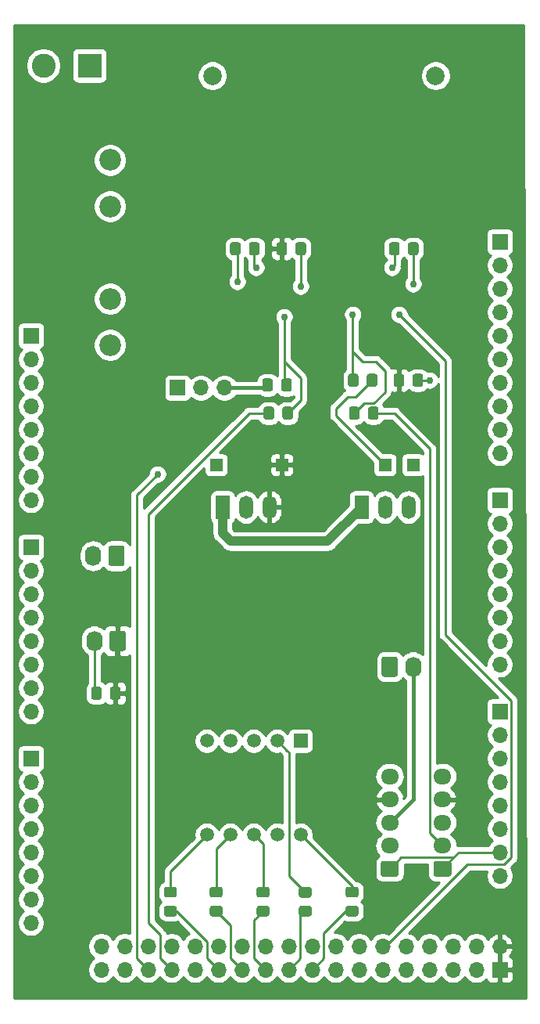
<source format=gbr>
G04 #@! TF.GenerationSoftware,KiCad,Pcbnew,(5.1.8)-1*
G04 #@! TF.CreationDate,2021-02-09T17:12:27-05:00*
G04 #@! TF.ProjectId,rlcs_power,726c6373-5f70-46f7-9765-722e6b696361,rev?*
G04 #@! TF.SameCoordinates,Original*
G04 #@! TF.FileFunction,Copper,L2,Bot*
G04 #@! TF.FilePolarity,Positive*
%FSLAX46Y46*%
G04 Gerber Fmt 4.6, Leading zero omitted, Abs format (unit mm)*
G04 Created by KiCad (PCBNEW (5.1.8)-1) date 2021-02-09 17:12:27*
%MOMM*%
%LPD*%
G01*
G04 APERTURE LIST*
G04 #@! TA.AperFunction,ComponentPad*
%ADD10C,2.000000*%
G04 #@! TD*
G04 #@! TA.AperFunction,ComponentPad*
%ADD11R,1.700000X1.700000*%
G04 #@! TD*
G04 #@! TA.AperFunction,ComponentPad*
%ADD12O,1.700000X1.700000*%
G04 #@! TD*
G04 #@! TA.AperFunction,ComponentPad*
%ADD13O,1.950000X1.700000*%
G04 #@! TD*
G04 #@! TA.AperFunction,ComponentPad*
%ADD14R,1.500000X1.500000*%
G04 #@! TD*
G04 #@! TA.AperFunction,ComponentPad*
%ADD15C,1.500000*%
G04 #@! TD*
G04 #@! TA.AperFunction,ComponentPad*
%ADD16R,1.350000X1.350000*%
G04 #@! TD*
G04 #@! TA.AperFunction,ComponentPad*
%ADD17O,1.500000X2.500000*%
G04 #@! TD*
G04 #@! TA.AperFunction,ComponentPad*
%ADD18R,1.500000X2.500000*%
G04 #@! TD*
G04 #@! TA.AperFunction,ComponentPad*
%ADD19O,1.740000X2.200000*%
G04 #@! TD*
G04 #@! TA.AperFunction,ComponentPad*
%ADD20C,2.600000*%
G04 #@! TD*
G04 #@! TA.AperFunction,ComponentPad*
%ADD21R,2.600000X2.600000*%
G04 #@! TD*
G04 #@! TA.AperFunction,ComponentPad*
%ADD22C,2.350000*%
G04 #@! TD*
G04 #@! TA.AperFunction,ViaPad*
%ADD23C,0.762000*%
G04 #@! TD*
G04 #@! TA.AperFunction,ViaPad*
%ADD24C,1.524000*%
G04 #@! TD*
G04 #@! TA.AperFunction,Conductor*
%ADD25C,0.254000*%
G04 #@! TD*
G04 #@! TA.AperFunction,Conductor*
%ADD26C,0.400000*%
G04 #@! TD*
G04 #@! TA.AperFunction,Conductor*
%ADD27C,1.000000*%
G04 #@! TD*
G04 #@! TA.AperFunction,Conductor*
%ADD28C,0.100000*%
G04 #@! TD*
G04 APERTURE END LIST*
D10*
X139100000Y-67140000D03*
X114900000Y-67140000D03*
D11*
X146050000Y-113030000D03*
D12*
X146050000Y-115570000D03*
X146050000Y-118110000D03*
X146050000Y-120650000D03*
X146050000Y-123190000D03*
X146050000Y-125730000D03*
X146050000Y-128270000D03*
X146050000Y-130810000D03*
X146050000Y-107950000D03*
X146050000Y-105410000D03*
X146050000Y-102870000D03*
X146050000Y-100330000D03*
X146050000Y-97790000D03*
X146050000Y-95250000D03*
X146050000Y-92710000D03*
X146050000Y-90170000D03*
X146050000Y-87630000D03*
D11*
X146050000Y-85090000D03*
X146050000Y-135890000D03*
D12*
X146050000Y-138430000D03*
X146050000Y-140970000D03*
X146050000Y-143510000D03*
X146050000Y-146050000D03*
X146050000Y-148590000D03*
X146050000Y-151130000D03*
X146050000Y-153670000D03*
D11*
X95250000Y-140970000D03*
D12*
X95250000Y-143510000D03*
X95250000Y-146050000D03*
X95250000Y-148590000D03*
X95250000Y-151130000D03*
X95250000Y-153670000D03*
X95250000Y-156210000D03*
X95250000Y-158750000D03*
D11*
X95250000Y-118110000D03*
D12*
X95250000Y-120650000D03*
X95250000Y-123190000D03*
X95250000Y-125730000D03*
X95250000Y-128270000D03*
X95250000Y-130810000D03*
X95250000Y-133350000D03*
X95250000Y-135890000D03*
D11*
X95250000Y-95250000D03*
D12*
X95250000Y-97790000D03*
X95250000Y-100330000D03*
X95250000Y-102870000D03*
X95250000Y-105410000D03*
X95250000Y-107950000D03*
X95250000Y-110490000D03*
X95250000Y-113030000D03*
D11*
X146050000Y-163830000D03*
D12*
X146050000Y-161290000D03*
X143510000Y-163830000D03*
X143510000Y-161290000D03*
X140970000Y-163830000D03*
X140970000Y-161290000D03*
X138430000Y-163830000D03*
X138430000Y-161290000D03*
X135890000Y-163830000D03*
X135890000Y-161290000D03*
X133350000Y-163830000D03*
X133350000Y-161290000D03*
X130810000Y-163830000D03*
X130810000Y-161290000D03*
X128270000Y-163830000D03*
X128270000Y-161290000D03*
X125730000Y-163830000D03*
X125730000Y-161290000D03*
X123190000Y-163830000D03*
X123190000Y-161290000D03*
X120650000Y-163830000D03*
X120650000Y-161290000D03*
X118110000Y-163830000D03*
X118110000Y-161290000D03*
X115570000Y-163830000D03*
X115570000Y-161290000D03*
X113030000Y-163830000D03*
X113030000Y-161290000D03*
X110490000Y-163830000D03*
X110490000Y-161290000D03*
X107950000Y-163830000D03*
X107950000Y-161290000D03*
X105410000Y-163830000D03*
X105410000Y-161290000D03*
X102870000Y-163830000D03*
X102870000Y-161290000D03*
X116205000Y-100901500D03*
X113665000Y-100901500D03*
D11*
X111125000Y-100901500D03*
D13*
X139827000Y-142908000D03*
X139827000Y-145408000D03*
X139827000Y-147908000D03*
X139827000Y-150408000D03*
G04 #@! TA.AperFunction,ComponentPad*
G36*
G01*
X140552000Y-153758000D02*
X139102000Y-153758000D01*
G75*
G02*
X138852000Y-153508000I0J250000D01*
G01*
X138852000Y-152308000D01*
G75*
G02*
X139102000Y-152058000I250000J0D01*
G01*
X140552000Y-152058000D01*
G75*
G02*
X140802000Y-152308000I0J-250000D01*
G01*
X140802000Y-153508000D01*
G75*
G02*
X140552000Y-153758000I-250000J0D01*
G01*
G37*
G04 #@! TD.AperFunction*
X134112000Y-142908000D03*
X134112000Y-145408000D03*
X134112000Y-147908000D03*
X134112000Y-150408000D03*
G04 #@! TA.AperFunction,ComponentPad*
G36*
G01*
X134837000Y-153758000D02*
X133387000Y-153758000D01*
G75*
G02*
X133137000Y-153508000I0J250000D01*
G01*
X133137000Y-152308000D01*
G75*
G02*
X133387000Y-152058000I250000J0D01*
G01*
X134837000Y-152058000D01*
G75*
G02*
X135087000Y-152308000I0J-250000D01*
G01*
X135087000Y-153508000D01*
G75*
G02*
X134837000Y-153758000I-250000J0D01*
G01*
G37*
G04 #@! TD.AperFunction*
D14*
X124460000Y-139065000D03*
D15*
X121920000Y-139065000D03*
X119380000Y-139065000D03*
X116840000Y-139065000D03*
X114300000Y-139065000D03*
X114300000Y-149225000D03*
X116840000Y-149225000D03*
X119380000Y-149225000D03*
X121920000Y-149225000D03*
X124460000Y-149225000D03*
G04 #@! TA.AperFunction,SMDPad,CuDef*
G36*
G01*
X121461000Y-100133999D02*
X121461000Y-101034001D01*
G75*
G02*
X121211001Y-101284000I-249999J0D01*
G01*
X120560999Y-101284000D01*
G75*
G02*
X120311000Y-101034001I0J249999D01*
G01*
X120311000Y-100133999D01*
G75*
G02*
X120560999Y-99884000I249999J0D01*
G01*
X121211001Y-99884000D01*
G75*
G02*
X121461000Y-100133999I0J-249999D01*
G01*
G37*
G04 #@! TD.AperFunction*
G04 #@! TA.AperFunction,SMDPad,CuDef*
G36*
G01*
X123511000Y-100133999D02*
X123511000Y-101034001D01*
G75*
G02*
X123261001Y-101284000I-249999J0D01*
G01*
X122610999Y-101284000D01*
G75*
G02*
X122361000Y-101034001I0J249999D01*
G01*
X122361000Y-100133999D01*
G75*
G02*
X122610999Y-99884000I249999J0D01*
G01*
X123261001Y-99884000D01*
G75*
G02*
X123511000Y-100133999I0J-249999D01*
G01*
G37*
G04 #@! TD.AperFunction*
D16*
X122428000Y-109220000D03*
X136652000Y-109220000D03*
X115316000Y-109220000D03*
D17*
X121094500Y-113792000D03*
X118554500Y-113792000D03*
D18*
X116014500Y-113792000D03*
D17*
X136144000Y-113792000D03*
X133604000Y-113792000D03*
D18*
X131064000Y-113792000D03*
G04 #@! TA.AperFunction,SMDPad,CuDef*
G36*
G01*
X136095000Y-86302001D02*
X136095000Y-85401999D01*
G75*
G02*
X136344999Y-85152000I249999J0D01*
G01*
X136995001Y-85152000D01*
G75*
G02*
X137245000Y-85401999I0J-249999D01*
G01*
X137245000Y-86302001D01*
G75*
G02*
X136995001Y-86552000I-249999J0D01*
G01*
X136344999Y-86552000D01*
G75*
G02*
X136095000Y-86302001I0J249999D01*
G01*
G37*
G04 #@! TD.AperFunction*
G04 #@! TA.AperFunction,SMDPad,CuDef*
G36*
G01*
X134045000Y-86302001D02*
X134045000Y-85401999D01*
G75*
G02*
X134294999Y-85152000I249999J0D01*
G01*
X134945001Y-85152000D01*
G75*
G02*
X135195000Y-85401999I0J-249999D01*
G01*
X135195000Y-86302001D01*
G75*
G02*
X134945001Y-86552000I-249999J0D01*
G01*
X134294999Y-86552000D01*
G75*
G02*
X134045000Y-86302001I0J249999D01*
G01*
G37*
G04 #@! TD.AperFunction*
G04 #@! TA.AperFunction,SMDPad,CuDef*
G36*
G01*
X125418001Y-156023000D02*
X124517999Y-156023000D01*
G75*
G02*
X124268000Y-155773001I0J249999D01*
G01*
X124268000Y-155122999D01*
G75*
G02*
X124517999Y-154873000I249999J0D01*
G01*
X125418001Y-154873000D01*
G75*
G02*
X125668000Y-155122999I0J-249999D01*
G01*
X125668000Y-155773001D01*
G75*
G02*
X125418001Y-156023000I-249999J0D01*
G01*
G37*
G04 #@! TD.AperFunction*
G04 #@! TA.AperFunction,SMDPad,CuDef*
G36*
G01*
X125418001Y-158073000D02*
X124517999Y-158073000D01*
G75*
G02*
X124268000Y-157823001I0J249999D01*
G01*
X124268000Y-157172999D01*
G75*
G02*
X124517999Y-156923000I249999J0D01*
G01*
X125418001Y-156923000D01*
G75*
G02*
X125668000Y-157172999I0J-249999D01*
G01*
X125668000Y-157823001D01*
G75*
G02*
X125418001Y-158073000I-249999J0D01*
G01*
G37*
G04 #@! TD.AperFunction*
G04 #@! TA.AperFunction,SMDPad,CuDef*
G36*
G01*
X130498001Y-156005000D02*
X129597999Y-156005000D01*
G75*
G02*
X129348000Y-155755001I0J249999D01*
G01*
X129348000Y-155104999D01*
G75*
G02*
X129597999Y-154855000I249999J0D01*
G01*
X130498001Y-154855000D01*
G75*
G02*
X130748000Y-155104999I0J-249999D01*
G01*
X130748000Y-155755001D01*
G75*
G02*
X130498001Y-156005000I-249999J0D01*
G01*
G37*
G04 #@! TD.AperFunction*
G04 #@! TA.AperFunction,SMDPad,CuDef*
G36*
G01*
X130498001Y-158055000D02*
X129597999Y-158055000D01*
G75*
G02*
X129348000Y-157805001I0J249999D01*
G01*
X129348000Y-157154999D01*
G75*
G02*
X129597999Y-156905000I249999J0D01*
G01*
X130498001Y-156905000D01*
G75*
G02*
X130748000Y-157154999I0J-249999D01*
G01*
X130748000Y-157805001D01*
G75*
G02*
X130498001Y-158055000I-249999J0D01*
G01*
G37*
G04 #@! TD.AperFunction*
G04 #@! TA.AperFunction,SMDPad,CuDef*
G36*
G01*
X120846001Y-156014000D02*
X119945999Y-156014000D01*
G75*
G02*
X119696000Y-155764001I0J249999D01*
G01*
X119696000Y-155113999D01*
G75*
G02*
X119945999Y-154864000I249999J0D01*
G01*
X120846001Y-154864000D01*
G75*
G02*
X121096000Y-155113999I0J-249999D01*
G01*
X121096000Y-155764001D01*
G75*
G02*
X120846001Y-156014000I-249999J0D01*
G01*
G37*
G04 #@! TD.AperFunction*
G04 #@! TA.AperFunction,SMDPad,CuDef*
G36*
G01*
X120846001Y-158064000D02*
X119945999Y-158064000D01*
G75*
G02*
X119696000Y-157814001I0J249999D01*
G01*
X119696000Y-157163999D01*
G75*
G02*
X119945999Y-156914000I249999J0D01*
G01*
X120846001Y-156914000D01*
G75*
G02*
X121096000Y-157163999I0J-249999D01*
G01*
X121096000Y-157814001D01*
G75*
G02*
X120846001Y-158064000I-249999J0D01*
G01*
G37*
G04 #@! TD.AperFunction*
G04 #@! TA.AperFunction,SMDPad,CuDef*
G36*
G01*
X110813001Y-156014000D02*
X109912999Y-156014000D01*
G75*
G02*
X109663000Y-155764001I0J249999D01*
G01*
X109663000Y-155113999D01*
G75*
G02*
X109912999Y-154864000I249999J0D01*
G01*
X110813001Y-154864000D01*
G75*
G02*
X111063000Y-155113999I0J-249999D01*
G01*
X111063000Y-155764001D01*
G75*
G02*
X110813001Y-156014000I-249999J0D01*
G01*
G37*
G04 #@! TD.AperFunction*
G04 #@! TA.AperFunction,SMDPad,CuDef*
G36*
G01*
X110813001Y-158064000D02*
X109912999Y-158064000D01*
G75*
G02*
X109663000Y-157814001I0J249999D01*
G01*
X109663000Y-157163999D01*
G75*
G02*
X109912999Y-156914000I249999J0D01*
G01*
X110813001Y-156914000D01*
G75*
G02*
X111063000Y-157163999I0J-249999D01*
G01*
X111063000Y-157814001D01*
G75*
G02*
X110813001Y-158064000I-249999J0D01*
G01*
G37*
G04 #@! TD.AperFunction*
G04 #@! TA.AperFunction,SMDPad,CuDef*
G36*
G01*
X115766001Y-156014000D02*
X114865999Y-156014000D01*
G75*
G02*
X114616000Y-155764001I0J249999D01*
G01*
X114616000Y-155113999D01*
G75*
G02*
X114865999Y-154864000I249999J0D01*
G01*
X115766001Y-154864000D01*
G75*
G02*
X116016000Y-155113999I0J-249999D01*
G01*
X116016000Y-155764001D01*
G75*
G02*
X115766001Y-156014000I-249999J0D01*
G01*
G37*
G04 #@! TD.AperFunction*
G04 #@! TA.AperFunction,SMDPad,CuDef*
G36*
G01*
X115766001Y-158064000D02*
X114865999Y-158064000D01*
G75*
G02*
X114616000Y-157814001I0J249999D01*
G01*
X114616000Y-157163999D01*
G75*
G02*
X114865999Y-156914000I249999J0D01*
G01*
X115766001Y-156914000D01*
G75*
G02*
X116016000Y-157163999I0J-249999D01*
G01*
X116016000Y-157814001D01*
G75*
G02*
X115766001Y-158064000I-249999J0D01*
G01*
G37*
G04 #@! TD.AperFunction*
G04 #@! TA.AperFunction,SMDPad,CuDef*
G36*
G01*
X131759000Y-104082001D02*
X131759000Y-103181999D01*
G75*
G02*
X132008999Y-102932000I249999J0D01*
G01*
X132659001Y-102932000D01*
G75*
G02*
X132909000Y-103181999I0J-249999D01*
G01*
X132909000Y-104082001D01*
G75*
G02*
X132659001Y-104332000I-249999J0D01*
G01*
X132008999Y-104332000D01*
G75*
G02*
X131759000Y-104082001I0J249999D01*
G01*
G37*
G04 #@! TD.AperFunction*
G04 #@! TA.AperFunction,SMDPad,CuDef*
G36*
G01*
X129709000Y-104082001D02*
X129709000Y-103181999D01*
G75*
G02*
X129958999Y-102932000I249999J0D01*
G01*
X130609001Y-102932000D01*
G75*
G02*
X130859000Y-103181999I0J-249999D01*
G01*
X130859000Y-104082001D01*
G75*
G02*
X130609001Y-104332000I-249999J0D01*
G01*
X129958999Y-104332000D01*
G75*
G02*
X129709000Y-104082001I0J249999D01*
G01*
G37*
G04 #@! TD.AperFunction*
G04 #@! TA.AperFunction,SMDPad,CuDef*
G36*
G01*
X121597000Y-103181999D02*
X121597000Y-104082001D01*
G75*
G02*
X121347001Y-104332000I-249999J0D01*
G01*
X120696999Y-104332000D01*
G75*
G02*
X120447000Y-104082001I0J249999D01*
G01*
X120447000Y-103181999D01*
G75*
G02*
X120696999Y-102932000I249999J0D01*
G01*
X121347001Y-102932000D01*
G75*
G02*
X121597000Y-103181999I0J-249999D01*
G01*
G37*
G04 #@! TD.AperFunction*
G04 #@! TA.AperFunction,SMDPad,CuDef*
G36*
G01*
X123647000Y-103181999D02*
X123647000Y-104082001D01*
G75*
G02*
X123397001Y-104332000I-249999J0D01*
G01*
X122746999Y-104332000D01*
G75*
G02*
X122497000Y-104082001I0J249999D01*
G01*
X122497000Y-103181999D01*
G75*
G02*
X122746999Y-102932000I249999J0D01*
G01*
X123397001Y-102932000D01*
G75*
G02*
X123647000Y-103181999I0J-249999D01*
G01*
G37*
G04 #@! TD.AperFunction*
D19*
X136652000Y-131064000D03*
G04 #@! TA.AperFunction,ComponentPad*
G36*
G01*
X133242000Y-131914001D02*
X133242000Y-130213999D01*
G75*
G02*
X133491999Y-129964000I249999J0D01*
G01*
X134732001Y-129964000D01*
G75*
G02*
X134982000Y-130213999I0J-249999D01*
G01*
X134982000Y-131914001D01*
G75*
G02*
X134732001Y-132164000I-249999J0D01*
G01*
X133491999Y-132164000D01*
G75*
G02*
X133242000Y-131914001I0J249999D01*
G01*
G37*
G04 #@! TD.AperFunction*
X102108000Y-128270000D03*
G04 #@! TA.AperFunction,ComponentPad*
G36*
G01*
X105518000Y-127419999D02*
X105518000Y-129120001D01*
G75*
G02*
X105268001Y-129370000I-249999J0D01*
G01*
X104027999Y-129370000D01*
G75*
G02*
X103778000Y-129120001I0J249999D01*
G01*
X103778000Y-127419999D01*
G75*
G02*
X104027999Y-127170000I249999J0D01*
G01*
X105268001Y-127170000D01*
G75*
G02*
X105518000Y-127419999I0J-249999D01*
G01*
G37*
G04 #@! TD.AperFunction*
X101981000Y-119062500D03*
G04 #@! TA.AperFunction,ComponentPad*
G36*
G01*
X105391000Y-118212499D02*
X105391000Y-119912501D01*
G75*
G02*
X105141001Y-120162500I-249999J0D01*
G01*
X103900999Y-120162500D01*
G75*
G02*
X103651000Y-119912501I0J249999D01*
G01*
X103651000Y-118212499D01*
G75*
G02*
X103900999Y-117962500I249999J0D01*
G01*
X105141001Y-117962500D01*
G75*
G02*
X105391000Y-118212499I0J-249999D01*
G01*
G37*
G04 #@! TD.AperFunction*
D20*
X96600000Y-66040000D03*
D21*
X101600000Y-66040000D03*
G04 #@! TA.AperFunction,SMDPad,CuDef*
G36*
G01*
X102919000Y-133471499D02*
X102919000Y-134371501D01*
G75*
G02*
X102669001Y-134621500I-249999J0D01*
G01*
X102018999Y-134621500D01*
G75*
G02*
X101769000Y-134371501I0J249999D01*
G01*
X101769000Y-133471499D01*
G75*
G02*
X102018999Y-133221500I249999J0D01*
G01*
X102669001Y-133221500D01*
G75*
G02*
X102919000Y-133471499I0J-249999D01*
G01*
G37*
G04 #@! TD.AperFunction*
G04 #@! TA.AperFunction,SMDPad,CuDef*
G36*
G01*
X104969000Y-133471499D02*
X104969000Y-134371501D01*
G75*
G02*
X104719001Y-134621500I-249999J0D01*
G01*
X104068999Y-134621500D01*
G75*
G02*
X103819000Y-134371501I0J249999D01*
G01*
X103819000Y-133471499D01*
G75*
G02*
X104068999Y-133221500I249999J0D01*
G01*
X104719001Y-133221500D01*
G75*
G02*
X104969000Y-133471499I0J-249999D01*
G01*
G37*
G04 #@! TD.AperFunction*
G04 #@! TA.AperFunction,SMDPad,CuDef*
G36*
G01*
X120027500Y-85401999D02*
X120027500Y-86302001D01*
G75*
G02*
X119777501Y-86552000I-249999J0D01*
G01*
X119127499Y-86552000D01*
G75*
G02*
X118877500Y-86302001I0J249999D01*
G01*
X118877500Y-85401999D01*
G75*
G02*
X119127499Y-85152000I249999J0D01*
G01*
X119777501Y-85152000D01*
G75*
G02*
X120027500Y-85401999I0J-249999D01*
G01*
G37*
G04 #@! TD.AperFunction*
G04 #@! TA.AperFunction,SMDPad,CuDef*
G36*
G01*
X117977500Y-85401999D02*
X117977500Y-86302001D01*
G75*
G02*
X117727501Y-86552000I-249999J0D01*
G01*
X117077499Y-86552000D01*
G75*
G02*
X116827500Y-86302001I0J249999D01*
G01*
X116827500Y-85401999D01*
G75*
G02*
X117077499Y-85152000I249999J0D01*
G01*
X117727501Y-85152000D01*
G75*
G02*
X117977500Y-85401999I0J-249999D01*
G01*
G37*
G04 #@! TD.AperFunction*
D22*
X103822500Y-91263500D03*
X103822500Y-96263500D03*
X103822500Y-81263500D03*
X103822500Y-76263500D03*
G04 #@! TA.AperFunction,SMDPad,CuDef*
G36*
G01*
X129591000Y-100526001D02*
X129591000Y-99625999D01*
G75*
G02*
X129840999Y-99376000I249999J0D01*
G01*
X130491001Y-99376000D01*
G75*
G02*
X130741000Y-99625999I0J-249999D01*
G01*
X130741000Y-100526001D01*
G75*
G02*
X130491001Y-100776000I-249999J0D01*
G01*
X129840999Y-100776000D01*
G75*
G02*
X129591000Y-100526001I0J249999D01*
G01*
G37*
G04 #@! TD.AperFunction*
G04 #@! TA.AperFunction,SMDPad,CuDef*
G36*
G01*
X131641000Y-100526001D02*
X131641000Y-99625999D01*
G75*
G02*
X131890999Y-99376000I249999J0D01*
G01*
X132541001Y-99376000D01*
G75*
G02*
X132791000Y-99625999I0J-249999D01*
G01*
X132791000Y-100526001D01*
G75*
G02*
X132541001Y-100776000I-249999J0D01*
G01*
X131890999Y-100776000D01*
G75*
G02*
X131641000Y-100526001I0J249999D01*
G01*
G37*
G04 #@! TD.AperFunction*
G04 #@! TA.AperFunction,SMDPad,CuDef*
G36*
G01*
X134535000Y-100526001D02*
X134535000Y-99625999D01*
G75*
G02*
X134784999Y-99376000I249999J0D01*
G01*
X135435001Y-99376000D01*
G75*
G02*
X135685000Y-99625999I0J-249999D01*
G01*
X135685000Y-100526001D01*
G75*
G02*
X135435001Y-100776000I-249999J0D01*
G01*
X134784999Y-100776000D01*
G75*
G02*
X134535000Y-100526001I0J249999D01*
G01*
G37*
G04 #@! TD.AperFunction*
G04 #@! TA.AperFunction,SMDPad,CuDef*
G36*
G01*
X136585000Y-100526001D02*
X136585000Y-99625999D01*
G75*
G02*
X136834999Y-99376000I249999J0D01*
G01*
X137485001Y-99376000D01*
G75*
G02*
X137735000Y-99625999I0J-249999D01*
G01*
X137735000Y-100526001D01*
G75*
G02*
X137485001Y-100776000I-249999J0D01*
G01*
X136834999Y-100776000D01*
G75*
G02*
X136585000Y-100526001I0J249999D01*
G01*
G37*
G04 #@! TD.AperFunction*
G04 #@! TA.AperFunction,SMDPad,CuDef*
G36*
G01*
X123903000Y-86302001D02*
X123903000Y-85401999D01*
G75*
G02*
X124152999Y-85152000I249999J0D01*
G01*
X124803001Y-85152000D01*
G75*
G02*
X125053000Y-85401999I0J-249999D01*
G01*
X125053000Y-86302001D01*
G75*
G02*
X124803001Y-86552000I-249999J0D01*
G01*
X124152999Y-86552000D01*
G75*
G02*
X123903000Y-86302001I0J249999D01*
G01*
G37*
G04 #@! TD.AperFunction*
G04 #@! TA.AperFunction,SMDPad,CuDef*
G36*
G01*
X121853000Y-86302001D02*
X121853000Y-85401999D01*
G75*
G02*
X122102999Y-85152000I249999J0D01*
G01*
X122753001Y-85152000D01*
G75*
G02*
X123003000Y-85401999I0J-249999D01*
G01*
X123003000Y-86302001D01*
G75*
G02*
X122753001Y-86552000I-249999J0D01*
G01*
X122102999Y-86552000D01*
G75*
G02*
X121853000Y-86302001I0J249999D01*
G01*
G37*
G04 #@! TD.AperFunction*
D16*
X133604000Y-109220000D03*
D23*
X119634000Y-87884000D03*
X134366000Y-87884000D03*
D24*
X120650000Y-146558000D03*
D23*
X124460000Y-89916000D03*
X138430000Y-100076000D03*
X136670000Y-89662000D03*
X117602000Y-89408000D03*
X135128000Y-92964000D03*
X108966000Y-110236000D03*
X130125000Y-92964000D03*
X122682000Y-93218000D03*
D25*
X123190000Y-140335000D02*
X122999500Y-140144500D01*
X123190000Y-153670000D02*
X123190000Y-140335000D01*
X124968000Y-155448000D02*
X123190000Y-153670000D01*
X122999500Y-140144500D02*
X121920000Y-139065000D01*
X110363000Y-153162000D02*
X114300000Y-149225000D01*
X110363000Y-155439000D02*
X110363000Y-153162000D01*
X115316000Y-150749000D02*
X116840000Y-149225000D01*
X115316000Y-155439000D02*
X115316000Y-150749000D01*
X120396000Y-150241000D02*
X119380000Y-149225000D01*
X120396000Y-155439000D02*
X120396000Y-150241000D01*
X130048000Y-154813000D02*
X124460000Y-149225000D01*
X130048000Y-155430000D02*
X130048000Y-154813000D01*
D26*
X120568500Y-100901500D02*
X120886000Y-100584000D01*
X116205000Y-100901500D02*
X120568500Y-100901500D01*
X136652000Y-145368000D02*
X136652000Y-131064000D01*
X134112000Y-147908000D02*
X136652000Y-145368000D01*
D25*
X102108000Y-133685500D02*
X102344000Y-133921500D01*
X102108000Y-128270000D02*
X102108000Y-133685500D01*
X128270000Y-103886000D02*
X133604000Y-109220000D01*
X130438000Y-101854000D02*
X129540000Y-101854000D01*
X132216000Y-100076000D02*
X130438000Y-101854000D01*
X128270000Y-103886000D02*
X128270000Y-103124000D01*
X129540000Y-101854000D02*
X128270000Y-103124000D01*
X119452500Y-87702500D02*
X119634000Y-87884000D01*
X119452500Y-85852000D02*
X119452500Y-87702500D01*
X134620000Y-85852000D02*
X134620000Y-87630000D01*
X134620000Y-87630000D02*
X134366000Y-87884000D01*
X104394000Y-128524000D02*
X104648000Y-128270000D01*
X104394000Y-133921500D02*
X104394000Y-128524000D01*
X124478000Y-89898000D02*
X124460000Y-89916000D01*
X124478000Y-85852000D02*
X124478000Y-89898000D01*
X138430000Y-100076000D02*
X137922000Y-100076000D01*
X137922000Y-100076000D02*
X138176000Y-100076000D01*
X137160000Y-100076000D02*
X137922000Y-100076000D01*
X136670000Y-85852000D02*
X136670000Y-89662000D01*
X117602000Y-86051500D02*
X117402500Y-85852000D01*
X117602000Y-89408000D02*
X117602000Y-86051500D01*
X133662386Y-161290000D02*
X133350000Y-161290000D01*
X147281001Y-151676999D02*
X146519001Y-152438999D01*
X147281001Y-134735199D02*
X147281001Y-151676999D01*
X142513387Y-152438999D02*
X133662386Y-161290000D01*
X146519001Y-152438999D02*
X142513387Y-152438999D01*
X137455000Y-95291000D02*
X135128000Y-92964000D01*
X138938000Y-96774000D02*
X138979000Y-96815000D01*
X140130901Y-97966901D02*
X138938000Y-96774000D01*
X137455000Y-95291000D02*
X138938000Y-96774000D01*
X140130901Y-127585099D02*
X140130901Y-97966901D01*
X140130901Y-127585099D02*
X147281001Y-134735199D01*
X109258999Y-162598999D02*
X110490000Y-163830000D01*
X107950000Y-158750000D02*
X109258999Y-160058999D01*
X107950000Y-114550198D02*
X107950000Y-158750000D01*
X109258999Y-160058999D02*
X109258999Y-162598999D01*
X118868198Y-103632000D02*
X107950000Y-114550198D01*
X121022000Y-103632000D02*
X118868198Y-103632000D01*
X133099802Y-103632000D02*
X132334000Y-103632000D01*
X134620000Y-103632000D02*
X133099802Y-103632000D01*
X138470990Y-107482990D02*
X134620000Y-103632000D01*
X138470990Y-149051990D02*
X138470990Y-107482990D01*
X139827000Y-150408000D02*
X138470990Y-149051990D01*
X106718999Y-162598999D02*
X107950000Y-163830000D01*
X106718999Y-132041001D02*
X106718999Y-162598999D01*
X106718999Y-112483001D02*
X106718999Y-112737001D01*
X106718999Y-112737001D02*
X106718999Y-132041001D01*
X108966000Y-110236000D02*
X106718999Y-112483001D01*
X130125000Y-99999000D02*
X130048000Y-100076000D01*
X130125000Y-97867000D02*
X130125000Y-99999000D01*
X131218000Y-98044000D02*
X130125000Y-96951000D01*
X132588000Y-98044000D02*
X131218000Y-98044000D01*
X133604000Y-99060000D02*
X132588000Y-98044000D01*
X133604000Y-101337366D02*
X133604000Y-99060000D01*
X131365010Y-102550990D02*
X132390376Y-102550990D01*
X130284000Y-103632000D02*
X131365010Y-102550990D01*
X132390376Y-102550990D02*
X133604000Y-101337366D01*
X130125000Y-96951000D02*
X130125000Y-97867000D01*
X130125000Y-92964000D02*
X130125000Y-96951000D01*
X122682000Y-100330000D02*
X122936000Y-100584000D01*
X122682000Y-98044000D02*
X122682000Y-100330000D01*
X124460000Y-102244000D02*
X123072000Y-103632000D01*
X124460000Y-99822000D02*
X124460000Y-102244000D01*
X122682000Y-98044000D02*
X124460000Y-99822000D01*
X122682000Y-98044000D02*
X122682000Y-93218000D01*
D27*
X116014500Y-113792000D02*
X116014500Y-116649500D01*
X116840000Y-117475000D02*
X127381000Y-117475000D01*
X127381000Y-117475000D02*
X131064000Y-113792000D01*
X116014500Y-116649500D02*
X116840000Y-117475000D01*
D25*
X116878999Y-159051999D02*
X116878999Y-162598999D01*
X116878999Y-162598999D02*
X118110000Y-163830000D01*
X115316000Y-157489000D02*
X116878999Y-159051999D01*
X114338999Y-162598999D02*
X115570000Y-163830000D01*
X114338999Y-160764999D02*
X114338999Y-162598999D01*
X111063000Y-157489000D02*
X114338999Y-160764999D01*
X110363000Y-157489000D02*
X111063000Y-157489000D01*
X119418999Y-162598999D02*
X120650000Y-163830000D01*
X119418999Y-158466001D02*
X119418999Y-162598999D01*
X120396000Y-157489000D02*
X119418999Y-158466001D01*
X126961001Y-162598999D02*
X125730000Y-163830000D01*
X126961001Y-159866999D02*
X126961001Y-162598999D01*
X129348000Y-157480000D02*
X126961001Y-159866999D01*
X130048000Y-157480000D02*
X129348000Y-157480000D01*
X124421001Y-162598999D02*
X123190000Y-163830000D01*
X124421001Y-158044999D02*
X124421001Y-162598999D01*
X124968000Y-157498000D02*
X124421001Y-158044999D01*
X146050000Y-151130000D02*
X141605000Y-151130000D01*
X135318500Y-151701500D02*
X134112000Y-152908000D01*
X141033500Y-151701500D02*
X135318500Y-151701500D01*
X141605000Y-151130000D02*
X141033500Y-151701500D01*
X141033500Y-151701500D02*
X139827000Y-152908000D01*
X148894308Y-166930000D02*
X93420000Y-166930000D01*
X93420000Y-140120000D01*
X93761928Y-140120000D01*
X93761928Y-141820000D01*
X93774188Y-141944482D01*
X93810498Y-142064180D01*
X93869463Y-142174494D01*
X93948815Y-142271185D01*
X94045506Y-142350537D01*
X94155820Y-142409502D01*
X94228380Y-142431513D01*
X94096525Y-142563368D01*
X93934010Y-142806589D01*
X93822068Y-143076842D01*
X93765000Y-143363740D01*
X93765000Y-143656260D01*
X93822068Y-143943158D01*
X93934010Y-144213411D01*
X94096525Y-144456632D01*
X94303368Y-144663475D01*
X94477760Y-144780000D01*
X94303368Y-144896525D01*
X94096525Y-145103368D01*
X93934010Y-145346589D01*
X93822068Y-145616842D01*
X93765000Y-145903740D01*
X93765000Y-146196260D01*
X93822068Y-146483158D01*
X93934010Y-146753411D01*
X94096525Y-146996632D01*
X94303368Y-147203475D01*
X94477760Y-147320000D01*
X94303368Y-147436525D01*
X94096525Y-147643368D01*
X93934010Y-147886589D01*
X93822068Y-148156842D01*
X93765000Y-148443740D01*
X93765000Y-148736260D01*
X93822068Y-149023158D01*
X93934010Y-149293411D01*
X94096525Y-149536632D01*
X94303368Y-149743475D01*
X94477760Y-149860000D01*
X94303368Y-149976525D01*
X94096525Y-150183368D01*
X93934010Y-150426589D01*
X93822068Y-150696842D01*
X93765000Y-150983740D01*
X93765000Y-151276260D01*
X93822068Y-151563158D01*
X93934010Y-151833411D01*
X94096525Y-152076632D01*
X94303368Y-152283475D01*
X94477760Y-152400000D01*
X94303368Y-152516525D01*
X94096525Y-152723368D01*
X93934010Y-152966589D01*
X93822068Y-153236842D01*
X93765000Y-153523740D01*
X93765000Y-153816260D01*
X93822068Y-154103158D01*
X93934010Y-154373411D01*
X94096525Y-154616632D01*
X94303368Y-154823475D01*
X94477760Y-154940000D01*
X94303368Y-155056525D01*
X94096525Y-155263368D01*
X93934010Y-155506589D01*
X93822068Y-155776842D01*
X93765000Y-156063740D01*
X93765000Y-156356260D01*
X93822068Y-156643158D01*
X93934010Y-156913411D01*
X94096525Y-157156632D01*
X94303368Y-157363475D01*
X94477760Y-157480000D01*
X94303368Y-157596525D01*
X94096525Y-157803368D01*
X93934010Y-158046589D01*
X93822068Y-158316842D01*
X93765000Y-158603740D01*
X93765000Y-158896260D01*
X93822068Y-159183158D01*
X93934010Y-159453411D01*
X94096525Y-159696632D01*
X94303368Y-159903475D01*
X94546589Y-160065990D01*
X94816842Y-160177932D01*
X95103740Y-160235000D01*
X95396260Y-160235000D01*
X95683158Y-160177932D01*
X95953411Y-160065990D01*
X96196632Y-159903475D01*
X96403475Y-159696632D01*
X96565990Y-159453411D01*
X96677932Y-159183158D01*
X96735000Y-158896260D01*
X96735000Y-158603740D01*
X96677932Y-158316842D01*
X96565990Y-158046589D01*
X96403475Y-157803368D01*
X96196632Y-157596525D01*
X96022240Y-157480000D01*
X96196632Y-157363475D01*
X96403475Y-157156632D01*
X96565990Y-156913411D01*
X96677932Y-156643158D01*
X96735000Y-156356260D01*
X96735000Y-156063740D01*
X96677932Y-155776842D01*
X96565990Y-155506589D01*
X96403475Y-155263368D01*
X96196632Y-155056525D01*
X96022240Y-154940000D01*
X96196632Y-154823475D01*
X96403475Y-154616632D01*
X96565990Y-154373411D01*
X96677932Y-154103158D01*
X96735000Y-153816260D01*
X96735000Y-153523740D01*
X96677932Y-153236842D01*
X96565990Y-152966589D01*
X96403475Y-152723368D01*
X96196632Y-152516525D01*
X96022240Y-152400000D01*
X96196632Y-152283475D01*
X96403475Y-152076632D01*
X96565990Y-151833411D01*
X96677932Y-151563158D01*
X96735000Y-151276260D01*
X96735000Y-150983740D01*
X96677932Y-150696842D01*
X96565990Y-150426589D01*
X96403475Y-150183368D01*
X96196632Y-149976525D01*
X96022240Y-149860000D01*
X96196632Y-149743475D01*
X96403475Y-149536632D01*
X96565990Y-149293411D01*
X96677932Y-149023158D01*
X96735000Y-148736260D01*
X96735000Y-148443740D01*
X96677932Y-148156842D01*
X96565990Y-147886589D01*
X96403475Y-147643368D01*
X96196632Y-147436525D01*
X96022240Y-147320000D01*
X96196632Y-147203475D01*
X96403475Y-146996632D01*
X96565990Y-146753411D01*
X96677932Y-146483158D01*
X96735000Y-146196260D01*
X96735000Y-145903740D01*
X96677932Y-145616842D01*
X96565990Y-145346589D01*
X96403475Y-145103368D01*
X96196632Y-144896525D01*
X96022240Y-144780000D01*
X96196632Y-144663475D01*
X96403475Y-144456632D01*
X96565990Y-144213411D01*
X96677932Y-143943158D01*
X96735000Y-143656260D01*
X96735000Y-143363740D01*
X96677932Y-143076842D01*
X96565990Y-142806589D01*
X96403475Y-142563368D01*
X96271620Y-142431513D01*
X96344180Y-142409502D01*
X96454494Y-142350537D01*
X96551185Y-142271185D01*
X96630537Y-142174494D01*
X96689502Y-142064180D01*
X96725812Y-141944482D01*
X96738072Y-141820000D01*
X96738072Y-140120000D01*
X96725812Y-139995518D01*
X96689502Y-139875820D01*
X96630537Y-139765506D01*
X96551185Y-139668815D01*
X96454494Y-139589463D01*
X96344180Y-139530498D01*
X96224482Y-139494188D01*
X96100000Y-139481928D01*
X94400000Y-139481928D01*
X94275518Y-139494188D01*
X94155820Y-139530498D01*
X94045506Y-139589463D01*
X93948815Y-139668815D01*
X93869463Y-139765506D01*
X93810498Y-139875820D01*
X93774188Y-139995518D01*
X93761928Y-140120000D01*
X93420000Y-140120000D01*
X93420000Y-117260000D01*
X93761928Y-117260000D01*
X93761928Y-118960000D01*
X93774188Y-119084482D01*
X93810498Y-119204180D01*
X93869463Y-119314494D01*
X93948815Y-119411185D01*
X94045506Y-119490537D01*
X94155820Y-119549502D01*
X94228380Y-119571513D01*
X94096525Y-119703368D01*
X93934010Y-119946589D01*
X93822068Y-120216842D01*
X93765000Y-120503740D01*
X93765000Y-120796260D01*
X93822068Y-121083158D01*
X93934010Y-121353411D01*
X94096525Y-121596632D01*
X94303368Y-121803475D01*
X94477760Y-121920000D01*
X94303368Y-122036525D01*
X94096525Y-122243368D01*
X93934010Y-122486589D01*
X93822068Y-122756842D01*
X93765000Y-123043740D01*
X93765000Y-123336260D01*
X93822068Y-123623158D01*
X93934010Y-123893411D01*
X94096525Y-124136632D01*
X94303368Y-124343475D01*
X94477760Y-124460000D01*
X94303368Y-124576525D01*
X94096525Y-124783368D01*
X93934010Y-125026589D01*
X93822068Y-125296842D01*
X93765000Y-125583740D01*
X93765000Y-125876260D01*
X93822068Y-126163158D01*
X93934010Y-126433411D01*
X94096525Y-126676632D01*
X94303368Y-126883475D01*
X94477760Y-127000000D01*
X94303368Y-127116525D01*
X94096525Y-127323368D01*
X93934010Y-127566589D01*
X93822068Y-127836842D01*
X93765000Y-128123740D01*
X93765000Y-128416260D01*
X93822068Y-128703158D01*
X93934010Y-128973411D01*
X94096525Y-129216632D01*
X94303368Y-129423475D01*
X94477760Y-129540000D01*
X94303368Y-129656525D01*
X94096525Y-129863368D01*
X93934010Y-130106589D01*
X93822068Y-130376842D01*
X93765000Y-130663740D01*
X93765000Y-130956260D01*
X93822068Y-131243158D01*
X93934010Y-131513411D01*
X94096525Y-131756632D01*
X94303368Y-131963475D01*
X94477760Y-132080000D01*
X94303368Y-132196525D01*
X94096525Y-132403368D01*
X93934010Y-132646589D01*
X93822068Y-132916842D01*
X93765000Y-133203740D01*
X93765000Y-133496260D01*
X93822068Y-133783158D01*
X93934010Y-134053411D01*
X94096525Y-134296632D01*
X94303368Y-134503475D01*
X94477760Y-134620000D01*
X94303368Y-134736525D01*
X94096525Y-134943368D01*
X93934010Y-135186589D01*
X93822068Y-135456842D01*
X93765000Y-135743740D01*
X93765000Y-136036260D01*
X93822068Y-136323158D01*
X93934010Y-136593411D01*
X94096525Y-136836632D01*
X94303368Y-137043475D01*
X94546589Y-137205990D01*
X94816842Y-137317932D01*
X95103740Y-137375000D01*
X95396260Y-137375000D01*
X95683158Y-137317932D01*
X95953411Y-137205990D01*
X96196632Y-137043475D01*
X96403475Y-136836632D01*
X96565990Y-136593411D01*
X96677932Y-136323158D01*
X96735000Y-136036260D01*
X96735000Y-135743740D01*
X96677932Y-135456842D01*
X96565990Y-135186589D01*
X96403475Y-134943368D01*
X96196632Y-134736525D01*
X96022240Y-134620000D01*
X96196632Y-134503475D01*
X96403475Y-134296632D01*
X96565990Y-134053411D01*
X96677932Y-133783158D01*
X96735000Y-133496260D01*
X96735000Y-133203740D01*
X96677932Y-132916842D01*
X96565990Y-132646589D01*
X96403475Y-132403368D01*
X96196632Y-132196525D01*
X96022240Y-132080000D01*
X96196632Y-131963475D01*
X96403475Y-131756632D01*
X96565990Y-131513411D01*
X96677932Y-131243158D01*
X96735000Y-130956260D01*
X96735000Y-130663740D01*
X96677932Y-130376842D01*
X96565990Y-130106589D01*
X96403475Y-129863368D01*
X96196632Y-129656525D01*
X96022240Y-129540000D01*
X96196632Y-129423475D01*
X96403475Y-129216632D01*
X96565990Y-128973411D01*
X96677932Y-128703158D01*
X96735000Y-128416260D01*
X96735000Y-128123740D01*
X96703637Y-127966064D01*
X100603000Y-127966064D01*
X100603000Y-128573935D01*
X100624776Y-128795031D01*
X100710834Y-129078724D01*
X100850583Y-129340178D01*
X101038655Y-129569345D01*
X101267821Y-129757417D01*
X101346000Y-129799204D01*
X101346001Y-132898416D01*
X101280595Y-132978113D01*
X101198528Y-133131649D01*
X101147992Y-133298245D01*
X101130928Y-133471499D01*
X101130928Y-134371501D01*
X101147992Y-134544755D01*
X101198528Y-134711351D01*
X101280595Y-134864887D01*
X101391038Y-134999462D01*
X101525613Y-135109905D01*
X101679149Y-135191972D01*
X101845745Y-135242508D01*
X102018999Y-135259572D01*
X102669001Y-135259572D01*
X102842255Y-135242508D01*
X103008851Y-135191972D01*
X103162387Y-135109905D01*
X103296962Y-134999462D01*
X103302342Y-134992906D01*
X103367815Y-135072685D01*
X103464506Y-135152037D01*
X103574820Y-135211002D01*
X103694518Y-135247312D01*
X103819000Y-135259572D01*
X104108250Y-135256500D01*
X104267000Y-135097750D01*
X104267000Y-134048500D01*
X104521000Y-134048500D01*
X104521000Y-135097750D01*
X104679750Y-135256500D01*
X104969000Y-135259572D01*
X105093482Y-135247312D01*
X105213180Y-135211002D01*
X105323494Y-135152037D01*
X105420185Y-135072685D01*
X105499537Y-134975994D01*
X105558502Y-134865680D01*
X105594812Y-134745982D01*
X105607072Y-134621500D01*
X105604000Y-134207250D01*
X105445250Y-134048500D01*
X104521000Y-134048500D01*
X104267000Y-134048500D01*
X104247000Y-134048500D01*
X104247000Y-133794500D01*
X104267000Y-133794500D01*
X104267000Y-132745250D01*
X104521000Y-132745250D01*
X104521000Y-133794500D01*
X105445250Y-133794500D01*
X105604000Y-133635750D01*
X105607072Y-133221500D01*
X105594812Y-133097018D01*
X105558502Y-132977320D01*
X105499537Y-132867006D01*
X105420185Y-132770315D01*
X105323494Y-132690963D01*
X105213180Y-132631998D01*
X105093482Y-132595688D01*
X104969000Y-132583428D01*
X104679750Y-132586500D01*
X104521000Y-132745250D01*
X104267000Y-132745250D01*
X104108250Y-132586500D01*
X103819000Y-132583428D01*
X103694518Y-132595688D01*
X103574820Y-132631998D01*
X103464506Y-132690963D01*
X103367815Y-132770315D01*
X103302342Y-132850094D01*
X103296962Y-132843538D01*
X103162387Y-132733095D01*
X103008851Y-132651028D01*
X102870000Y-132608908D01*
X102870000Y-129799204D01*
X102948178Y-129757417D01*
X103175385Y-129570953D01*
X103188498Y-129614180D01*
X103247463Y-129724494D01*
X103326815Y-129821185D01*
X103423506Y-129900537D01*
X103533820Y-129959502D01*
X103653518Y-129995812D01*
X103778000Y-130008072D01*
X104362250Y-130005000D01*
X104521000Y-129846250D01*
X104521000Y-128397000D01*
X104501000Y-128397000D01*
X104501000Y-128143000D01*
X104521000Y-128143000D01*
X104521000Y-126693750D01*
X104362250Y-126535000D01*
X103778000Y-126531928D01*
X103653518Y-126544188D01*
X103533820Y-126580498D01*
X103423506Y-126639463D01*
X103326815Y-126718815D01*
X103247463Y-126815506D01*
X103188498Y-126925820D01*
X103175385Y-126969047D01*
X102948179Y-126782583D01*
X102686725Y-126642834D01*
X102403032Y-126556776D01*
X102108000Y-126527718D01*
X101812969Y-126556776D01*
X101529276Y-126642834D01*
X101267822Y-126782583D01*
X101038655Y-126970655D01*
X100850583Y-127199821D01*
X100710834Y-127461275D01*
X100624776Y-127744968D01*
X100603000Y-127966064D01*
X96703637Y-127966064D01*
X96677932Y-127836842D01*
X96565990Y-127566589D01*
X96403475Y-127323368D01*
X96196632Y-127116525D01*
X96022240Y-127000000D01*
X96196632Y-126883475D01*
X96403475Y-126676632D01*
X96565990Y-126433411D01*
X96677932Y-126163158D01*
X96735000Y-125876260D01*
X96735000Y-125583740D01*
X96677932Y-125296842D01*
X96565990Y-125026589D01*
X96403475Y-124783368D01*
X96196632Y-124576525D01*
X96022240Y-124460000D01*
X96196632Y-124343475D01*
X96403475Y-124136632D01*
X96565990Y-123893411D01*
X96677932Y-123623158D01*
X96735000Y-123336260D01*
X96735000Y-123043740D01*
X96677932Y-122756842D01*
X96565990Y-122486589D01*
X96403475Y-122243368D01*
X96196632Y-122036525D01*
X96022240Y-121920000D01*
X96196632Y-121803475D01*
X96403475Y-121596632D01*
X96565990Y-121353411D01*
X96677932Y-121083158D01*
X96735000Y-120796260D01*
X96735000Y-120503740D01*
X96677932Y-120216842D01*
X96565990Y-119946589D01*
X96403475Y-119703368D01*
X96271620Y-119571513D01*
X96344180Y-119549502D01*
X96454494Y-119490537D01*
X96551185Y-119411185D01*
X96630537Y-119314494D01*
X96689502Y-119204180D01*
X96725812Y-119084482D01*
X96738072Y-118960000D01*
X96738072Y-118758564D01*
X100476000Y-118758564D01*
X100476000Y-119366435D01*
X100497776Y-119587531D01*
X100583834Y-119871224D01*
X100723583Y-120132678D01*
X100911655Y-120361845D01*
X101140821Y-120549917D01*
X101402275Y-120689666D01*
X101685968Y-120775724D01*
X101981000Y-120804782D01*
X102276031Y-120775724D01*
X102559724Y-120689666D01*
X102821178Y-120549917D01*
X103050345Y-120361845D01*
X103104066Y-120296386D01*
X103162595Y-120405887D01*
X103273038Y-120540462D01*
X103407613Y-120650905D01*
X103561149Y-120732972D01*
X103727745Y-120783508D01*
X103900999Y-120800572D01*
X105141001Y-120800572D01*
X105314255Y-120783508D01*
X105480851Y-120732972D01*
X105634387Y-120650905D01*
X105768962Y-120540462D01*
X105879405Y-120405887D01*
X105956999Y-120260719D01*
X105957000Y-126708815D01*
X105872494Y-126639463D01*
X105762180Y-126580498D01*
X105642482Y-126544188D01*
X105518000Y-126531928D01*
X104933750Y-126535000D01*
X104775000Y-126693750D01*
X104775000Y-128143000D01*
X104795000Y-128143000D01*
X104795000Y-128397000D01*
X104775000Y-128397000D01*
X104775000Y-129846250D01*
X104933750Y-130005000D01*
X105518000Y-130008072D01*
X105642482Y-129995812D01*
X105762180Y-129959502D01*
X105872494Y-129900537D01*
X105957000Y-129831185D01*
X105957000Y-132003566D01*
X105956999Y-132003576D01*
X105957000Y-159909223D01*
X105843158Y-159862068D01*
X105556260Y-159805000D01*
X105263740Y-159805000D01*
X104976842Y-159862068D01*
X104706589Y-159974010D01*
X104463368Y-160136525D01*
X104256525Y-160343368D01*
X104140000Y-160517760D01*
X104023475Y-160343368D01*
X103816632Y-160136525D01*
X103573411Y-159974010D01*
X103303158Y-159862068D01*
X103016260Y-159805000D01*
X102723740Y-159805000D01*
X102436842Y-159862068D01*
X102166589Y-159974010D01*
X101923368Y-160136525D01*
X101716525Y-160343368D01*
X101554010Y-160586589D01*
X101442068Y-160856842D01*
X101385000Y-161143740D01*
X101385000Y-161436260D01*
X101442068Y-161723158D01*
X101554010Y-161993411D01*
X101716525Y-162236632D01*
X101923368Y-162443475D01*
X102097760Y-162560000D01*
X101923368Y-162676525D01*
X101716525Y-162883368D01*
X101554010Y-163126589D01*
X101442068Y-163396842D01*
X101385000Y-163683740D01*
X101385000Y-163976260D01*
X101442068Y-164263158D01*
X101554010Y-164533411D01*
X101716525Y-164776632D01*
X101923368Y-164983475D01*
X102166589Y-165145990D01*
X102436842Y-165257932D01*
X102723740Y-165315000D01*
X103016260Y-165315000D01*
X103303158Y-165257932D01*
X103573411Y-165145990D01*
X103816632Y-164983475D01*
X104023475Y-164776632D01*
X104140000Y-164602240D01*
X104256525Y-164776632D01*
X104463368Y-164983475D01*
X104706589Y-165145990D01*
X104976842Y-165257932D01*
X105263740Y-165315000D01*
X105556260Y-165315000D01*
X105843158Y-165257932D01*
X106113411Y-165145990D01*
X106356632Y-164983475D01*
X106563475Y-164776632D01*
X106680000Y-164602240D01*
X106796525Y-164776632D01*
X107003368Y-164983475D01*
X107246589Y-165145990D01*
X107516842Y-165257932D01*
X107803740Y-165315000D01*
X108096260Y-165315000D01*
X108383158Y-165257932D01*
X108653411Y-165145990D01*
X108896632Y-164983475D01*
X109103475Y-164776632D01*
X109220000Y-164602240D01*
X109336525Y-164776632D01*
X109543368Y-164983475D01*
X109786589Y-165145990D01*
X110056842Y-165257932D01*
X110343740Y-165315000D01*
X110636260Y-165315000D01*
X110923158Y-165257932D01*
X111193411Y-165145990D01*
X111436632Y-164983475D01*
X111643475Y-164776632D01*
X111760000Y-164602240D01*
X111876525Y-164776632D01*
X112083368Y-164983475D01*
X112326589Y-165145990D01*
X112596842Y-165257932D01*
X112883740Y-165315000D01*
X113176260Y-165315000D01*
X113463158Y-165257932D01*
X113733411Y-165145990D01*
X113976632Y-164983475D01*
X114183475Y-164776632D01*
X114300000Y-164602240D01*
X114416525Y-164776632D01*
X114623368Y-164983475D01*
X114866589Y-165145990D01*
X115136842Y-165257932D01*
X115423740Y-165315000D01*
X115716260Y-165315000D01*
X116003158Y-165257932D01*
X116273411Y-165145990D01*
X116516632Y-164983475D01*
X116723475Y-164776632D01*
X116840000Y-164602240D01*
X116956525Y-164776632D01*
X117163368Y-164983475D01*
X117406589Y-165145990D01*
X117676842Y-165257932D01*
X117963740Y-165315000D01*
X118256260Y-165315000D01*
X118543158Y-165257932D01*
X118813411Y-165145990D01*
X119056632Y-164983475D01*
X119263475Y-164776632D01*
X119380000Y-164602240D01*
X119496525Y-164776632D01*
X119703368Y-164983475D01*
X119946589Y-165145990D01*
X120216842Y-165257932D01*
X120503740Y-165315000D01*
X120796260Y-165315000D01*
X121083158Y-165257932D01*
X121353411Y-165145990D01*
X121596632Y-164983475D01*
X121803475Y-164776632D01*
X121920000Y-164602240D01*
X122036525Y-164776632D01*
X122243368Y-164983475D01*
X122486589Y-165145990D01*
X122756842Y-165257932D01*
X123043740Y-165315000D01*
X123336260Y-165315000D01*
X123623158Y-165257932D01*
X123893411Y-165145990D01*
X124136632Y-164983475D01*
X124343475Y-164776632D01*
X124460000Y-164602240D01*
X124576525Y-164776632D01*
X124783368Y-164983475D01*
X125026589Y-165145990D01*
X125296842Y-165257932D01*
X125583740Y-165315000D01*
X125876260Y-165315000D01*
X126163158Y-165257932D01*
X126433411Y-165145990D01*
X126676632Y-164983475D01*
X126883475Y-164776632D01*
X127000000Y-164602240D01*
X127116525Y-164776632D01*
X127323368Y-164983475D01*
X127566589Y-165145990D01*
X127836842Y-165257932D01*
X128123740Y-165315000D01*
X128416260Y-165315000D01*
X128703158Y-165257932D01*
X128973411Y-165145990D01*
X129216632Y-164983475D01*
X129423475Y-164776632D01*
X129540000Y-164602240D01*
X129656525Y-164776632D01*
X129863368Y-164983475D01*
X130106589Y-165145990D01*
X130376842Y-165257932D01*
X130663740Y-165315000D01*
X130956260Y-165315000D01*
X131243158Y-165257932D01*
X131513411Y-165145990D01*
X131756632Y-164983475D01*
X131963475Y-164776632D01*
X132080000Y-164602240D01*
X132196525Y-164776632D01*
X132403368Y-164983475D01*
X132646589Y-165145990D01*
X132916842Y-165257932D01*
X133203740Y-165315000D01*
X133496260Y-165315000D01*
X133783158Y-165257932D01*
X134053411Y-165145990D01*
X134296632Y-164983475D01*
X134503475Y-164776632D01*
X134620000Y-164602240D01*
X134736525Y-164776632D01*
X134943368Y-164983475D01*
X135186589Y-165145990D01*
X135456842Y-165257932D01*
X135743740Y-165315000D01*
X136036260Y-165315000D01*
X136323158Y-165257932D01*
X136593411Y-165145990D01*
X136836632Y-164983475D01*
X137043475Y-164776632D01*
X137160000Y-164602240D01*
X137276525Y-164776632D01*
X137483368Y-164983475D01*
X137726589Y-165145990D01*
X137996842Y-165257932D01*
X138283740Y-165315000D01*
X138576260Y-165315000D01*
X138863158Y-165257932D01*
X139133411Y-165145990D01*
X139376632Y-164983475D01*
X139583475Y-164776632D01*
X139700000Y-164602240D01*
X139816525Y-164776632D01*
X140023368Y-164983475D01*
X140266589Y-165145990D01*
X140536842Y-165257932D01*
X140823740Y-165315000D01*
X141116260Y-165315000D01*
X141403158Y-165257932D01*
X141673411Y-165145990D01*
X141916632Y-164983475D01*
X142123475Y-164776632D01*
X142240000Y-164602240D01*
X142356525Y-164776632D01*
X142563368Y-164983475D01*
X142806589Y-165145990D01*
X143076842Y-165257932D01*
X143363740Y-165315000D01*
X143656260Y-165315000D01*
X143943158Y-165257932D01*
X144213411Y-165145990D01*
X144456632Y-164983475D01*
X144588487Y-164851620D01*
X144610498Y-164924180D01*
X144669463Y-165034494D01*
X144748815Y-165131185D01*
X144845506Y-165210537D01*
X144955820Y-165269502D01*
X145075518Y-165305812D01*
X145200000Y-165318072D01*
X145764250Y-165315000D01*
X145923000Y-165156250D01*
X145923000Y-163957000D01*
X146177000Y-163957000D01*
X146177000Y-165156250D01*
X146335750Y-165315000D01*
X146900000Y-165318072D01*
X147024482Y-165305812D01*
X147144180Y-165269502D01*
X147254494Y-165210537D01*
X147351185Y-165131185D01*
X147430537Y-165034494D01*
X147489502Y-164924180D01*
X147525812Y-164804482D01*
X147538072Y-164680000D01*
X147535000Y-164115750D01*
X147376250Y-163957000D01*
X146177000Y-163957000D01*
X145923000Y-163957000D01*
X145903000Y-163957000D01*
X145903000Y-163703000D01*
X145923000Y-163703000D01*
X145923000Y-161417000D01*
X146177000Y-161417000D01*
X146177000Y-163703000D01*
X147376250Y-163703000D01*
X147535000Y-163544250D01*
X147538072Y-162980000D01*
X147525812Y-162855518D01*
X147489502Y-162735820D01*
X147430537Y-162625506D01*
X147351185Y-162528815D01*
X147254494Y-162449463D01*
X147144180Y-162390498D01*
X147068374Y-162367502D01*
X147245178Y-162171355D01*
X147394157Y-161921252D01*
X147491481Y-161646891D01*
X147370814Y-161417000D01*
X146177000Y-161417000D01*
X145923000Y-161417000D01*
X145903000Y-161417000D01*
X145903000Y-161163000D01*
X145923000Y-161163000D01*
X145923000Y-159969845D01*
X146177000Y-159969845D01*
X146177000Y-161163000D01*
X147370814Y-161163000D01*
X147491481Y-160933109D01*
X147394157Y-160658748D01*
X147245178Y-160408645D01*
X147050269Y-160192412D01*
X146816920Y-160018359D01*
X146554099Y-159893175D01*
X146406890Y-159848524D01*
X146177000Y-159969845D01*
X145923000Y-159969845D01*
X145693110Y-159848524D01*
X145545901Y-159893175D01*
X145283080Y-160018359D01*
X145049731Y-160192412D01*
X144854822Y-160408645D01*
X144785195Y-160525534D01*
X144663475Y-160343368D01*
X144456632Y-160136525D01*
X144213411Y-159974010D01*
X143943158Y-159862068D01*
X143656260Y-159805000D01*
X143363740Y-159805000D01*
X143076842Y-159862068D01*
X142806589Y-159974010D01*
X142563368Y-160136525D01*
X142356525Y-160343368D01*
X142240000Y-160517760D01*
X142123475Y-160343368D01*
X141916632Y-160136525D01*
X141673411Y-159974010D01*
X141403158Y-159862068D01*
X141116260Y-159805000D01*
X140823740Y-159805000D01*
X140536842Y-159862068D01*
X140266589Y-159974010D01*
X140023368Y-160136525D01*
X139816525Y-160343368D01*
X139700000Y-160517760D01*
X139583475Y-160343368D01*
X139376632Y-160136525D01*
X139133411Y-159974010D01*
X138863158Y-159862068D01*
X138576260Y-159805000D01*
X138283740Y-159805000D01*
X137996842Y-159862068D01*
X137726589Y-159974010D01*
X137483368Y-160136525D01*
X137276525Y-160343368D01*
X137160000Y-160517760D01*
X137043475Y-160343368D01*
X136836632Y-160136525D01*
X136593411Y-159974010D01*
X136323158Y-159862068D01*
X136193699Y-159836317D01*
X142829017Y-153200999D01*
X144636915Y-153200999D01*
X144622068Y-153236842D01*
X144565000Y-153523740D01*
X144565000Y-153816260D01*
X144622068Y-154103158D01*
X144734010Y-154373411D01*
X144896525Y-154616632D01*
X145103368Y-154823475D01*
X145346589Y-154985990D01*
X145616842Y-155097932D01*
X145903740Y-155155000D01*
X146196260Y-155155000D01*
X146483158Y-155097932D01*
X146753411Y-154985990D01*
X146996632Y-154823475D01*
X147203475Y-154616632D01*
X147365990Y-154373411D01*
X147477932Y-154103158D01*
X147535000Y-153816260D01*
X147535000Y-153523740D01*
X147477932Y-153236842D01*
X147365990Y-152966589D01*
X147247049Y-152788581D01*
X147793352Y-152242279D01*
X147822423Y-152218421D01*
X147849851Y-152185000D01*
X147917646Y-152102392D01*
X147988402Y-151970015D01*
X147988403Y-151970014D01*
X148031975Y-151826377D01*
X148043001Y-151714425D01*
X148043001Y-151714422D01*
X148046687Y-151676999D01*
X148043001Y-151639576D01*
X148043001Y-134772621D01*
X148046687Y-134735198D01*
X148040509Y-134672473D01*
X148031975Y-134585821D01*
X147988403Y-134442184D01*
X147917646Y-134309807D01*
X147822423Y-134193777D01*
X147793354Y-134169921D01*
X145918433Y-132295000D01*
X146196260Y-132295000D01*
X146483158Y-132237932D01*
X146753411Y-132125990D01*
X146996632Y-131963475D01*
X147203475Y-131756632D01*
X147365990Y-131513411D01*
X147477932Y-131243158D01*
X147535000Y-130956260D01*
X147535000Y-130663740D01*
X147477932Y-130376842D01*
X147365990Y-130106589D01*
X147203475Y-129863368D01*
X146996632Y-129656525D01*
X146822240Y-129540000D01*
X146996632Y-129423475D01*
X147203475Y-129216632D01*
X147365990Y-128973411D01*
X147477932Y-128703158D01*
X147535000Y-128416260D01*
X147535000Y-128123740D01*
X147477932Y-127836842D01*
X147365990Y-127566589D01*
X147203475Y-127323368D01*
X146996632Y-127116525D01*
X146822240Y-127000000D01*
X146996632Y-126883475D01*
X147203475Y-126676632D01*
X147365990Y-126433411D01*
X147477932Y-126163158D01*
X147535000Y-125876260D01*
X147535000Y-125583740D01*
X147477932Y-125296842D01*
X147365990Y-125026589D01*
X147203475Y-124783368D01*
X146996632Y-124576525D01*
X146822240Y-124460000D01*
X146996632Y-124343475D01*
X147203475Y-124136632D01*
X147365990Y-123893411D01*
X147477932Y-123623158D01*
X147535000Y-123336260D01*
X147535000Y-123043740D01*
X147477932Y-122756842D01*
X147365990Y-122486589D01*
X147203475Y-122243368D01*
X146996632Y-122036525D01*
X146822240Y-121920000D01*
X146996632Y-121803475D01*
X147203475Y-121596632D01*
X147365990Y-121353411D01*
X147477932Y-121083158D01*
X147535000Y-120796260D01*
X147535000Y-120503740D01*
X147477932Y-120216842D01*
X147365990Y-119946589D01*
X147203475Y-119703368D01*
X146996632Y-119496525D01*
X146822240Y-119380000D01*
X146996632Y-119263475D01*
X147203475Y-119056632D01*
X147365990Y-118813411D01*
X147477932Y-118543158D01*
X147535000Y-118256260D01*
X147535000Y-117963740D01*
X147477932Y-117676842D01*
X147365990Y-117406589D01*
X147203475Y-117163368D01*
X146996632Y-116956525D01*
X146822240Y-116840000D01*
X146996632Y-116723475D01*
X147203475Y-116516632D01*
X147365990Y-116273411D01*
X147477932Y-116003158D01*
X147535000Y-115716260D01*
X147535000Y-115423740D01*
X147477932Y-115136842D01*
X147365990Y-114866589D01*
X147203475Y-114623368D01*
X147071620Y-114491513D01*
X147144180Y-114469502D01*
X147254494Y-114410537D01*
X147351185Y-114331185D01*
X147430537Y-114234494D01*
X147489502Y-114124180D01*
X147525812Y-114004482D01*
X147538072Y-113880000D01*
X147538072Y-112180000D01*
X147525812Y-112055518D01*
X147489502Y-111935820D01*
X147430537Y-111825506D01*
X147351185Y-111728815D01*
X147254494Y-111649463D01*
X147144180Y-111590498D01*
X147024482Y-111554188D01*
X146900000Y-111541928D01*
X145200000Y-111541928D01*
X145075518Y-111554188D01*
X144955820Y-111590498D01*
X144845506Y-111649463D01*
X144748815Y-111728815D01*
X144669463Y-111825506D01*
X144610498Y-111935820D01*
X144574188Y-112055518D01*
X144561928Y-112180000D01*
X144561928Y-113880000D01*
X144574188Y-114004482D01*
X144610498Y-114124180D01*
X144669463Y-114234494D01*
X144748815Y-114331185D01*
X144845506Y-114410537D01*
X144955820Y-114469502D01*
X145028380Y-114491513D01*
X144896525Y-114623368D01*
X144734010Y-114866589D01*
X144622068Y-115136842D01*
X144565000Y-115423740D01*
X144565000Y-115716260D01*
X144622068Y-116003158D01*
X144734010Y-116273411D01*
X144896525Y-116516632D01*
X145103368Y-116723475D01*
X145277760Y-116840000D01*
X145103368Y-116956525D01*
X144896525Y-117163368D01*
X144734010Y-117406589D01*
X144622068Y-117676842D01*
X144565000Y-117963740D01*
X144565000Y-118256260D01*
X144622068Y-118543158D01*
X144734010Y-118813411D01*
X144896525Y-119056632D01*
X145103368Y-119263475D01*
X145277760Y-119380000D01*
X145103368Y-119496525D01*
X144896525Y-119703368D01*
X144734010Y-119946589D01*
X144622068Y-120216842D01*
X144565000Y-120503740D01*
X144565000Y-120796260D01*
X144622068Y-121083158D01*
X144734010Y-121353411D01*
X144896525Y-121596632D01*
X145103368Y-121803475D01*
X145277760Y-121920000D01*
X145103368Y-122036525D01*
X144896525Y-122243368D01*
X144734010Y-122486589D01*
X144622068Y-122756842D01*
X144565000Y-123043740D01*
X144565000Y-123336260D01*
X144622068Y-123623158D01*
X144734010Y-123893411D01*
X144896525Y-124136632D01*
X145103368Y-124343475D01*
X145277760Y-124460000D01*
X145103368Y-124576525D01*
X144896525Y-124783368D01*
X144734010Y-125026589D01*
X144622068Y-125296842D01*
X144565000Y-125583740D01*
X144565000Y-125876260D01*
X144622068Y-126163158D01*
X144734010Y-126433411D01*
X144896525Y-126676632D01*
X145103368Y-126883475D01*
X145277760Y-127000000D01*
X145103368Y-127116525D01*
X144896525Y-127323368D01*
X144734010Y-127566589D01*
X144622068Y-127836842D01*
X144565000Y-128123740D01*
X144565000Y-128416260D01*
X144622068Y-128703158D01*
X144734010Y-128973411D01*
X144896525Y-129216632D01*
X145103368Y-129423475D01*
X145277760Y-129540000D01*
X145103368Y-129656525D01*
X144896525Y-129863368D01*
X144734010Y-130106589D01*
X144622068Y-130376842D01*
X144565000Y-130663740D01*
X144565000Y-130941567D01*
X140892901Y-127269469D01*
X140892901Y-98004324D01*
X140896587Y-97966901D01*
X140886797Y-97867501D01*
X140881875Y-97817523D01*
X140838303Y-97673886D01*
X140788487Y-97580686D01*
X140767546Y-97541508D01*
X140696180Y-97454549D01*
X140672323Y-97425479D01*
X140643253Y-97401622D01*
X139450351Y-96208721D01*
X138020284Y-94778654D01*
X138020279Y-94778648D01*
X136144000Y-92902370D01*
X136144000Y-92863933D01*
X136104956Y-92667644D01*
X136028368Y-92482744D01*
X135917179Y-92316338D01*
X135775662Y-92174821D01*
X135609256Y-92063632D01*
X135424356Y-91987044D01*
X135228067Y-91948000D01*
X135027933Y-91948000D01*
X134831644Y-91987044D01*
X134646744Y-92063632D01*
X134480338Y-92174821D01*
X134338821Y-92316338D01*
X134227632Y-92482744D01*
X134151044Y-92667644D01*
X134112000Y-92863933D01*
X134112000Y-93064067D01*
X134151044Y-93260356D01*
X134227632Y-93445256D01*
X134338821Y-93611662D01*
X134480338Y-93753179D01*
X134646744Y-93864368D01*
X134831644Y-93940956D01*
X135027933Y-93980000D01*
X135066370Y-93980000D01*
X136942648Y-95856279D01*
X136942654Y-95856284D01*
X138372721Y-97286351D01*
X139368902Y-98282533D01*
X139368902Y-99687773D01*
X139330368Y-99594744D01*
X139219179Y-99428338D01*
X139077662Y-99286821D01*
X138911256Y-99175632D01*
X138726356Y-99099044D01*
X138530067Y-99060000D01*
X138329933Y-99060000D01*
X138187125Y-99088406D01*
X138112962Y-98998038D01*
X137978387Y-98887595D01*
X137824851Y-98805528D01*
X137658255Y-98754992D01*
X137485001Y-98737928D01*
X136834999Y-98737928D01*
X136661745Y-98754992D01*
X136495149Y-98805528D01*
X136341613Y-98887595D01*
X136207038Y-98998038D01*
X136201658Y-99004594D01*
X136136185Y-98924815D01*
X136039494Y-98845463D01*
X135929180Y-98786498D01*
X135809482Y-98750188D01*
X135685000Y-98737928D01*
X135395750Y-98741000D01*
X135237000Y-98899750D01*
X135237000Y-99949000D01*
X135257000Y-99949000D01*
X135257000Y-100203000D01*
X135237000Y-100203000D01*
X135237000Y-101252250D01*
X135395750Y-101411000D01*
X135685000Y-101414072D01*
X135809482Y-101401812D01*
X135929180Y-101365502D01*
X136039494Y-101306537D01*
X136136185Y-101227185D01*
X136201658Y-101147406D01*
X136207038Y-101153962D01*
X136341613Y-101264405D01*
X136495149Y-101346472D01*
X136661745Y-101397008D01*
X136834999Y-101414072D01*
X137485001Y-101414072D01*
X137658255Y-101397008D01*
X137824851Y-101346472D01*
X137978387Y-101264405D01*
X138112962Y-101153962D01*
X138187125Y-101063594D01*
X138329933Y-101092000D01*
X138530067Y-101092000D01*
X138726356Y-101052956D01*
X138911256Y-100976368D01*
X139077662Y-100865179D01*
X139219179Y-100723662D01*
X139330368Y-100557256D01*
X139368902Y-100464227D01*
X139368901Y-127547676D01*
X139365215Y-127585099D01*
X139368901Y-127622522D01*
X139368901Y-127622524D01*
X139379927Y-127734476D01*
X139423499Y-127878113D01*
X139423500Y-127878114D01*
X139494256Y-128010491D01*
X139533884Y-128058777D01*
X139589479Y-128126521D01*
X139618555Y-128150383D01*
X145870099Y-134401928D01*
X145200000Y-134401928D01*
X145075518Y-134414188D01*
X144955820Y-134450498D01*
X144845506Y-134509463D01*
X144748815Y-134588815D01*
X144669463Y-134685506D01*
X144610498Y-134795820D01*
X144574188Y-134915518D01*
X144561928Y-135040000D01*
X144561928Y-136740000D01*
X144574188Y-136864482D01*
X144610498Y-136984180D01*
X144669463Y-137094494D01*
X144748815Y-137191185D01*
X144845506Y-137270537D01*
X144955820Y-137329502D01*
X145028380Y-137351513D01*
X144896525Y-137483368D01*
X144734010Y-137726589D01*
X144622068Y-137996842D01*
X144565000Y-138283740D01*
X144565000Y-138576260D01*
X144622068Y-138863158D01*
X144734010Y-139133411D01*
X144896525Y-139376632D01*
X145103368Y-139583475D01*
X145277760Y-139700000D01*
X145103368Y-139816525D01*
X144896525Y-140023368D01*
X144734010Y-140266589D01*
X144622068Y-140536842D01*
X144565000Y-140823740D01*
X144565000Y-141116260D01*
X144622068Y-141403158D01*
X144734010Y-141673411D01*
X144896525Y-141916632D01*
X145103368Y-142123475D01*
X145277760Y-142240000D01*
X145103368Y-142356525D01*
X144896525Y-142563368D01*
X144734010Y-142806589D01*
X144622068Y-143076842D01*
X144565000Y-143363740D01*
X144565000Y-143656260D01*
X144622068Y-143943158D01*
X144734010Y-144213411D01*
X144896525Y-144456632D01*
X145103368Y-144663475D01*
X145277760Y-144780000D01*
X145103368Y-144896525D01*
X144896525Y-145103368D01*
X144734010Y-145346589D01*
X144622068Y-145616842D01*
X144565000Y-145903740D01*
X144565000Y-146196260D01*
X144622068Y-146483158D01*
X144734010Y-146753411D01*
X144896525Y-146996632D01*
X145103368Y-147203475D01*
X145277760Y-147320000D01*
X145103368Y-147436525D01*
X144896525Y-147643368D01*
X144734010Y-147886589D01*
X144622068Y-148156842D01*
X144565000Y-148443740D01*
X144565000Y-148736260D01*
X144622068Y-149023158D01*
X144734010Y-149293411D01*
X144896525Y-149536632D01*
X145103368Y-149743475D01*
X145277760Y-149860000D01*
X145103368Y-149976525D01*
X144896525Y-150183368D01*
X144773158Y-150368000D01*
X141642422Y-150368000D01*
X141604999Y-150364314D01*
X141567576Y-150368000D01*
X141567574Y-150368000D01*
X141455622Y-150379026D01*
X141441746Y-150383235D01*
X141415513Y-150116889D01*
X141330599Y-149836966D01*
X141192706Y-149578986D01*
X141007134Y-149352866D01*
X140781014Y-149167294D01*
X140763626Y-149158000D01*
X140781014Y-149148706D01*
X141007134Y-148963134D01*
X141192706Y-148737014D01*
X141330599Y-148479034D01*
X141415513Y-148199111D01*
X141444185Y-147908000D01*
X141415513Y-147616889D01*
X141330599Y-147336966D01*
X141192706Y-147078986D01*
X141007134Y-146852866D01*
X140781014Y-146667294D01*
X140755278Y-146653538D01*
X140961429Y-146497049D01*
X141154496Y-146279193D01*
X141301352Y-146027858D01*
X141393476Y-145764890D01*
X141272155Y-145535000D01*
X139954000Y-145535000D01*
X139954000Y-145555000D01*
X139700000Y-145555000D01*
X139700000Y-145535000D01*
X139680000Y-145535000D01*
X139680000Y-145281000D01*
X139700000Y-145281000D01*
X139700000Y-145261000D01*
X139954000Y-145261000D01*
X139954000Y-145281000D01*
X141272155Y-145281000D01*
X141393476Y-145051110D01*
X141301352Y-144788142D01*
X141154496Y-144536807D01*
X140961429Y-144318951D01*
X140755278Y-144162462D01*
X140781014Y-144148706D01*
X141007134Y-143963134D01*
X141192706Y-143737014D01*
X141330599Y-143479034D01*
X141415513Y-143199111D01*
X141444185Y-142908000D01*
X141415513Y-142616889D01*
X141330599Y-142336966D01*
X141192706Y-142078986D01*
X141007134Y-141852866D01*
X140781014Y-141667294D01*
X140523034Y-141529401D01*
X140243111Y-141444487D01*
X140024950Y-141423000D01*
X139629050Y-141423000D01*
X139410889Y-141444487D01*
X139232990Y-141498452D01*
X139232990Y-107520412D01*
X139236676Y-107482989D01*
X139232990Y-107445564D01*
X139221964Y-107333612D01*
X139178392Y-107189975D01*
X139107635Y-107057598D01*
X139012412Y-106941568D01*
X138983342Y-106917711D01*
X135185284Y-103119654D01*
X135161422Y-103090578D01*
X135045392Y-102995355D01*
X134913015Y-102924598D01*
X134769378Y-102881026D01*
X134657426Y-102870000D01*
X134657423Y-102870000D01*
X134620000Y-102866314D01*
X134582577Y-102870000D01*
X133487920Y-102870000D01*
X133479472Y-102842149D01*
X133397405Y-102688613D01*
X133367195Y-102651801D01*
X134116347Y-101902649D01*
X134145422Y-101878788D01*
X134205857Y-101805147D01*
X134240645Y-101762759D01*
X134286659Y-101676672D01*
X134311402Y-101630381D01*
X134354974Y-101486744D01*
X134364707Y-101387916D01*
X134410518Y-101401812D01*
X134535000Y-101414072D01*
X134824250Y-101411000D01*
X134983000Y-101252250D01*
X134983000Y-100203000D01*
X134963000Y-100203000D01*
X134963000Y-99949000D01*
X134983000Y-99949000D01*
X134983000Y-98899750D01*
X134824250Y-98741000D01*
X134535000Y-98737928D01*
X134410518Y-98750188D01*
X134315088Y-98779136D01*
X134311402Y-98766985D01*
X134261862Y-98674302D01*
X134240645Y-98634607D01*
X134169279Y-98547648D01*
X134145422Y-98518578D01*
X134116351Y-98494721D01*
X133153284Y-97531654D01*
X133129422Y-97502578D01*
X133013392Y-97407355D01*
X132881015Y-97336598D01*
X132737378Y-97293026D01*
X132625426Y-97282000D01*
X132625423Y-97282000D01*
X132588000Y-97278314D01*
X132550577Y-97282000D01*
X131533631Y-97282000D01*
X130887000Y-96635370D01*
X130887000Y-93638841D01*
X130914179Y-93611662D01*
X131025368Y-93445256D01*
X131101956Y-93260356D01*
X131141000Y-93064067D01*
X131141000Y-92863933D01*
X131101956Y-92667644D01*
X131025368Y-92482744D01*
X130914179Y-92316338D01*
X130772662Y-92174821D01*
X130606256Y-92063632D01*
X130421356Y-91987044D01*
X130225067Y-91948000D01*
X130024933Y-91948000D01*
X129828644Y-91987044D01*
X129643744Y-92063632D01*
X129477338Y-92174821D01*
X129335821Y-92316338D01*
X129224632Y-92482744D01*
X129148044Y-92667644D01*
X129109000Y-92863933D01*
X129109000Y-93064067D01*
X129148044Y-93260356D01*
X129224632Y-93445256D01*
X129335821Y-93611662D01*
X129363000Y-93638841D01*
X129363001Y-96913567D01*
X129359314Y-96951000D01*
X129363000Y-96988424D01*
X129363001Y-97829566D01*
X129363000Y-97829575D01*
X129363000Y-98879370D01*
X129347613Y-98887595D01*
X129213038Y-98998038D01*
X129102595Y-99132613D01*
X129020528Y-99286149D01*
X128969992Y-99452745D01*
X128952928Y-99625999D01*
X128952928Y-100526001D01*
X128969992Y-100699255D01*
X129020528Y-100865851D01*
X129102595Y-101019387D01*
X129213038Y-101153962D01*
X129220993Y-101160491D01*
X129114608Y-101217355D01*
X128998578Y-101312578D01*
X128974721Y-101341648D01*
X127757649Y-102558721D01*
X127728579Y-102582578D01*
X127704722Y-102611648D01*
X127704721Y-102611649D01*
X127633355Y-102698608D01*
X127602491Y-102756352D01*
X127562599Y-102830985D01*
X127519026Y-102974622D01*
X127508000Y-103086574D01*
X127504314Y-103124000D01*
X127508000Y-103161423D01*
X127508000Y-103848577D01*
X127504314Y-103886000D01*
X127508000Y-103923423D01*
X127508000Y-103923425D01*
X127519026Y-104035377D01*
X127562598Y-104179014D01*
X127562599Y-104179015D01*
X127633355Y-104311392D01*
X127672983Y-104359678D01*
X127728578Y-104427422D01*
X127757654Y-104451284D01*
X132290928Y-108984559D01*
X132290928Y-109895000D01*
X132303188Y-110019482D01*
X132339498Y-110139180D01*
X132398463Y-110249494D01*
X132477815Y-110346185D01*
X132574506Y-110425537D01*
X132684820Y-110484502D01*
X132804518Y-110520812D01*
X132929000Y-110533072D01*
X134279000Y-110533072D01*
X134403482Y-110520812D01*
X134523180Y-110484502D01*
X134633494Y-110425537D01*
X134730185Y-110346185D01*
X134809537Y-110249494D01*
X134868502Y-110139180D01*
X134904812Y-110019482D01*
X134917072Y-109895000D01*
X134917072Y-108545000D01*
X134904812Y-108420518D01*
X134868502Y-108300820D01*
X134809537Y-108190506D01*
X134730185Y-108093815D01*
X134633494Y-108014463D01*
X134523180Y-107955498D01*
X134403482Y-107919188D01*
X134279000Y-107906928D01*
X133368559Y-107906928D01*
X130431702Y-104970072D01*
X130609001Y-104970072D01*
X130782255Y-104953008D01*
X130948851Y-104902472D01*
X131102387Y-104820405D01*
X131236962Y-104709962D01*
X131309000Y-104622184D01*
X131381038Y-104709962D01*
X131515613Y-104820405D01*
X131669149Y-104902472D01*
X131835745Y-104953008D01*
X132008999Y-104970072D01*
X132659001Y-104970072D01*
X132832255Y-104953008D01*
X132998851Y-104902472D01*
X133152387Y-104820405D01*
X133286962Y-104709962D01*
X133397405Y-104575387D01*
X133479472Y-104421851D01*
X133487920Y-104394000D01*
X134304370Y-104394000D01*
X137708991Y-107798622D01*
X137708991Y-108037029D01*
X137681494Y-108014463D01*
X137571180Y-107955498D01*
X137451482Y-107919188D01*
X137327000Y-107906928D01*
X135977000Y-107906928D01*
X135852518Y-107919188D01*
X135732820Y-107955498D01*
X135622506Y-108014463D01*
X135525815Y-108093815D01*
X135446463Y-108190506D01*
X135387498Y-108300820D01*
X135351188Y-108420518D01*
X135338928Y-108545000D01*
X135338928Y-109895000D01*
X135351188Y-110019482D01*
X135387498Y-110139180D01*
X135446463Y-110249494D01*
X135525815Y-110346185D01*
X135622506Y-110425537D01*
X135732820Y-110484502D01*
X135852518Y-110520812D01*
X135977000Y-110533072D01*
X137327000Y-110533072D01*
X137451482Y-110520812D01*
X137571180Y-110484502D01*
X137681494Y-110425537D01*
X137708991Y-110402971D01*
X137708990Y-129754516D01*
X137492178Y-129576583D01*
X137230724Y-129436834D01*
X136947031Y-129350776D01*
X136652000Y-129321718D01*
X136356968Y-129350776D01*
X136073275Y-129436834D01*
X135811821Y-129576583D01*
X135582655Y-129764655D01*
X135528935Y-129830114D01*
X135470405Y-129720613D01*
X135359962Y-129586038D01*
X135225387Y-129475595D01*
X135071851Y-129393528D01*
X134905255Y-129342992D01*
X134732001Y-129325928D01*
X133491999Y-129325928D01*
X133318745Y-129342992D01*
X133152149Y-129393528D01*
X132998613Y-129475595D01*
X132864038Y-129586038D01*
X132753595Y-129720613D01*
X132671528Y-129874149D01*
X132620992Y-130040745D01*
X132603928Y-130213999D01*
X132603928Y-131914001D01*
X132620992Y-132087255D01*
X132671528Y-132253851D01*
X132753595Y-132407387D01*
X132864038Y-132541962D01*
X132998613Y-132652405D01*
X133152149Y-132734472D01*
X133318745Y-132785008D01*
X133491999Y-132802072D01*
X134732001Y-132802072D01*
X134905255Y-132785008D01*
X135071851Y-132734472D01*
X135225387Y-132652405D01*
X135359962Y-132541962D01*
X135470405Y-132407387D01*
X135528934Y-132297886D01*
X135582655Y-132363345D01*
X135811822Y-132551417D01*
X135817001Y-132554185D01*
X135817000Y-145022132D01*
X135558134Y-145280998D01*
X135557156Y-145280998D01*
X135678476Y-145051110D01*
X135586352Y-144788142D01*
X135439496Y-144536807D01*
X135246429Y-144318951D01*
X135040278Y-144162462D01*
X135066014Y-144148706D01*
X135292134Y-143963134D01*
X135477706Y-143737014D01*
X135615599Y-143479034D01*
X135700513Y-143199111D01*
X135729185Y-142908000D01*
X135700513Y-142616889D01*
X135615599Y-142336966D01*
X135477706Y-142078986D01*
X135292134Y-141852866D01*
X135066014Y-141667294D01*
X134808034Y-141529401D01*
X134528111Y-141444487D01*
X134309950Y-141423000D01*
X133914050Y-141423000D01*
X133695889Y-141444487D01*
X133415966Y-141529401D01*
X133157986Y-141667294D01*
X132931866Y-141852866D01*
X132746294Y-142078986D01*
X132608401Y-142336966D01*
X132523487Y-142616889D01*
X132494815Y-142908000D01*
X132523487Y-143199111D01*
X132608401Y-143479034D01*
X132746294Y-143737014D01*
X132931866Y-143963134D01*
X133157986Y-144148706D01*
X133183722Y-144162462D01*
X132977571Y-144318951D01*
X132784504Y-144536807D01*
X132637648Y-144788142D01*
X132545524Y-145051110D01*
X132666845Y-145281000D01*
X133985000Y-145281000D01*
X133985000Y-145261000D01*
X134239000Y-145261000D01*
X134239000Y-145281000D01*
X134259000Y-145281000D01*
X134259000Y-145535000D01*
X134239000Y-145535000D01*
X134239000Y-145555000D01*
X133985000Y-145555000D01*
X133985000Y-145535000D01*
X132666845Y-145535000D01*
X132545524Y-145764890D01*
X132637648Y-146027858D01*
X132784504Y-146279193D01*
X132977571Y-146497049D01*
X133183722Y-146653538D01*
X133157986Y-146667294D01*
X132931866Y-146852866D01*
X132746294Y-147078986D01*
X132608401Y-147336966D01*
X132523487Y-147616889D01*
X132494815Y-147908000D01*
X132523487Y-148199111D01*
X132608401Y-148479034D01*
X132746294Y-148737014D01*
X132931866Y-148963134D01*
X133157986Y-149148706D01*
X133175374Y-149158000D01*
X133157986Y-149167294D01*
X132931866Y-149352866D01*
X132746294Y-149578986D01*
X132608401Y-149836966D01*
X132523487Y-150116889D01*
X132494815Y-150408000D01*
X132523487Y-150699111D01*
X132608401Y-150979034D01*
X132746294Y-151237014D01*
X132931866Y-151463134D01*
X132995337Y-151515223D01*
X132893614Y-151569595D01*
X132759038Y-151680038D01*
X132648595Y-151814614D01*
X132566528Y-151968150D01*
X132515992Y-152134746D01*
X132498928Y-152308000D01*
X132498928Y-153508000D01*
X132515992Y-153681254D01*
X132566528Y-153847850D01*
X132648595Y-154001386D01*
X132759038Y-154135962D01*
X132893614Y-154246405D01*
X133047150Y-154328472D01*
X133213746Y-154379008D01*
X133387000Y-154396072D01*
X134837000Y-154396072D01*
X135010254Y-154379008D01*
X135176850Y-154328472D01*
X135330386Y-154246405D01*
X135464962Y-154135962D01*
X135575405Y-154001386D01*
X135657472Y-153847850D01*
X135708008Y-153681254D01*
X135725072Y-153508000D01*
X135725072Y-152463500D01*
X138213928Y-152463500D01*
X138213928Y-153508000D01*
X138230992Y-153681254D01*
X138281528Y-153847850D01*
X138363595Y-154001386D01*
X138474038Y-154135962D01*
X138608614Y-154246405D01*
X138762150Y-154328472D01*
X138928746Y-154379008D01*
X139102000Y-154396072D01*
X139478684Y-154396072D01*
X133945460Y-159929296D01*
X133783158Y-159862068D01*
X133496260Y-159805000D01*
X133203740Y-159805000D01*
X132916842Y-159862068D01*
X132646589Y-159974010D01*
X132403368Y-160136525D01*
X132196525Y-160343368D01*
X132080000Y-160517760D01*
X131963475Y-160343368D01*
X131756632Y-160136525D01*
X131513411Y-159974010D01*
X131243158Y-159862068D01*
X130956260Y-159805000D01*
X130663740Y-159805000D01*
X130376842Y-159862068D01*
X130106589Y-159974010D01*
X129863368Y-160136525D01*
X129656525Y-160343368D01*
X129540000Y-160517760D01*
X129423475Y-160343368D01*
X129216632Y-160136525D01*
X128973411Y-159974010D01*
X128703158Y-159862068D01*
X128416260Y-159805000D01*
X128123740Y-159805000D01*
X128094892Y-159810738D01*
X129275036Y-158630595D01*
X129424745Y-158676008D01*
X129597999Y-158693072D01*
X130498001Y-158693072D01*
X130671255Y-158676008D01*
X130837851Y-158625472D01*
X130991387Y-158543405D01*
X131125962Y-158432962D01*
X131236405Y-158298387D01*
X131318472Y-158144851D01*
X131369008Y-157978255D01*
X131386072Y-157805001D01*
X131386072Y-157154999D01*
X131369008Y-156981745D01*
X131318472Y-156815149D01*
X131236405Y-156661613D01*
X131125962Y-156527038D01*
X131038184Y-156455000D01*
X131125962Y-156382962D01*
X131236405Y-156248387D01*
X131318472Y-156094851D01*
X131369008Y-155928255D01*
X131386072Y-155755001D01*
X131386072Y-155104999D01*
X131369008Y-154931745D01*
X131318472Y-154765149D01*
X131236405Y-154611613D01*
X131125962Y-154477038D01*
X130991387Y-154366595D01*
X130837851Y-154284528D01*
X130671255Y-154233992D01*
X130533007Y-154220376D01*
X125816636Y-149504006D01*
X125845000Y-149361411D01*
X125845000Y-149088589D01*
X125791775Y-148821011D01*
X125687371Y-148568957D01*
X125535799Y-148342114D01*
X125342886Y-148149201D01*
X125116043Y-147997629D01*
X124863989Y-147893225D01*
X124596411Y-147840000D01*
X124323589Y-147840000D01*
X124056011Y-147893225D01*
X123952000Y-147936308D01*
X123952000Y-140453072D01*
X125210000Y-140453072D01*
X125334482Y-140440812D01*
X125454180Y-140404502D01*
X125564494Y-140345537D01*
X125661185Y-140266185D01*
X125740537Y-140169494D01*
X125799502Y-140059180D01*
X125835812Y-139939482D01*
X125848072Y-139815000D01*
X125848072Y-138315000D01*
X125835812Y-138190518D01*
X125799502Y-138070820D01*
X125740537Y-137960506D01*
X125661185Y-137863815D01*
X125564494Y-137784463D01*
X125454180Y-137725498D01*
X125334482Y-137689188D01*
X125210000Y-137676928D01*
X123710000Y-137676928D01*
X123585518Y-137689188D01*
X123465820Y-137725498D01*
X123355506Y-137784463D01*
X123258815Y-137863815D01*
X123179463Y-137960506D01*
X123120498Y-138070820D01*
X123084188Y-138190518D01*
X123073555Y-138298483D01*
X122995799Y-138182114D01*
X122802886Y-137989201D01*
X122576043Y-137837629D01*
X122323989Y-137733225D01*
X122056411Y-137680000D01*
X121783589Y-137680000D01*
X121516011Y-137733225D01*
X121263957Y-137837629D01*
X121037114Y-137989201D01*
X120844201Y-138182114D01*
X120692629Y-138408957D01*
X120650000Y-138511873D01*
X120607371Y-138408957D01*
X120455799Y-138182114D01*
X120262886Y-137989201D01*
X120036043Y-137837629D01*
X119783989Y-137733225D01*
X119516411Y-137680000D01*
X119243589Y-137680000D01*
X118976011Y-137733225D01*
X118723957Y-137837629D01*
X118497114Y-137989201D01*
X118304201Y-138182114D01*
X118152629Y-138408957D01*
X118110000Y-138511873D01*
X118067371Y-138408957D01*
X117915799Y-138182114D01*
X117722886Y-137989201D01*
X117496043Y-137837629D01*
X117243989Y-137733225D01*
X116976411Y-137680000D01*
X116703589Y-137680000D01*
X116436011Y-137733225D01*
X116183957Y-137837629D01*
X115957114Y-137989201D01*
X115764201Y-138182114D01*
X115612629Y-138408957D01*
X115570000Y-138511873D01*
X115527371Y-138408957D01*
X115375799Y-138182114D01*
X115182886Y-137989201D01*
X114956043Y-137837629D01*
X114703989Y-137733225D01*
X114436411Y-137680000D01*
X114163589Y-137680000D01*
X113896011Y-137733225D01*
X113643957Y-137837629D01*
X113417114Y-137989201D01*
X113224201Y-138182114D01*
X113072629Y-138408957D01*
X112968225Y-138661011D01*
X112915000Y-138928589D01*
X112915000Y-139201411D01*
X112968225Y-139468989D01*
X113072629Y-139721043D01*
X113224201Y-139947886D01*
X113417114Y-140140799D01*
X113643957Y-140292371D01*
X113896011Y-140396775D01*
X114163589Y-140450000D01*
X114436411Y-140450000D01*
X114703989Y-140396775D01*
X114956043Y-140292371D01*
X115182886Y-140140799D01*
X115375799Y-139947886D01*
X115527371Y-139721043D01*
X115570000Y-139618127D01*
X115612629Y-139721043D01*
X115764201Y-139947886D01*
X115957114Y-140140799D01*
X116183957Y-140292371D01*
X116436011Y-140396775D01*
X116703589Y-140450000D01*
X116976411Y-140450000D01*
X117243989Y-140396775D01*
X117496043Y-140292371D01*
X117722886Y-140140799D01*
X117915799Y-139947886D01*
X118067371Y-139721043D01*
X118110000Y-139618127D01*
X118152629Y-139721043D01*
X118304201Y-139947886D01*
X118497114Y-140140799D01*
X118723957Y-140292371D01*
X118976011Y-140396775D01*
X119243589Y-140450000D01*
X119516411Y-140450000D01*
X119783989Y-140396775D01*
X120036043Y-140292371D01*
X120262886Y-140140799D01*
X120455799Y-139947886D01*
X120607371Y-139721043D01*
X120650000Y-139618127D01*
X120692629Y-139721043D01*
X120844201Y-139947886D01*
X121037114Y-140140799D01*
X121263957Y-140292371D01*
X121516011Y-140396775D01*
X121783589Y-140450000D01*
X122056411Y-140450000D01*
X122199006Y-140421636D01*
X122428001Y-140650631D01*
X122428000Y-147936308D01*
X122323989Y-147893225D01*
X122056411Y-147840000D01*
X121783589Y-147840000D01*
X121516011Y-147893225D01*
X121263957Y-147997629D01*
X121037114Y-148149201D01*
X120844201Y-148342114D01*
X120692629Y-148568957D01*
X120650000Y-148671873D01*
X120607371Y-148568957D01*
X120455799Y-148342114D01*
X120262886Y-148149201D01*
X120036043Y-147997629D01*
X119783989Y-147893225D01*
X119516411Y-147840000D01*
X119243589Y-147840000D01*
X118976011Y-147893225D01*
X118723957Y-147997629D01*
X118497114Y-148149201D01*
X118304201Y-148342114D01*
X118152629Y-148568957D01*
X118110000Y-148671873D01*
X118067371Y-148568957D01*
X117915799Y-148342114D01*
X117722886Y-148149201D01*
X117496043Y-147997629D01*
X117243989Y-147893225D01*
X116976411Y-147840000D01*
X116703589Y-147840000D01*
X116436011Y-147893225D01*
X116183957Y-147997629D01*
X115957114Y-148149201D01*
X115764201Y-148342114D01*
X115612629Y-148568957D01*
X115570000Y-148671873D01*
X115527371Y-148568957D01*
X115375799Y-148342114D01*
X115182886Y-148149201D01*
X114956043Y-147997629D01*
X114703989Y-147893225D01*
X114436411Y-147840000D01*
X114163589Y-147840000D01*
X113896011Y-147893225D01*
X113643957Y-147997629D01*
X113417114Y-148149201D01*
X113224201Y-148342114D01*
X113072629Y-148568957D01*
X112968225Y-148821011D01*
X112915000Y-149088589D01*
X112915000Y-149361411D01*
X112943364Y-149504005D01*
X109850649Y-152596721D01*
X109821579Y-152620578D01*
X109797722Y-152649648D01*
X109797721Y-152649649D01*
X109726355Y-152736608D01*
X109655599Y-152868985D01*
X109612027Y-153012622D01*
X109597314Y-153162000D01*
X109601001Y-153199433D01*
X109601001Y-154285079D01*
X109573149Y-154293528D01*
X109419613Y-154375595D01*
X109285038Y-154486038D01*
X109174595Y-154620613D01*
X109092528Y-154774149D01*
X109041992Y-154940745D01*
X109024928Y-155113999D01*
X109024928Y-155764001D01*
X109041992Y-155937255D01*
X109092528Y-156103851D01*
X109174595Y-156257387D01*
X109285038Y-156391962D01*
X109372816Y-156464000D01*
X109285038Y-156536038D01*
X109174595Y-156670613D01*
X109092528Y-156824149D01*
X109041992Y-156990745D01*
X109024928Y-157163999D01*
X109024928Y-157814001D01*
X109041992Y-157987255D01*
X109092528Y-158153851D01*
X109174595Y-158307387D01*
X109285038Y-158441962D01*
X109419613Y-158552405D01*
X109573149Y-158634472D01*
X109739745Y-158685008D01*
X109912999Y-158702072D01*
X110813001Y-158702072D01*
X110986255Y-158685008D01*
X111135964Y-158639594D01*
X112428264Y-159931895D01*
X112326589Y-159974010D01*
X112083368Y-160136525D01*
X111876525Y-160343368D01*
X111760000Y-160517760D01*
X111643475Y-160343368D01*
X111436632Y-160136525D01*
X111193411Y-159974010D01*
X110923158Y-159862068D01*
X110636260Y-159805000D01*
X110343740Y-159805000D01*
X110056842Y-159862068D01*
X110002390Y-159884623D01*
X109966401Y-159765984D01*
X109895644Y-159633607D01*
X109800421Y-159517577D01*
X109771352Y-159493721D01*
X108712000Y-158434370D01*
X108712000Y-114865828D01*
X111035828Y-112542000D01*
X114626428Y-112542000D01*
X114626428Y-115042000D01*
X114638688Y-115166482D01*
X114674998Y-115286180D01*
X114733963Y-115396494D01*
X114813315Y-115493185D01*
X114879501Y-115547502D01*
X114879501Y-116593739D01*
X114874009Y-116649500D01*
X114895923Y-116871998D01*
X114960824Y-117085946D01*
X114960825Y-117085947D01*
X115066217Y-117283123D01*
X115208052Y-117455949D01*
X115251360Y-117491491D01*
X115998008Y-118238140D01*
X116033551Y-118281449D01*
X116206377Y-118423284D01*
X116403553Y-118528676D01*
X116617501Y-118593577D01*
X116784248Y-118610000D01*
X116784257Y-118610000D01*
X116839999Y-118615490D01*
X116895741Y-118610000D01*
X127325249Y-118610000D01*
X127381000Y-118615491D01*
X127436751Y-118610000D01*
X127436752Y-118610000D01*
X127603499Y-118593577D01*
X127817447Y-118528676D01*
X128014623Y-118423284D01*
X128187449Y-118281449D01*
X128222996Y-118238135D01*
X130781060Y-115680072D01*
X131814000Y-115680072D01*
X131938482Y-115667812D01*
X132058180Y-115631502D01*
X132168494Y-115572537D01*
X132265185Y-115493185D01*
X132344537Y-115396494D01*
X132403502Y-115286180D01*
X132439812Y-115166482D01*
X132449473Y-115068392D01*
X132619920Y-115276081D01*
X132830813Y-115449157D01*
X133071420Y-115577764D01*
X133332494Y-115656960D01*
X133604000Y-115683701D01*
X133875507Y-115656960D01*
X134136581Y-115577764D01*
X134377188Y-115449157D01*
X134588081Y-115276081D01*
X134761157Y-115065188D01*
X134874000Y-114854073D01*
X134986843Y-115065188D01*
X135159920Y-115276081D01*
X135370813Y-115449157D01*
X135611420Y-115577764D01*
X135872494Y-115656960D01*
X136144000Y-115683701D01*
X136415507Y-115656960D01*
X136676581Y-115577764D01*
X136917188Y-115449157D01*
X137128081Y-115276081D01*
X137301157Y-115065188D01*
X137429764Y-114824581D01*
X137508960Y-114563507D01*
X137529000Y-114360037D01*
X137529000Y-113223963D01*
X137508960Y-113020493D01*
X137429764Y-112759419D01*
X137301157Y-112518812D01*
X137128080Y-112307919D01*
X136917187Y-112134843D01*
X136676580Y-112006236D01*
X136415506Y-111927040D01*
X136144000Y-111900299D01*
X135872493Y-111927040D01*
X135611419Y-112006236D01*
X135370812Y-112134843D01*
X135159919Y-112307920D01*
X134986843Y-112518813D01*
X134874000Y-112729927D01*
X134761157Y-112518812D01*
X134588080Y-112307919D01*
X134377187Y-112134843D01*
X134136580Y-112006236D01*
X133875506Y-111927040D01*
X133604000Y-111900299D01*
X133332493Y-111927040D01*
X133071419Y-112006236D01*
X132830812Y-112134843D01*
X132619919Y-112307920D01*
X132449473Y-112515609D01*
X132439812Y-112417518D01*
X132403502Y-112297820D01*
X132344537Y-112187506D01*
X132265185Y-112090815D01*
X132168494Y-112011463D01*
X132058180Y-111952498D01*
X131938482Y-111916188D01*
X131814000Y-111903928D01*
X130314000Y-111903928D01*
X130189518Y-111916188D01*
X130069820Y-111952498D01*
X129959506Y-112011463D01*
X129862815Y-112090815D01*
X129783463Y-112187506D01*
X129724498Y-112297820D01*
X129688188Y-112417518D01*
X129675928Y-112542000D01*
X129675928Y-113574939D01*
X126910869Y-116340000D01*
X117310132Y-116340000D01*
X117149500Y-116179369D01*
X117149500Y-115547501D01*
X117215685Y-115493185D01*
X117295037Y-115396494D01*
X117354002Y-115286180D01*
X117390312Y-115166482D01*
X117399973Y-115068392D01*
X117570420Y-115276081D01*
X117781313Y-115449157D01*
X118021920Y-115577764D01*
X118282994Y-115656960D01*
X118554500Y-115683701D01*
X118826007Y-115656960D01*
X119087081Y-115577764D01*
X119327688Y-115449157D01*
X119538581Y-115276081D01*
X119711657Y-115065188D01*
X119826986Y-114849422D01*
X119863528Y-114939349D01*
X120013472Y-115167061D01*
X120204960Y-115361145D01*
X120430632Y-115514142D01*
X120681816Y-115620173D01*
X120753315Y-115634318D01*
X120967500Y-115511656D01*
X120967500Y-113919000D01*
X121221500Y-113919000D01*
X121221500Y-115511656D01*
X121435685Y-115634318D01*
X121507184Y-115620173D01*
X121758368Y-115514142D01*
X121984040Y-115361145D01*
X122175528Y-115167061D01*
X122325472Y-114939349D01*
X122428111Y-114686760D01*
X122479500Y-114419000D01*
X122479500Y-113919000D01*
X121221500Y-113919000D01*
X120967500Y-113919000D01*
X120947500Y-113919000D01*
X120947500Y-113665000D01*
X120967500Y-113665000D01*
X120967500Y-112072344D01*
X121221500Y-112072344D01*
X121221500Y-113665000D01*
X122479500Y-113665000D01*
X122479500Y-113165000D01*
X122428111Y-112897240D01*
X122325472Y-112644651D01*
X122175528Y-112416939D01*
X121984040Y-112222855D01*
X121758368Y-112069858D01*
X121507184Y-111963827D01*
X121435685Y-111949682D01*
X121221500Y-112072344D01*
X120967500Y-112072344D01*
X120753315Y-111949682D01*
X120681816Y-111963827D01*
X120430632Y-112069858D01*
X120204960Y-112222855D01*
X120013472Y-112416939D01*
X119863528Y-112644651D01*
X119826986Y-112734578D01*
X119711657Y-112518812D01*
X119538580Y-112307919D01*
X119327687Y-112134843D01*
X119087080Y-112006236D01*
X118826006Y-111927040D01*
X118554500Y-111900299D01*
X118282993Y-111927040D01*
X118021919Y-112006236D01*
X117781312Y-112134843D01*
X117570419Y-112307920D01*
X117399973Y-112515609D01*
X117390312Y-112417518D01*
X117354002Y-112297820D01*
X117295037Y-112187506D01*
X117215685Y-112090815D01*
X117118994Y-112011463D01*
X117008680Y-111952498D01*
X116888982Y-111916188D01*
X116764500Y-111903928D01*
X115264500Y-111903928D01*
X115140018Y-111916188D01*
X115020320Y-111952498D01*
X114910006Y-112011463D01*
X114813315Y-112090815D01*
X114733963Y-112187506D01*
X114674998Y-112297820D01*
X114638688Y-112417518D01*
X114626428Y-112542000D01*
X111035828Y-112542000D01*
X114002928Y-109574900D01*
X114002928Y-109895000D01*
X114015188Y-110019482D01*
X114051498Y-110139180D01*
X114110463Y-110249494D01*
X114189815Y-110346185D01*
X114286506Y-110425537D01*
X114396820Y-110484502D01*
X114516518Y-110520812D01*
X114641000Y-110533072D01*
X115991000Y-110533072D01*
X116115482Y-110520812D01*
X116235180Y-110484502D01*
X116345494Y-110425537D01*
X116442185Y-110346185D01*
X116521537Y-110249494D01*
X116580502Y-110139180D01*
X116616812Y-110019482D01*
X116629072Y-109895000D01*
X121114928Y-109895000D01*
X121127188Y-110019482D01*
X121163498Y-110139180D01*
X121222463Y-110249494D01*
X121301815Y-110346185D01*
X121398506Y-110425537D01*
X121508820Y-110484502D01*
X121628518Y-110520812D01*
X121753000Y-110533072D01*
X122142250Y-110530000D01*
X122301000Y-110371250D01*
X122301000Y-109347000D01*
X122555000Y-109347000D01*
X122555000Y-110371250D01*
X122713750Y-110530000D01*
X123103000Y-110533072D01*
X123227482Y-110520812D01*
X123347180Y-110484502D01*
X123457494Y-110425537D01*
X123554185Y-110346185D01*
X123633537Y-110249494D01*
X123692502Y-110139180D01*
X123728812Y-110019482D01*
X123741072Y-109895000D01*
X123738000Y-109505750D01*
X123579250Y-109347000D01*
X122555000Y-109347000D01*
X122301000Y-109347000D01*
X121276750Y-109347000D01*
X121118000Y-109505750D01*
X121114928Y-109895000D01*
X116629072Y-109895000D01*
X116629072Y-108545000D01*
X121114928Y-108545000D01*
X121118000Y-108934250D01*
X121276750Y-109093000D01*
X122301000Y-109093000D01*
X122301000Y-108068750D01*
X122555000Y-108068750D01*
X122555000Y-109093000D01*
X123579250Y-109093000D01*
X123738000Y-108934250D01*
X123741072Y-108545000D01*
X123728812Y-108420518D01*
X123692502Y-108300820D01*
X123633537Y-108190506D01*
X123554185Y-108093815D01*
X123457494Y-108014463D01*
X123347180Y-107955498D01*
X123227482Y-107919188D01*
X123103000Y-107906928D01*
X122713750Y-107910000D01*
X122555000Y-108068750D01*
X122301000Y-108068750D01*
X122142250Y-107910000D01*
X121753000Y-107906928D01*
X121628518Y-107919188D01*
X121508820Y-107955498D01*
X121398506Y-108014463D01*
X121301815Y-108093815D01*
X121222463Y-108190506D01*
X121163498Y-108300820D01*
X121127188Y-108420518D01*
X121114928Y-108545000D01*
X116629072Y-108545000D01*
X116616812Y-108420518D01*
X116580502Y-108300820D01*
X116521537Y-108190506D01*
X116442185Y-108093815D01*
X116345494Y-108014463D01*
X116235180Y-107955498D01*
X116115482Y-107919188D01*
X115991000Y-107906928D01*
X115670900Y-107906928D01*
X119183828Y-104394000D01*
X119868080Y-104394000D01*
X119876528Y-104421851D01*
X119958595Y-104575387D01*
X120069038Y-104709962D01*
X120203613Y-104820405D01*
X120357149Y-104902472D01*
X120523745Y-104953008D01*
X120696999Y-104970072D01*
X121347001Y-104970072D01*
X121520255Y-104953008D01*
X121686851Y-104902472D01*
X121840387Y-104820405D01*
X121974962Y-104709962D01*
X122047000Y-104622184D01*
X122119038Y-104709962D01*
X122253613Y-104820405D01*
X122407149Y-104902472D01*
X122573745Y-104953008D01*
X122746999Y-104970072D01*
X123397001Y-104970072D01*
X123570255Y-104953008D01*
X123736851Y-104902472D01*
X123890387Y-104820405D01*
X124024962Y-104709962D01*
X124135405Y-104575387D01*
X124217472Y-104421851D01*
X124268008Y-104255255D01*
X124285072Y-104082001D01*
X124285072Y-103496558D01*
X124972352Y-102809279D01*
X125001422Y-102785422D01*
X125096645Y-102669392D01*
X125167402Y-102537015D01*
X125210974Y-102393378D01*
X125222000Y-102281426D01*
X125222000Y-102281424D01*
X125225686Y-102244001D01*
X125222000Y-102206578D01*
X125222000Y-99859423D01*
X125225686Y-99822000D01*
X125222000Y-99784574D01*
X125210974Y-99672622D01*
X125167402Y-99528985D01*
X125119494Y-99439355D01*
X125096645Y-99396607D01*
X125037899Y-99325026D01*
X125001422Y-99280578D01*
X124972347Y-99256717D01*
X123444000Y-97728370D01*
X123444000Y-93892841D01*
X123471179Y-93865662D01*
X123582368Y-93699256D01*
X123658956Y-93514356D01*
X123698000Y-93318067D01*
X123698000Y-93117933D01*
X123658956Y-92921644D01*
X123582368Y-92736744D01*
X123471179Y-92570338D01*
X123329662Y-92428821D01*
X123163256Y-92317632D01*
X122978356Y-92241044D01*
X122782067Y-92202000D01*
X122581933Y-92202000D01*
X122385644Y-92241044D01*
X122200744Y-92317632D01*
X122034338Y-92428821D01*
X121892821Y-92570338D01*
X121781632Y-92736744D01*
X121705044Y-92921644D01*
X121666000Y-93117933D01*
X121666000Y-93318067D01*
X121705044Y-93514356D01*
X121781632Y-93699256D01*
X121892821Y-93865662D01*
X121920001Y-93892842D01*
X121920000Y-98006574D01*
X121916314Y-98044000D01*
X121920000Y-98081424D01*
X121920001Y-99582849D01*
X121911000Y-99593816D01*
X121838962Y-99506038D01*
X121704387Y-99395595D01*
X121550851Y-99313528D01*
X121384255Y-99262992D01*
X121211001Y-99245928D01*
X120560999Y-99245928D01*
X120387745Y-99262992D01*
X120221149Y-99313528D01*
X120067613Y-99395595D01*
X119933038Y-99506038D01*
X119822595Y-99640613D01*
X119740528Y-99794149D01*
X119689992Y-99960745D01*
X119679576Y-100066500D01*
X117433065Y-100066500D01*
X117358475Y-99954868D01*
X117151632Y-99748025D01*
X116908411Y-99585510D01*
X116638158Y-99473568D01*
X116351260Y-99416500D01*
X116058740Y-99416500D01*
X115771842Y-99473568D01*
X115501589Y-99585510D01*
X115258368Y-99748025D01*
X115051525Y-99954868D01*
X114935000Y-100129260D01*
X114818475Y-99954868D01*
X114611632Y-99748025D01*
X114368411Y-99585510D01*
X114098158Y-99473568D01*
X113811260Y-99416500D01*
X113518740Y-99416500D01*
X113231842Y-99473568D01*
X112961589Y-99585510D01*
X112718368Y-99748025D01*
X112586513Y-99879880D01*
X112564502Y-99807320D01*
X112505537Y-99697006D01*
X112426185Y-99600315D01*
X112329494Y-99520963D01*
X112219180Y-99461998D01*
X112099482Y-99425688D01*
X111975000Y-99413428D01*
X110275000Y-99413428D01*
X110150518Y-99425688D01*
X110030820Y-99461998D01*
X109920506Y-99520963D01*
X109823815Y-99600315D01*
X109744463Y-99697006D01*
X109685498Y-99807320D01*
X109649188Y-99927018D01*
X109636928Y-100051500D01*
X109636928Y-101751500D01*
X109649188Y-101875982D01*
X109685498Y-101995680D01*
X109744463Y-102105994D01*
X109823815Y-102202685D01*
X109920506Y-102282037D01*
X110030820Y-102341002D01*
X110150518Y-102377312D01*
X110275000Y-102389572D01*
X111975000Y-102389572D01*
X112099482Y-102377312D01*
X112219180Y-102341002D01*
X112329494Y-102282037D01*
X112426185Y-102202685D01*
X112505537Y-102105994D01*
X112564502Y-101995680D01*
X112586513Y-101923120D01*
X112718368Y-102054975D01*
X112961589Y-102217490D01*
X113231842Y-102329432D01*
X113518740Y-102386500D01*
X113811260Y-102386500D01*
X114098158Y-102329432D01*
X114368411Y-102217490D01*
X114611632Y-102054975D01*
X114818475Y-101848132D01*
X114935000Y-101673740D01*
X115051525Y-101848132D01*
X115258368Y-102054975D01*
X115501589Y-102217490D01*
X115771842Y-102329432D01*
X116058740Y-102386500D01*
X116351260Y-102386500D01*
X116638158Y-102329432D01*
X116908411Y-102217490D01*
X117151632Y-102054975D01*
X117358475Y-101848132D01*
X117433065Y-101736500D01*
X120023863Y-101736500D01*
X120067613Y-101772405D01*
X120221149Y-101854472D01*
X120387745Y-101905008D01*
X120560999Y-101922072D01*
X121211001Y-101922072D01*
X121384255Y-101905008D01*
X121550851Y-101854472D01*
X121704387Y-101772405D01*
X121838962Y-101661962D01*
X121911000Y-101574184D01*
X121983038Y-101661962D01*
X122117613Y-101772405D01*
X122271149Y-101854472D01*
X122437745Y-101905008D01*
X122610999Y-101922072D01*
X123261001Y-101922072D01*
X123434255Y-101905008D01*
X123600851Y-101854472D01*
X123698001Y-101802544D01*
X123698001Y-101928368D01*
X123332441Y-102293928D01*
X122746999Y-102293928D01*
X122573745Y-102310992D01*
X122407149Y-102361528D01*
X122253613Y-102443595D01*
X122119038Y-102554038D01*
X122047000Y-102641816D01*
X121974962Y-102554038D01*
X121840387Y-102443595D01*
X121686851Y-102361528D01*
X121520255Y-102310992D01*
X121347001Y-102293928D01*
X120696999Y-102293928D01*
X120523745Y-102310992D01*
X120357149Y-102361528D01*
X120203613Y-102443595D01*
X120069038Y-102554038D01*
X119958595Y-102688613D01*
X119876528Y-102842149D01*
X119868080Y-102870000D01*
X118905621Y-102870000D01*
X118868198Y-102866314D01*
X118830775Y-102870000D01*
X118830772Y-102870000D01*
X118718820Y-102881026D01*
X118575183Y-102924598D01*
X118525036Y-102951402D01*
X118442805Y-102995355D01*
X118417333Y-103016260D01*
X118326776Y-103090578D01*
X118302914Y-103119654D01*
X107480999Y-113941569D01*
X107480999Y-112798631D01*
X109027631Y-111252000D01*
X109066067Y-111252000D01*
X109262356Y-111212956D01*
X109447256Y-111136368D01*
X109613662Y-111025179D01*
X109755179Y-110883662D01*
X109866368Y-110717256D01*
X109942956Y-110532356D01*
X109982000Y-110336067D01*
X109982000Y-110135933D01*
X109942956Y-109939644D01*
X109866368Y-109754744D01*
X109755179Y-109588338D01*
X109613662Y-109446821D01*
X109447256Y-109335632D01*
X109262356Y-109259044D01*
X109066067Y-109220000D01*
X108865933Y-109220000D01*
X108669644Y-109259044D01*
X108484744Y-109335632D01*
X108318338Y-109446821D01*
X108176821Y-109588338D01*
X108065632Y-109754744D01*
X107989044Y-109939644D01*
X107950000Y-110135933D01*
X107950000Y-110174369D01*
X106206653Y-111917717D01*
X106177577Y-111941579D01*
X106141100Y-111986027D01*
X106082354Y-112057609D01*
X106059506Y-112100356D01*
X106011597Y-112189987D01*
X105968025Y-112333624D01*
X105956999Y-112445575D01*
X105953313Y-112483001D01*
X105956999Y-112520424D01*
X105956999Y-117864281D01*
X105879405Y-117719113D01*
X105768962Y-117584538D01*
X105634387Y-117474095D01*
X105480851Y-117392028D01*
X105314255Y-117341492D01*
X105141001Y-117324428D01*
X103900999Y-117324428D01*
X103727745Y-117341492D01*
X103561149Y-117392028D01*
X103407613Y-117474095D01*
X103273038Y-117584538D01*
X103162595Y-117719113D01*
X103104066Y-117828614D01*
X103050345Y-117763155D01*
X102821179Y-117575083D01*
X102559725Y-117435334D01*
X102276032Y-117349276D01*
X101981000Y-117320218D01*
X101685969Y-117349276D01*
X101402276Y-117435334D01*
X101140822Y-117575083D01*
X100911655Y-117763155D01*
X100723583Y-117992321D01*
X100583834Y-118253775D01*
X100497776Y-118537468D01*
X100476000Y-118758564D01*
X96738072Y-118758564D01*
X96738072Y-117260000D01*
X96725812Y-117135518D01*
X96689502Y-117015820D01*
X96630537Y-116905506D01*
X96551185Y-116808815D01*
X96454494Y-116729463D01*
X96344180Y-116670498D01*
X96224482Y-116634188D01*
X96100000Y-116621928D01*
X94400000Y-116621928D01*
X94275518Y-116634188D01*
X94155820Y-116670498D01*
X94045506Y-116729463D01*
X93948815Y-116808815D01*
X93869463Y-116905506D01*
X93810498Y-117015820D01*
X93774188Y-117135518D01*
X93761928Y-117260000D01*
X93420000Y-117260000D01*
X93420000Y-94400000D01*
X93761928Y-94400000D01*
X93761928Y-96100000D01*
X93774188Y-96224482D01*
X93810498Y-96344180D01*
X93869463Y-96454494D01*
X93948815Y-96551185D01*
X94045506Y-96630537D01*
X94155820Y-96689502D01*
X94228380Y-96711513D01*
X94096525Y-96843368D01*
X93934010Y-97086589D01*
X93822068Y-97356842D01*
X93765000Y-97643740D01*
X93765000Y-97936260D01*
X93822068Y-98223158D01*
X93934010Y-98493411D01*
X94096525Y-98736632D01*
X94303368Y-98943475D01*
X94477760Y-99060000D01*
X94303368Y-99176525D01*
X94096525Y-99383368D01*
X93934010Y-99626589D01*
X93822068Y-99896842D01*
X93765000Y-100183740D01*
X93765000Y-100476260D01*
X93822068Y-100763158D01*
X93934010Y-101033411D01*
X94096525Y-101276632D01*
X94303368Y-101483475D01*
X94477760Y-101600000D01*
X94303368Y-101716525D01*
X94096525Y-101923368D01*
X93934010Y-102166589D01*
X93822068Y-102436842D01*
X93765000Y-102723740D01*
X93765000Y-103016260D01*
X93822068Y-103303158D01*
X93934010Y-103573411D01*
X94096525Y-103816632D01*
X94303368Y-104023475D01*
X94477760Y-104140000D01*
X94303368Y-104256525D01*
X94096525Y-104463368D01*
X93934010Y-104706589D01*
X93822068Y-104976842D01*
X93765000Y-105263740D01*
X93765000Y-105556260D01*
X93822068Y-105843158D01*
X93934010Y-106113411D01*
X94096525Y-106356632D01*
X94303368Y-106563475D01*
X94477760Y-106680000D01*
X94303368Y-106796525D01*
X94096525Y-107003368D01*
X93934010Y-107246589D01*
X93822068Y-107516842D01*
X93765000Y-107803740D01*
X93765000Y-108096260D01*
X93822068Y-108383158D01*
X93934010Y-108653411D01*
X94096525Y-108896632D01*
X94303368Y-109103475D01*
X94477760Y-109220000D01*
X94303368Y-109336525D01*
X94096525Y-109543368D01*
X93934010Y-109786589D01*
X93822068Y-110056842D01*
X93765000Y-110343740D01*
X93765000Y-110636260D01*
X93822068Y-110923158D01*
X93934010Y-111193411D01*
X94096525Y-111436632D01*
X94303368Y-111643475D01*
X94477760Y-111760000D01*
X94303368Y-111876525D01*
X94096525Y-112083368D01*
X93934010Y-112326589D01*
X93822068Y-112596842D01*
X93765000Y-112883740D01*
X93765000Y-113176260D01*
X93822068Y-113463158D01*
X93934010Y-113733411D01*
X94096525Y-113976632D01*
X94303368Y-114183475D01*
X94546589Y-114345990D01*
X94816842Y-114457932D01*
X95103740Y-114515000D01*
X95396260Y-114515000D01*
X95683158Y-114457932D01*
X95953411Y-114345990D01*
X96196632Y-114183475D01*
X96403475Y-113976632D01*
X96565990Y-113733411D01*
X96677932Y-113463158D01*
X96735000Y-113176260D01*
X96735000Y-112883740D01*
X96677932Y-112596842D01*
X96565990Y-112326589D01*
X96403475Y-112083368D01*
X96196632Y-111876525D01*
X96022240Y-111760000D01*
X96196632Y-111643475D01*
X96403475Y-111436632D01*
X96565990Y-111193411D01*
X96677932Y-110923158D01*
X96735000Y-110636260D01*
X96735000Y-110343740D01*
X96677932Y-110056842D01*
X96565990Y-109786589D01*
X96403475Y-109543368D01*
X96196632Y-109336525D01*
X96022240Y-109220000D01*
X96196632Y-109103475D01*
X96403475Y-108896632D01*
X96565990Y-108653411D01*
X96677932Y-108383158D01*
X96735000Y-108096260D01*
X96735000Y-107803740D01*
X96677932Y-107516842D01*
X96565990Y-107246589D01*
X96403475Y-107003368D01*
X96196632Y-106796525D01*
X96022240Y-106680000D01*
X96196632Y-106563475D01*
X96403475Y-106356632D01*
X96565990Y-106113411D01*
X96677932Y-105843158D01*
X96735000Y-105556260D01*
X96735000Y-105263740D01*
X96677932Y-104976842D01*
X96565990Y-104706589D01*
X96403475Y-104463368D01*
X96196632Y-104256525D01*
X96022240Y-104140000D01*
X96196632Y-104023475D01*
X96403475Y-103816632D01*
X96565990Y-103573411D01*
X96677932Y-103303158D01*
X96735000Y-103016260D01*
X96735000Y-102723740D01*
X96677932Y-102436842D01*
X96565990Y-102166589D01*
X96403475Y-101923368D01*
X96196632Y-101716525D01*
X96022240Y-101600000D01*
X96196632Y-101483475D01*
X96403475Y-101276632D01*
X96565990Y-101033411D01*
X96677932Y-100763158D01*
X96735000Y-100476260D01*
X96735000Y-100183740D01*
X96677932Y-99896842D01*
X96565990Y-99626589D01*
X96403475Y-99383368D01*
X96196632Y-99176525D01*
X96022240Y-99060000D01*
X96196632Y-98943475D01*
X96403475Y-98736632D01*
X96565990Y-98493411D01*
X96677932Y-98223158D01*
X96735000Y-97936260D01*
X96735000Y-97643740D01*
X96677932Y-97356842D01*
X96565990Y-97086589D01*
X96403475Y-96843368D01*
X96271620Y-96711513D01*
X96344180Y-96689502D01*
X96454494Y-96630537D01*
X96551185Y-96551185D01*
X96630537Y-96454494D01*
X96689502Y-96344180D01*
X96725812Y-96224482D01*
X96738072Y-96100000D01*
X96738072Y-96085231D01*
X102012500Y-96085231D01*
X102012500Y-96441769D01*
X102082057Y-96791458D01*
X102218499Y-97120857D01*
X102416581Y-97417308D01*
X102668692Y-97669419D01*
X102965143Y-97867501D01*
X103294542Y-98003943D01*
X103644231Y-98073500D01*
X104000769Y-98073500D01*
X104350458Y-98003943D01*
X104679857Y-97867501D01*
X104976308Y-97669419D01*
X105228419Y-97417308D01*
X105426501Y-97120857D01*
X105562943Y-96791458D01*
X105632500Y-96441769D01*
X105632500Y-96085231D01*
X105562943Y-95735542D01*
X105426501Y-95406143D01*
X105228419Y-95109692D01*
X104976308Y-94857581D01*
X104679857Y-94659499D01*
X104350458Y-94523057D01*
X104000769Y-94453500D01*
X103644231Y-94453500D01*
X103294542Y-94523057D01*
X102965143Y-94659499D01*
X102668692Y-94857581D01*
X102416581Y-95109692D01*
X102218499Y-95406143D01*
X102082057Y-95735542D01*
X102012500Y-96085231D01*
X96738072Y-96085231D01*
X96738072Y-94400000D01*
X96725812Y-94275518D01*
X96689502Y-94155820D01*
X96630537Y-94045506D01*
X96551185Y-93948815D01*
X96454494Y-93869463D01*
X96344180Y-93810498D01*
X96224482Y-93774188D01*
X96100000Y-93761928D01*
X94400000Y-93761928D01*
X94275518Y-93774188D01*
X94155820Y-93810498D01*
X94045506Y-93869463D01*
X93948815Y-93948815D01*
X93869463Y-94045506D01*
X93810498Y-94155820D01*
X93774188Y-94275518D01*
X93761928Y-94400000D01*
X93420000Y-94400000D01*
X93420000Y-91085231D01*
X102012500Y-91085231D01*
X102012500Y-91441769D01*
X102082057Y-91791458D01*
X102218499Y-92120857D01*
X102416581Y-92417308D01*
X102668692Y-92669419D01*
X102965143Y-92867501D01*
X103294542Y-93003943D01*
X103644231Y-93073500D01*
X104000769Y-93073500D01*
X104350458Y-93003943D01*
X104679857Y-92867501D01*
X104976308Y-92669419D01*
X105228419Y-92417308D01*
X105426501Y-92120857D01*
X105562943Y-91791458D01*
X105632500Y-91441769D01*
X105632500Y-91085231D01*
X105562943Y-90735542D01*
X105426501Y-90406143D01*
X105228419Y-90109692D01*
X104976308Y-89857581D01*
X104679857Y-89659499D01*
X104350458Y-89523057D01*
X104000769Y-89453500D01*
X103644231Y-89453500D01*
X103294542Y-89523057D01*
X102965143Y-89659499D01*
X102668692Y-89857581D01*
X102416581Y-90109692D01*
X102218499Y-90406143D01*
X102082057Y-90735542D01*
X102012500Y-91085231D01*
X93420000Y-91085231D01*
X93420000Y-85401999D01*
X116189428Y-85401999D01*
X116189428Y-86302001D01*
X116206492Y-86475255D01*
X116257028Y-86641851D01*
X116339095Y-86795387D01*
X116449538Y-86929962D01*
X116584113Y-87040405D01*
X116737649Y-87122472D01*
X116840001Y-87153520D01*
X116840000Y-88733159D01*
X116812821Y-88760338D01*
X116701632Y-88926744D01*
X116625044Y-89111644D01*
X116586000Y-89307933D01*
X116586000Y-89508067D01*
X116625044Y-89704356D01*
X116701632Y-89889256D01*
X116812821Y-90055662D01*
X116954338Y-90197179D01*
X117120744Y-90308368D01*
X117305644Y-90384956D01*
X117501933Y-90424000D01*
X117702067Y-90424000D01*
X117898356Y-90384956D01*
X118083256Y-90308368D01*
X118249662Y-90197179D01*
X118391179Y-90055662D01*
X118502368Y-89889256D01*
X118578956Y-89704356D01*
X118618000Y-89508067D01*
X118618000Y-89307933D01*
X118578956Y-89111644D01*
X118502368Y-88926744D01*
X118391179Y-88760338D01*
X118364000Y-88733159D01*
X118364000Y-86919558D01*
X118427500Y-86842184D01*
X118499538Y-86929962D01*
X118634113Y-87040405D01*
X118690501Y-87070545D01*
X118690501Y-87506872D01*
X118657044Y-87587644D01*
X118618000Y-87783933D01*
X118618000Y-87984067D01*
X118657044Y-88180356D01*
X118733632Y-88365256D01*
X118844821Y-88531662D01*
X118986338Y-88673179D01*
X119152744Y-88784368D01*
X119337644Y-88860956D01*
X119533933Y-88900000D01*
X119734067Y-88900000D01*
X119930356Y-88860956D01*
X120115256Y-88784368D01*
X120281662Y-88673179D01*
X120423179Y-88531662D01*
X120534368Y-88365256D01*
X120610956Y-88180356D01*
X120650000Y-87984067D01*
X120650000Y-87783933D01*
X120610956Y-87587644D01*
X120534368Y-87402744D01*
X120423179Y-87236338D01*
X120281662Y-87094821D01*
X120231628Y-87061389D01*
X120270887Y-87040405D01*
X120405462Y-86929962D01*
X120515905Y-86795387D01*
X120597972Y-86641851D01*
X120625227Y-86552000D01*
X121214928Y-86552000D01*
X121227188Y-86676482D01*
X121263498Y-86796180D01*
X121322463Y-86906494D01*
X121401815Y-87003185D01*
X121498506Y-87082537D01*
X121608820Y-87141502D01*
X121728518Y-87177812D01*
X121853000Y-87190072D01*
X122142250Y-87187000D01*
X122301000Y-87028250D01*
X122301000Y-85979000D01*
X121376750Y-85979000D01*
X121218000Y-86137750D01*
X121214928Y-86552000D01*
X120625227Y-86552000D01*
X120648508Y-86475255D01*
X120665572Y-86302001D01*
X120665572Y-85401999D01*
X120648508Y-85228745D01*
X120625228Y-85152000D01*
X121214928Y-85152000D01*
X121218000Y-85566250D01*
X121376750Y-85725000D01*
X122301000Y-85725000D01*
X122301000Y-84675750D01*
X122555000Y-84675750D01*
X122555000Y-85725000D01*
X122575000Y-85725000D01*
X122575000Y-85979000D01*
X122555000Y-85979000D01*
X122555000Y-87028250D01*
X122713750Y-87187000D01*
X123003000Y-87190072D01*
X123127482Y-87177812D01*
X123247180Y-87141502D01*
X123357494Y-87082537D01*
X123454185Y-87003185D01*
X123519658Y-86923406D01*
X123525038Y-86929962D01*
X123659613Y-87040405D01*
X123716000Y-87070545D01*
X123716001Y-89223158D01*
X123670821Y-89268338D01*
X123559632Y-89434744D01*
X123483044Y-89619644D01*
X123444000Y-89815933D01*
X123444000Y-90016067D01*
X123483044Y-90212356D01*
X123559632Y-90397256D01*
X123670821Y-90563662D01*
X123812338Y-90705179D01*
X123978744Y-90816368D01*
X124163644Y-90892956D01*
X124359933Y-90932000D01*
X124560067Y-90932000D01*
X124756356Y-90892956D01*
X124941256Y-90816368D01*
X125107662Y-90705179D01*
X125249179Y-90563662D01*
X125360368Y-90397256D01*
X125436956Y-90212356D01*
X125476000Y-90016067D01*
X125476000Y-89815933D01*
X125436956Y-89619644D01*
X125360368Y-89434744D01*
X125249179Y-89268338D01*
X125240000Y-89259159D01*
X125240000Y-87783933D01*
X133350000Y-87783933D01*
X133350000Y-87984067D01*
X133389044Y-88180356D01*
X133465632Y-88365256D01*
X133576821Y-88531662D01*
X133718338Y-88673179D01*
X133884744Y-88784368D01*
X134069644Y-88860956D01*
X134265933Y-88900000D01*
X134466067Y-88900000D01*
X134662356Y-88860956D01*
X134847256Y-88784368D01*
X135013662Y-88673179D01*
X135155179Y-88531662D01*
X135266368Y-88365256D01*
X135342956Y-88180356D01*
X135382000Y-87984067D01*
X135382000Y-87783933D01*
X135374325Y-87745350D01*
X135382000Y-87667426D01*
X135382000Y-87667424D01*
X135385686Y-87630001D01*
X135382000Y-87592578D01*
X135382000Y-87070545D01*
X135438387Y-87040405D01*
X135572962Y-86929962D01*
X135645000Y-86842184D01*
X135717038Y-86929962D01*
X135851613Y-87040405D01*
X135908000Y-87070545D01*
X135908001Y-88987158D01*
X135880821Y-89014338D01*
X135769632Y-89180744D01*
X135693044Y-89365644D01*
X135654000Y-89561933D01*
X135654000Y-89762067D01*
X135693044Y-89958356D01*
X135769632Y-90143256D01*
X135880821Y-90309662D01*
X136022338Y-90451179D01*
X136188744Y-90562368D01*
X136373644Y-90638956D01*
X136569933Y-90678000D01*
X136770067Y-90678000D01*
X136966356Y-90638956D01*
X137151256Y-90562368D01*
X137317662Y-90451179D01*
X137459179Y-90309662D01*
X137570368Y-90143256D01*
X137646956Y-89958356D01*
X137686000Y-89762067D01*
X137686000Y-89561933D01*
X137646956Y-89365644D01*
X137570368Y-89180744D01*
X137459179Y-89014338D01*
X137432000Y-88987159D01*
X137432000Y-87070545D01*
X137488387Y-87040405D01*
X137622962Y-86929962D01*
X137733405Y-86795387D01*
X137815472Y-86641851D01*
X137866008Y-86475255D01*
X137883072Y-86302001D01*
X137883072Y-85401999D01*
X137866008Y-85228745D01*
X137815472Y-85062149D01*
X137733405Y-84908613D01*
X137622962Y-84774038D01*
X137488387Y-84663595D01*
X137334851Y-84581528D01*
X137168255Y-84530992D01*
X136995001Y-84513928D01*
X136344999Y-84513928D01*
X136171745Y-84530992D01*
X136005149Y-84581528D01*
X135851613Y-84663595D01*
X135717038Y-84774038D01*
X135645000Y-84861816D01*
X135572962Y-84774038D01*
X135438387Y-84663595D01*
X135284851Y-84581528D01*
X135118255Y-84530992D01*
X134945001Y-84513928D01*
X134294999Y-84513928D01*
X134121745Y-84530992D01*
X133955149Y-84581528D01*
X133801613Y-84663595D01*
X133667038Y-84774038D01*
X133556595Y-84908613D01*
X133474528Y-85062149D01*
X133423992Y-85228745D01*
X133406928Y-85401999D01*
X133406928Y-86302001D01*
X133423992Y-86475255D01*
X133474528Y-86641851D01*
X133556595Y-86795387D01*
X133667038Y-86929962D01*
X133800789Y-87039729D01*
X133718338Y-87094821D01*
X133576821Y-87236338D01*
X133465632Y-87402744D01*
X133389044Y-87587644D01*
X133350000Y-87783933D01*
X125240000Y-87783933D01*
X125240000Y-87070545D01*
X125296387Y-87040405D01*
X125430962Y-86929962D01*
X125541405Y-86795387D01*
X125623472Y-86641851D01*
X125674008Y-86475255D01*
X125691072Y-86302001D01*
X125691072Y-85401999D01*
X125674008Y-85228745D01*
X125623472Y-85062149D01*
X125541405Y-84908613D01*
X125430962Y-84774038D01*
X125296387Y-84663595D01*
X125142851Y-84581528D01*
X124976255Y-84530992D01*
X124803001Y-84513928D01*
X124152999Y-84513928D01*
X123979745Y-84530992D01*
X123813149Y-84581528D01*
X123659613Y-84663595D01*
X123525038Y-84774038D01*
X123519658Y-84780594D01*
X123454185Y-84700815D01*
X123357494Y-84621463D01*
X123247180Y-84562498D01*
X123127482Y-84526188D01*
X123003000Y-84513928D01*
X122713750Y-84517000D01*
X122555000Y-84675750D01*
X122301000Y-84675750D01*
X122142250Y-84517000D01*
X121853000Y-84513928D01*
X121728518Y-84526188D01*
X121608820Y-84562498D01*
X121498506Y-84621463D01*
X121401815Y-84700815D01*
X121322463Y-84797506D01*
X121263498Y-84907820D01*
X121227188Y-85027518D01*
X121214928Y-85152000D01*
X120625228Y-85152000D01*
X120597972Y-85062149D01*
X120515905Y-84908613D01*
X120405462Y-84774038D01*
X120270887Y-84663595D01*
X120117351Y-84581528D01*
X119950755Y-84530992D01*
X119777501Y-84513928D01*
X119127499Y-84513928D01*
X118954245Y-84530992D01*
X118787649Y-84581528D01*
X118634113Y-84663595D01*
X118499538Y-84774038D01*
X118427500Y-84861816D01*
X118355462Y-84774038D01*
X118220887Y-84663595D01*
X118067351Y-84581528D01*
X117900755Y-84530992D01*
X117727501Y-84513928D01*
X117077499Y-84513928D01*
X116904245Y-84530992D01*
X116737649Y-84581528D01*
X116584113Y-84663595D01*
X116449538Y-84774038D01*
X116339095Y-84908613D01*
X116257028Y-85062149D01*
X116206492Y-85228745D01*
X116189428Y-85401999D01*
X93420000Y-85401999D01*
X93420000Y-84240000D01*
X144561928Y-84240000D01*
X144561928Y-85940000D01*
X144574188Y-86064482D01*
X144610498Y-86184180D01*
X144669463Y-86294494D01*
X144748815Y-86391185D01*
X144845506Y-86470537D01*
X144955820Y-86529502D01*
X145028380Y-86551513D01*
X144896525Y-86683368D01*
X144734010Y-86926589D01*
X144622068Y-87196842D01*
X144565000Y-87483740D01*
X144565000Y-87776260D01*
X144622068Y-88063158D01*
X144734010Y-88333411D01*
X144896525Y-88576632D01*
X145103368Y-88783475D01*
X145277760Y-88900000D01*
X145103368Y-89016525D01*
X144896525Y-89223368D01*
X144734010Y-89466589D01*
X144622068Y-89736842D01*
X144565000Y-90023740D01*
X144565000Y-90316260D01*
X144622068Y-90603158D01*
X144734010Y-90873411D01*
X144896525Y-91116632D01*
X145103368Y-91323475D01*
X145277760Y-91440000D01*
X145103368Y-91556525D01*
X144896525Y-91763368D01*
X144734010Y-92006589D01*
X144622068Y-92276842D01*
X144565000Y-92563740D01*
X144565000Y-92856260D01*
X144622068Y-93143158D01*
X144734010Y-93413411D01*
X144896525Y-93656632D01*
X145103368Y-93863475D01*
X145277760Y-93980000D01*
X145103368Y-94096525D01*
X144896525Y-94303368D01*
X144734010Y-94546589D01*
X144622068Y-94816842D01*
X144565000Y-95103740D01*
X144565000Y-95396260D01*
X144622068Y-95683158D01*
X144734010Y-95953411D01*
X144896525Y-96196632D01*
X145103368Y-96403475D01*
X145277760Y-96520000D01*
X145103368Y-96636525D01*
X144896525Y-96843368D01*
X144734010Y-97086589D01*
X144622068Y-97356842D01*
X144565000Y-97643740D01*
X144565000Y-97936260D01*
X144622068Y-98223158D01*
X144734010Y-98493411D01*
X144896525Y-98736632D01*
X145103368Y-98943475D01*
X145277760Y-99060000D01*
X145103368Y-99176525D01*
X144896525Y-99383368D01*
X144734010Y-99626589D01*
X144622068Y-99896842D01*
X144565000Y-100183740D01*
X144565000Y-100476260D01*
X144622068Y-100763158D01*
X144734010Y-101033411D01*
X144896525Y-101276632D01*
X145103368Y-101483475D01*
X145277760Y-101600000D01*
X145103368Y-101716525D01*
X144896525Y-101923368D01*
X144734010Y-102166589D01*
X144622068Y-102436842D01*
X144565000Y-102723740D01*
X144565000Y-103016260D01*
X144622068Y-103303158D01*
X144734010Y-103573411D01*
X144896525Y-103816632D01*
X145103368Y-104023475D01*
X145277760Y-104140000D01*
X145103368Y-104256525D01*
X144896525Y-104463368D01*
X144734010Y-104706589D01*
X144622068Y-104976842D01*
X144565000Y-105263740D01*
X144565000Y-105556260D01*
X144622068Y-105843158D01*
X144734010Y-106113411D01*
X144896525Y-106356632D01*
X145103368Y-106563475D01*
X145277760Y-106680000D01*
X145103368Y-106796525D01*
X144896525Y-107003368D01*
X144734010Y-107246589D01*
X144622068Y-107516842D01*
X144565000Y-107803740D01*
X144565000Y-108096260D01*
X144622068Y-108383158D01*
X144734010Y-108653411D01*
X144896525Y-108896632D01*
X145103368Y-109103475D01*
X145346589Y-109265990D01*
X145616842Y-109377932D01*
X145903740Y-109435000D01*
X146196260Y-109435000D01*
X146483158Y-109377932D01*
X146753411Y-109265990D01*
X146996632Y-109103475D01*
X147203475Y-108896632D01*
X147365990Y-108653411D01*
X147477932Y-108383158D01*
X147535000Y-108096260D01*
X147535000Y-107803740D01*
X147477932Y-107516842D01*
X147365990Y-107246589D01*
X147203475Y-107003368D01*
X146996632Y-106796525D01*
X146822240Y-106680000D01*
X146996632Y-106563475D01*
X147203475Y-106356632D01*
X147365990Y-106113411D01*
X147477932Y-105843158D01*
X147535000Y-105556260D01*
X147535000Y-105263740D01*
X147477932Y-104976842D01*
X147365990Y-104706589D01*
X147203475Y-104463368D01*
X146996632Y-104256525D01*
X146822240Y-104140000D01*
X146996632Y-104023475D01*
X147203475Y-103816632D01*
X147365990Y-103573411D01*
X147477932Y-103303158D01*
X147535000Y-103016260D01*
X147535000Y-102723740D01*
X147477932Y-102436842D01*
X147365990Y-102166589D01*
X147203475Y-101923368D01*
X146996632Y-101716525D01*
X146822240Y-101600000D01*
X146996632Y-101483475D01*
X147203475Y-101276632D01*
X147365990Y-101033411D01*
X147477932Y-100763158D01*
X147535000Y-100476260D01*
X147535000Y-100183740D01*
X147477932Y-99896842D01*
X147365990Y-99626589D01*
X147203475Y-99383368D01*
X146996632Y-99176525D01*
X146822240Y-99060000D01*
X146996632Y-98943475D01*
X147203475Y-98736632D01*
X147365990Y-98493411D01*
X147477932Y-98223158D01*
X147535000Y-97936260D01*
X147535000Y-97643740D01*
X147477932Y-97356842D01*
X147365990Y-97086589D01*
X147203475Y-96843368D01*
X146996632Y-96636525D01*
X146822240Y-96520000D01*
X146996632Y-96403475D01*
X147203475Y-96196632D01*
X147365990Y-95953411D01*
X147477932Y-95683158D01*
X147535000Y-95396260D01*
X147535000Y-95103740D01*
X147477932Y-94816842D01*
X147365990Y-94546589D01*
X147203475Y-94303368D01*
X146996632Y-94096525D01*
X146822240Y-93980000D01*
X146996632Y-93863475D01*
X147203475Y-93656632D01*
X147365990Y-93413411D01*
X147477932Y-93143158D01*
X147535000Y-92856260D01*
X147535000Y-92563740D01*
X147477932Y-92276842D01*
X147365990Y-92006589D01*
X147203475Y-91763368D01*
X146996632Y-91556525D01*
X146822240Y-91440000D01*
X146996632Y-91323475D01*
X147203475Y-91116632D01*
X147365990Y-90873411D01*
X147477932Y-90603158D01*
X147535000Y-90316260D01*
X147535000Y-90023740D01*
X147477932Y-89736842D01*
X147365990Y-89466589D01*
X147203475Y-89223368D01*
X146996632Y-89016525D01*
X146822240Y-88900000D01*
X146996632Y-88783475D01*
X147203475Y-88576632D01*
X147365990Y-88333411D01*
X147477932Y-88063158D01*
X147535000Y-87776260D01*
X147535000Y-87483740D01*
X147477932Y-87196842D01*
X147365990Y-86926589D01*
X147203475Y-86683368D01*
X147071620Y-86551513D01*
X147144180Y-86529502D01*
X147254494Y-86470537D01*
X147351185Y-86391185D01*
X147430537Y-86294494D01*
X147489502Y-86184180D01*
X147525812Y-86064482D01*
X147538072Y-85940000D01*
X147538072Y-84240000D01*
X147525812Y-84115518D01*
X147489502Y-83995820D01*
X147430537Y-83885506D01*
X147351185Y-83788815D01*
X147254494Y-83709463D01*
X147144180Y-83650498D01*
X147024482Y-83614188D01*
X146900000Y-83601928D01*
X145200000Y-83601928D01*
X145075518Y-83614188D01*
X144955820Y-83650498D01*
X144845506Y-83709463D01*
X144748815Y-83788815D01*
X144669463Y-83885506D01*
X144610498Y-83995820D01*
X144574188Y-84115518D01*
X144561928Y-84240000D01*
X93420000Y-84240000D01*
X93420000Y-81085231D01*
X102012500Y-81085231D01*
X102012500Y-81441769D01*
X102082057Y-81791458D01*
X102218499Y-82120857D01*
X102416581Y-82417308D01*
X102668692Y-82669419D01*
X102965143Y-82867501D01*
X103294542Y-83003943D01*
X103644231Y-83073500D01*
X104000769Y-83073500D01*
X104350458Y-83003943D01*
X104679857Y-82867501D01*
X104976308Y-82669419D01*
X105228419Y-82417308D01*
X105426501Y-82120857D01*
X105562943Y-81791458D01*
X105632500Y-81441769D01*
X105632500Y-81085231D01*
X105562943Y-80735542D01*
X105426501Y-80406143D01*
X105228419Y-80109692D01*
X104976308Y-79857581D01*
X104679857Y-79659499D01*
X104350458Y-79523057D01*
X104000769Y-79453500D01*
X103644231Y-79453500D01*
X103294542Y-79523057D01*
X102965143Y-79659499D01*
X102668692Y-79857581D01*
X102416581Y-80109692D01*
X102218499Y-80406143D01*
X102082057Y-80735542D01*
X102012500Y-81085231D01*
X93420000Y-81085231D01*
X93420000Y-76085231D01*
X102012500Y-76085231D01*
X102012500Y-76441769D01*
X102082057Y-76791458D01*
X102218499Y-77120857D01*
X102416581Y-77417308D01*
X102668692Y-77669419D01*
X102965143Y-77867501D01*
X103294542Y-78003943D01*
X103644231Y-78073500D01*
X104000769Y-78073500D01*
X104350458Y-78003943D01*
X104679857Y-77867501D01*
X104976308Y-77669419D01*
X105228419Y-77417308D01*
X105426501Y-77120857D01*
X105562943Y-76791458D01*
X105632500Y-76441769D01*
X105632500Y-76085231D01*
X105562943Y-75735542D01*
X105426501Y-75406143D01*
X105228419Y-75109692D01*
X104976308Y-74857581D01*
X104679857Y-74659499D01*
X104350458Y-74523057D01*
X104000769Y-74453500D01*
X103644231Y-74453500D01*
X103294542Y-74523057D01*
X102965143Y-74659499D01*
X102668692Y-74857581D01*
X102416581Y-75109692D01*
X102218499Y-75406143D01*
X102082057Y-75735542D01*
X102012500Y-76085231D01*
X93420000Y-76085231D01*
X93420000Y-65849419D01*
X94665000Y-65849419D01*
X94665000Y-66230581D01*
X94739361Y-66604419D01*
X94885225Y-66956566D01*
X95096987Y-67273491D01*
X95366509Y-67543013D01*
X95683434Y-67754775D01*
X96035581Y-67900639D01*
X96409419Y-67975000D01*
X96790581Y-67975000D01*
X97164419Y-67900639D01*
X97516566Y-67754775D01*
X97833491Y-67543013D01*
X98103013Y-67273491D01*
X98314775Y-66956566D01*
X98460639Y-66604419D01*
X98535000Y-66230581D01*
X98535000Y-65849419D01*
X98460639Y-65475581D01*
X98314775Y-65123434D01*
X98103013Y-64806509D01*
X98036504Y-64740000D01*
X99661928Y-64740000D01*
X99661928Y-67340000D01*
X99674188Y-67464482D01*
X99710498Y-67584180D01*
X99769463Y-67694494D01*
X99848815Y-67791185D01*
X99945506Y-67870537D01*
X100055820Y-67929502D01*
X100175518Y-67965812D01*
X100300000Y-67978072D01*
X102900000Y-67978072D01*
X103024482Y-67965812D01*
X103144180Y-67929502D01*
X103254494Y-67870537D01*
X103351185Y-67791185D01*
X103430537Y-67694494D01*
X103489502Y-67584180D01*
X103525812Y-67464482D01*
X103538072Y-67340000D01*
X103538072Y-66978967D01*
X113265000Y-66978967D01*
X113265000Y-67301033D01*
X113327832Y-67616912D01*
X113451082Y-67914463D01*
X113630013Y-68182252D01*
X113857748Y-68409987D01*
X114125537Y-68588918D01*
X114423088Y-68712168D01*
X114738967Y-68775000D01*
X115061033Y-68775000D01*
X115376912Y-68712168D01*
X115674463Y-68588918D01*
X115942252Y-68409987D01*
X116169987Y-68182252D01*
X116348918Y-67914463D01*
X116472168Y-67616912D01*
X116535000Y-67301033D01*
X116535000Y-66978967D01*
X137465000Y-66978967D01*
X137465000Y-67301033D01*
X137527832Y-67616912D01*
X137651082Y-67914463D01*
X137830013Y-68182252D01*
X138057748Y-68409987D01*
X138325537Y-68588918D01*
X138623088Y-68712168D01*
X138938967Y-68775000D01*
X139261033Y-68775000D01*
X139576912Y-68712168D01*
X139874463Y-68588918D01*
X140142252Y-68409987D01*
X140369987Y-68182252D01*
X140548918Y-67914463D01*
X140672168Y-67616912D01*
X140735000Y-67301033D01*
X140735000Y-66978967D01*
X140672168Y-66663088D01*
X140548918Y-66365537D01*
X140369987Y-66097748D01*
X140142252Y-65870013D01*
X139874463Y-65691082D01*
X139576912Y-65567832D01*
X139261033Y-65505000D01*
X138938967Y-65505000D01*
X138623088Y-65567832D01*
X138325537Y-65691082D01*
X138057748Y-65870013D01*
X137830013Y-66097748D01*
X137651082Y-66365537D01*
X137527832Y-66663088D01*
X137465000Y-66978967D01*
X116535000Y-66978967D01*
X116472168Y-66663088D01*
X116348918Y-66365537D01*
X116169987Y-66097748D01*
X115942252Y-65870013D01*
X115674463Y-65691082D01*
X115376912Y-65567832D01*
X115061033Y-65505000D01*
X114738967Y-65505000D01*
X114423088Y-65567832D01*
X114125537Y-65691082D01*
X113857748Y-65870013D01*
X113630013Y-66097748D01*
X113451082Y-66365537D01*
X113327832Y-66663088D01*
X113265000Y-66978967D01*
X103538072Y-66978967D01*
X103538072Y-64740000D01*
X103525812Y-64615518D01*
X103489502Y-64495820D01*
X103430537Y-64385506D01*
X103351185Y-64288815D01*
X103254494Y-64209463D01*
X103144180Y-64150498D01*
X103024482Y-64114188D01*
X102900000Y-64101928D01*
X100300000Y-64101928D01*
X100175518Y-64114188D01*
X100055820Y-64150498D01*
X99945506Y-64209463D01*
X99848815Y-64288815D01*
X99769463Y-64385506D01*
X99710498Y-64495820D01*
X99674188Y-64615518D01*
X99661928Y-64740000D01*
X98036504Y-64740000D01*
X97833491Y-64536987D01*
X97516566Y-64325225D01*
X97164419Y-64179361D01*
X96790581Y-64105000D01*
X96409419Y-64105000D01*
X96035581Y-64179361D01*
X95683434Y-64325225D01*
X95366509Y-64536987D01*
X95096987Y-64806509D01*
X94885225Y-65123434D01*
X94739361Y-65475581D01*
X94665000Y-65849419D01*
X93420000Y-65849419D01*
X93420000Y-61670000D01*
X148643688Y-61670000D01*
X148894308Y-166930000D01*
G04 #@! TA.AperFunction,Conductor*
D28*
G36*
X148894308Y-166930000D02*
G01*
X93420000Y-166930000D01*
X93420000Y-140120000D01*
X93761928Y-140120000D01*
X93761928Y-141820000D01*
X93774188Y-141944482D01*
X93810498Y-142064180D01*
X93869463Y-142174494D01*
X93948815Y-142271185D01*
X94045506Y-142350537D01*
X94155820Y-142409502D01*
X94228380Y-142431513D01*
X94096525Y-142563368D01*
X93934010Y-142806589D01*
X93822068Y-143076842D01*
X93765000Y-143363740D01*
X93765000Y-143656260D01*
X93822068Y-143943158D01*
X93934010Y-144213411D01*
X94096525Y-144456632D01*
X94303368Y-144663475D01*
X94477760Y-144780000D01*
X94303368Y-144896525D01*
X94096525Y-145103368D01*
X93934010Y-145346589D01*
X93822068Y-145616842D01*
X93765000Y-145903740D01*
X93765000Y-146196260D01*
X93822068Y-146483158D01*
X93934010Y-146753411D01*
X94096525Y-146996632D01*
X94303368Y-147203475D01*
X94477760Y-147320000D01*
X94303368Y-147436525D01*
X94096525Y-147643368D01*
X93934010Y-147886589D01*
X93822068Y-148156842D01*
X93765000Y-148443740D01*
X93765000Y-148736260D01*
X93822068Y-149023158D01*
X93934010Y-149293411D01*
X94096525Y-149536632D01*
X94303368Y-149743475D01*
X94477760Y-149860000D01*
X94303368Y-149976525D01*
X94096525Y-150183368D01*
X93934010Y-150426589D01*
X93822068Y-150696842D01*
X93765000Y-150983740D01*
X93765000Y-151276260D01*
X93822068Y-151563158D01*
X93934010Y-151833411D01*
X94096525Y-152076632D01*
X94303368Y-152283475D01*
X94477760Y-152400000D01*
X94303368Y-152516525D01*
X94096525Y-152723368D01*
X93934010Y-152966589D01*
X93822068Y-153236842D01*
X93765000Y-153523740D01*
X93765000Y-153816260D01*
X93822068Y-154103158D01*
X93934010Y-154373411D01*
X94096525Y-154616632D01*
X94303368Y-154823475D01*
X94477760Y-154940000D01*
X94303368Y-155056525D01*
X94096525Y-155263368D01*
X93934010Y-155506589D01*
X93822068Y-155776842D01*
X93765000Y-156063740D01*
X93765000Y-156356260D01*
X93822068Y-156643158D01*
X93934010Y-156913411D01*
X94096525Y-157156632D01*
X94303368Y-157363475D01*
X94477760Y-157480000D01*
X94303368Y-157596525D01*
X94096525Y-157803368D01*
X93934010Y-158046589D01*
X93822068Y-158316842D01*
X93765000Y-158603740D01*
X93765000Y-158896260D01*
X93822068Y-159183158D01*
X93934010Y-159453411D01*
X94096525Y-159696632D01*
X94303368Y-159903475D01*
X94546589Y-160065990D01*
X94816842Y-160177932D01*
X95103740Y-160235000D01*
X95396260Y-160235000D01*
X95683158Y-160177932D01*
X95953411Y-160065990D01*
X96196632Y-159903475D01*
X96403475Y-159696632D01*
X96565990Y-159453411D01*
X96677932Y-159183158D01*
X96735000Y-158896260D01*
X96735000Y-158603740D01*
X96677932Y-158316842D01*
X96565990Y-158046589D01*
X96403475Y-157803368D01*
X96196632Y-157596525D01*
X96022240Y-157480000D01*
X96196632Y-157363475D01*
X96403475Y-157156632D01*
X96565990Y-156913411D01*
X96677932Y-156643158D01*
X96735000Y-156356260D01*
X96735000Y-156063740D01*
X96677932Y-155776842D01*
X96565990Y-155506589D01*
X96403475Y-155263368D01*
X96196632Y-155056525D01*
X96022240Y-154940000D01*
X96196632Y-154823475D01*
X96403475Y-154616632D01*
X96565990Y-154373411D01*
X96677932Y-154103158D01*
X96735000Y-153816260D01*
X96735000Y-153523740D01*
X96677932Y-153236842D01*
X96565990Y-152966589D01*
X96403475Y-152723368D01*
X96196632Y-152516525D01*
X96022240Y-152400000D01*
X96196632Y-152283475D01*
X96403475Y-152076632D01*
X96565990Y-151833411D01*
X96677932Y-151563158D01*
X96735000Y-151276260D01*
X96735000Y-150983740D01*
X96677932Y-150696842D01*
X96565990Y-150426589D01*
X96403475Y-150183368D01*
X96196632Y-149976525D01*
X96022240Y-149860000D01*
X96196632Y-149743475D01*
X96403475Y-149536632D01*
X96565990Y-149293411D01*
X96677932Y-149023158D01*
X96735000Y-148736260D01*
X96735000Y-148443740D01*
X96677932Y-148156842D01*
X96565990Y-147886589D01*
X96403475Y-147643368D01*
X96196632Y-147436525D01*
X96022240Y-147320000D01*
X96196632Y-147203475D01*
X96403475Y-146996632D01*
X96565990Y-146753411D01*
X96677932Y-146483158D01*
X96735000Y-146196260D01*
X96735000Y-145903740D01*
X96677932Y-145616842D01*
X96565990Y-145346589D01*
X96403475Y-145103368D01*
X96196632Y-144896525D01*
X96022240Y-144780000D01*
X96196632Y-144663475D01*
X96403475Y-144456632D01*
X96565990Y-144213411D01*
X96677932Y-143943158D01*
X96735000Y-143656260D01*
X96735000Y-143363740D01*
X96677932Y-143076842D01*
X96565990Y-142806589D01*
X96403475Y-142563368D01*
X96271620Y-142431513D01*
X96344180Y-142409502D01*
X96454494Y-142350537D01*
X96551185Y-142271185D01*
X96630537Y-142174494D01*
X96689502Y-142064180D01*
X96725812Y-141944482D01*
X96738072Y-141820000D01*
X96738072Y-140120000D01*
X96725812Y-139995518D01*
X96689502Y-139875820D01*
X96630537Y-139765506D01*
X96551185Y-139668815D01*
X96454494Y-139589463D01*
X96344180Y-139530498D01*
X96224482Y-139494188D01*
X96100000Y-139481928D01*
X94400000Y-139481928D01*
X94275518Y-139494188D01*
X94155820Y-139530498D01*
X94045506Y-139589463D01*
X93948815Y-139668815D01*
X93869463Y-139765506D01*
X93810498Y-139875820D01*
X93774188Y-139995518D01*
X93761928Y-140120000D01*
X93420000Y-140120000D01*
X93420000Y-117260000D01*
X93761928Y-117260000D01*
X93761928Y-118960000D01*
X93774188Y-119084482D01*
X93810498Y-119204180D01*
X93869463Y-119314494D01*
X93948815Y-119411185D01*
X94045506Y-119490537D01*
X94155820Y-119549502D01*
X94228380Y-119571513D01*
X94096525Y-119703368D01*
X93934010Y-119946589D01*
X93822068Y-120216842D01*
X93765000Y-120503740D01*
X93765000Y-120796260D01*
X93822068Y-121083158D01*
X93934010Y-121353411D01*
X94096525Y-121596632D01*
X94303368Y-121803475D01*
X94477760Y-121920000D01*
X94303368Y-122036525D01*
X94096525Y-122243368D01*
X93934010Y-122486589D01*
X93822068Y-122756842D01*
X93765000Y-123043740D01*
X93765000Y-123336260D01*
X93822068Y-123623158D01*
X93934010Y-123893411D01*
X94096525Y-124136632D01*
X94303368Y-124343475D01*
X94477760Y-124460000D01*
X94303368Y-124576525D01*
X94096525Y-124783368D01*
X93934010Y-125026589D01*
X93822068Y-125296842D01*
X93765000Y-125583740D01*
X93765000Y-125876260D01*
X93822068Y-126163158D01*
X93934010Y-126433411D01*
X94096525Y-126676632D01*
X94303368Y-126883475D01*
X94477760Y-127000000D01*
X94303368Y-127116525D01*
X94096525Y-127323368D01*
X93934010Y-127566589D01*
X93822068Y-127836842D01*
X93765000Y-128123740D01*
X93765000Y-128416260D01*
X93822068Y-128703158D01*
X93934010Y-128973411D01*
X94096525Y-129216632D01*
X94303368Y-129423475D01*
X94477760Y-129540000D01*
X94303368Y-129656525D01*
X94096525Y-129863368D01*
X93934010Y-130106589D01*
X93822068Y-130376842D01*
X93765000Y-130663740D01*
X93765000Y-130956260D01*
X93822068Y-131243158D01*
X93934010Y-131513411D01*
X94096525Y-131756632D01*
X94303368Y-131963475D01*
X94477760Y-132080000D01*
X94303368Y-132196525D01*
X94096525Y-132403368D01*
X93934010Y-132646589D01*
X93822068Y-132916842D01*
X93765000Y-133203740D01*
X93765000Y-133496260D01*
X93822068Y-133783158D01*
X93934010Y-134053411D01*
X94096525Y-134296632D01*
X94303368Y-134503475D01*
X94477760Y-134620000D01*
X94303368Y-134736525D01*
X94096525Y-134943368D01*
X93934010Y-135186589D01*
X93822068Y-135456842D01*
X93765000Y-135743740D01*
X93765000Y-136036260D01*
X93822068Y-136323158D01*
X93934010Y-136593411D01*
X94096525Y-136836632D01*
X94303368Y-137043475D01*
X94546589Y-137205990D01*
X94816842Y-137317932D01*
X95103740Y-137375000D01*
X95396260Y-137375000D01*
X95683158Y-137317932D01*
X95953411Y-137205990D01*
X96196632Y-137043475D01*
X96403475Y-136836632D01*
X96565990Y-136593411D01*
X96677932Y-136323158D01*
X96735000Y-136036260D01*
X96735000Y-135743740D01*
X96677932Y-135456842D01*
X96565990Y-135186589D01*
X96403475Y-134943368D01*
X96196632Y-134736525D01*
X96022240Y-134620000D01*
X96196632Y-134503475D01*
X96403475Y-134296632D01*
X96565990Y-134053411D01*
X96677932Y-133783158D01*
X96735000Y-133496260D01*
X96735000Y-133203740D01*
X96677932Y-132916842D01*
X96565990Y-132646589D01*
X96403475Y-132403368D01*
X96196632Y-132196525D01*
X96022240Y-132080000D01*
X96196632Y-131963475D01*
X96403475Y-131756632D01*
X96565990Y-131513411D01*
X96677932Y-131243158D01*
X96735000Y-130956260D01*
X96735000Y-130663740D01*
X96677932Y-130376842D01*
X96565990Y-130106589D01*
X96403475Y-129863368D01*
X96196632Y-129656525D01*
X96022240Y-129540000D01*
X96196632Y-129423475D01*
X96403475Y-129216632D01*
X96565990Y-128973411D01*
X96677932Y-128703158D01*
X96735000Y-128416260D01*
X96735000Y-128123740D01*
X96703637Y-127966064D01*
X100603000Y-127966064D01*
X100603000Y-128573935D01*
X100624776Y-128795031D01*
X100710834Y-129078724D01*
X100850583Y-129340178D01*
X101038655Y-129569345D01*
X101267821Y-129757417D01*
X101346000Y-129799204D01*
X101346001Y-132898416D01*
X101280595Y-132978113D01*
X101198528Y-133131649D01*
X101147992Y-133298245D01*
X101130928Y-133471499D01*
X101130928Y-134371501D01*
X101147992Y-134544755D01*
X101198528Y-134711351D01*
X101280595Y-134864887D01*
X101391038Y-134999462D01*
X101525613Y-135109905D01*
X101679149Y-135191972D01*
X101845745Y-135242508D01*
X102018999Y-135259572D01*
X102669001Y-135259572D01*
X102842255Y-135242508D01*
X103008851Y-135191972D01*
X103162387Y-135109905D01*
X103296962Y-134999462D01*
X103302342Y-134992906D01*
X103367815Y-135072685D01*
X103464506Y-135152037D01*
X103574820Y-135211002D01*
X103694518Y-135247312D01*
X103819000Y-135259572D01*
X104108250Y-135256500D01*
X104267000Y-135097750D01*
X104267000Y-134048500D01*
X104521000Y-134048500D01*
X104521000Y-135097750D01*
X104679750Y-135256500D01*
X104969000Y-135259572D01*
X105093482Y-135247312D01*
X105213180Y-135211002D01*
X105323494Y-135152037D01*
X105420185Y-135072685D01*
X105499537Y-134975994D01*
X105558502Y-134865680D01*
X105594812Y-134745982D01*
X105607072Y-134621500D01*
X105604000Y-134207250D01*
X105445250Y-134048500D01*
X104521000Y-134048500D01*
X104267000Y-134048500D01*
X104247000Y-134048500D01*
X104247000Y-133794500D01*
X104267000Y-133794500D01*
X104267000Y-132745250D01*
X104521000Y-132745250D01*
X104521000Y-133794500D01*
X105445250Y-133794500D01*
X105604000Y-133635750D01*
X105607072Y-133221500D01*
X105594812Y-133097018D01*
X105558502Y-132977320D01*
X105499537Y-132867006D01*
X105420185Y-132770315D01*
X105323494Y-132690963D01*
X105213180Y-132631998D01*
X105093482Y-132595688D01*
X104969000Y-132583428D01*
X104679750Y-132586500D01*
X104521000Y-132745250D01*
X104267000Y-132745250D01*
X104108250Y-132586500D01*
X103819000Y-132583428D01*
X103694518Y-132595688D01*
X103574820Y-132631998D01*
X103464506Y-132690963D01*
X103367815Y-132770315D01*
X103302342Y-132850094D01*
X103296962Y-132843538D01*
X103162387Y-132733095D01*
X103008851Y-132651028D01*
X102870000Y-132608908D01*
X102870000Y-129799204D01*
X102948178Y-129757417D01*
X103175385Y-129570953D01*
X103188498Y-129614180D01*
X103247463Y-129724494D01*
X103326815Y-129821185D01*
X103423506Y-129900537D01*
X103533820Y-129959502D01*
X103653518Y-129995812D01*
X103778000Y-130008072D01*
X104362250Y-130005000D01*
X104521000Y-129846250D01*
X104521000Y-128397000D01*
X104501000Y-128397000D01*
X104501000Y-128143000D01*
X104521000Y-128143000D01*
X104521000Y-126693750D01*
X104362250Y-126535000D01*
X103778000Y-126531928D01*
X103653518Y-126544188D01*
X103533820Y-126580498D01*
X103423506Y-126639463D01*
X103326815Y-126718815D01*
X103247463Y-126815506D01*
X103188498Y-126925820D01*
X103175385Y-126969047D01*
X102948179Y-126782583D01*
X102686725Y-126642834D01*
X102403032Y-126556776D01*
X102108000Y-126527718D01*
X101812969Y-126556776D01*
X101529276Y-126642834D01*
X101267822Y-126782583D01*
X101038655Y-126970655D01*
X100850583Y-127199821D01*
X100710834Y-127461275D01*
X100624776Y-127744968D01*
X100603000Y-127966064D01*
X96703637Y-127966064D01*
X96677932Y-127836842D01*
X96565990Y-127566589D01*
X96403475Y-127323368D01*
X96196632Y-127116525D01*
X96022240Y-127000000D01*
X96196632Y-126883475D01*
X96403475Y-126676632D01*
X96565990Y-126433411D01*
X96677932Y-126163158D01*
X96735000Y-125876260D01*
X96735000Y-125583740D01*
X96677932Y-125296842D01*
X96565990Y-125026589D01*
X96403475Y-124783368D01*
X96196632Y-124576525D01*
X96022240Y-124460000D01*
X96196632Y-124343475D01*
X96403475Y-124136632D01*
X96565990Y-123893411D01*
X96677932Y-123623158D01*
X96735000Y-123336260D01*
X96735000Y-123043740D01*
X96677932Y-122756842D01*
X96565990Y-122486589D01*
X96403475Y-122243368D01*
X96196632Y-122036525D01*
X96022240Y-121920000D01*
X96196632Y-121803475D01*
X96403475Y-121596632D01*
X96565990Y-121353411D01*
X96677932Y-121083158D01*
X96735000Y-120796260D01*
X96735000Y-120503740D01*
X96677932Y-120216842D01*
X96565990Y-119946589D01*
X96403475Y-119703368D01*
X96271620Y-119571513D01*
X96344180Y-119549502D01*
X96454494Y-119490537D01*
X96551185Y-119411185D01*
X96630537Y-119314494D01*
X96689502Y-119204180D01*
X96725812Y-119084482D01*
X96738072Y-118960000D01*
X96738072Y-118758564D01*
X100476000Y-118758564D01*
X100476000Y-119366435D01*
X100497776Y-119587531D01*
X100583834Y-119871224D01*
X100723583Y-120132678D01*
X100911655Y-120361845D01*
X101140821Y-120549917D01*
X101402275Y-120689666D01*
X101685968Y-120775724D01*
X101981000Y-120804782D01*
X102276031Y-120775724D01*
X102559724Y-120689666D01*
X102821178Y-120549917D01*
X103050345Y-120361845D01*
X103104066Y-120296386D01*
X103162595Y-120405887D01*
X103273038Y-120540462D01*
X103407613Y-120650905D01*
X103561149Y-120732972D01*
X103727745Y-120783508D01*
X103900999Y-120800572D01*
X105141001Y-120800572D01*
X105314255Y-120783508D01*
X105480851Y-120732972D01*
X105634387Y-120650905D01*
X105768962Y-120540462D01*
X105879405Y-120405887D01*
X105956999Y-120260719D01*
X105957000Y-126708815D01*
X105872494Y-126639463D01*
X105762180Y-126580498D01*
X105642482Y-126544188D01*
X105518000Y-126531928D01*
X104933750Y-126535000D01*
X104775000Y-126693750D01*
X104775000Y-128143000D01*
X104795000Y-128143000D01*
X104795000Y-128397000D01*
X104775000Y-128397000D01*
X104775000Y-129846250D01*
X104933750Y-130005000D01*
X105518000Y-130008072D01*
X105642482Y-129995812D01*
X105762180Y-129959502D01*
X105872494Y-129900537D01*
X105957000Y-129831185D01*
X105957000Y-132003566D01*
X105956999Y-132003576D01*
X105957000Y-159909223D01*
X105843158Y-159862068D01*
X105556260Y-159805000D01*
X105263740Y-159805000D01*
X104976842Y-159862068D01*
X104706589Y-159974010D01*
X104463368Y-160136525D01*
X104256525Y-160343368D01*
X104140000Y-160517760D01*
X104023475Y-160343368D01*
X103816632Y-160136525D01*
X103573411Y-159974010D01*
X103303158Y-159862068D01*
X103016260Y-159805000D01*
X102723740Y-159805000D01*
X102436842Y-159862068D01*
X102166589Y-159974010D01*
X101923368Y-160136525D01*
X101716525Y-160343368D01*
X101554010Y-160586589D01*
X101442068Y-160856842D01*
X101385000Y-161143740D01*
X101385000Y-161436260D01*
X101442068Y-161723158D01*
X101554010Y-161993411D01*
X101716525Y-162236632D01*
X101923368Y-162443475D01*
X102097760Y-162560000D01*
X101923368Y-162676525D01*
X101716525Y-162883368D01*
X101554010Y-163126589D01*
X101442068Y-163396842D01*
X101385000Y-163683740D01*
X101385000Y-163976260D01*
X101442068Y-164263158D01*
X101554010Y-164533411D01*
X101716525Y-164776632D01*
X101923368Y-164983475D01*
X102166589Y-165145990D01*
X102436842Y-165257932D01*
X102723740Y-165315000D01*
X103016260Y-165315000D01*
X103303158Y-165257932D01*
X103573411Y-165145990D01*
X103816632Y-164983475D01*
X104023475Y-164776632D01*
X104140000Y-164602240D01*
X104256525Y-164776632D01*
X104463368Y-164983475D01*
X104706589Y-165145990D01*
X104976842Y-165257932D01*
X105263740Y-165315000D01*
X105556260Y-165315000D01*
X105843158Y-165257932D01*
X106113411Y-165145990D01*
X106356632Y-164983475D01*
X106563475Y-164776632D01*
X106680000Y-164602240D01*
X106796525Y-164776632D01*
X107003368Y-164983475D01*
X107246589Y-165145990D01*
X107516842Y-165257932D01*
X107803740Y-165315000D01*
X108096260Y-165315000D01*
X108383158Y-165257932D01*
X108653411Y-165145990D01*
X108896632Y-164983475D01*
X109103475Y-164776632D01*
X109220000Y-164602240D01*
X109336525Y-164776632D01*
X109543368Y-164983475D01*
X109786589Y-165145990D01*
X110056842Y-165257932D01*
X110343740Y-165315000D01*
X110636260Y-165315000D01*
X110923158Y-165257932D01*
X111193411Y-165145990D01*
X111436632Y-164983475D01*
X111643475Y-164776632D01*
X111760000Y-164602240D01*
X111876525Y-164776632D01*
X112083368Y-164983475D01*
X112326589Y-165145990D01*
X112596842Y-165257932D01*
X112883740Y-165315000D01*
X113176260Y-165315000D01*
X113463158Y-165257932D01*
X113733411Y-165145990D01*
X113976632Y-164983475D01*
X114183475Y-164776632D01*
X114300000Y-164602240D01*
X114416525Y-164776632D01*
X114623368Y-164983475D01*
X114866589Y-165145990D01*
X115136842Y-165257932D01*
X115423740Y-165315000D01*
X115716260Y-165315000D01*
X116003158Y-165257932D01*
X116273411Y-165145990D01*
X116516632Y-164983475D01*
X116723475Y-164776632D01*
X116840000Y-164602240D01*
X116956525Y-164776632D01*
X117163368Y-164983475D01*
X117406589Y-165145990D01*
X117676842Y-165257932D01*
X117963740Y-165315000D01*
X118256260Y-165315000D01*
X118543158Y-165257932D01*
X118813411Y-165145990D01*
X119056632Y-164983475D01*
X119263475Y-164776632D01*
X119380000Y-164602240D01*
X119496525Y-164776632D01*
X119703368Y-164983475D01*
X119946589Y-165145990D01*
X120216842Y-165257932D01*
X120503740Y-165315000D01*
X120796260Y-165315000D01*
X121083158Y-165257932D01*
X121353411Y-165145990D01*
X121596632Y-164983475D01*
X121803475Y-164776632D01*
X121920000Y-164602240D01*
X122036525Y-164776632D01*
X122243368Y-164983475D01*
X122486589Y-165145990D01*
X122756842Y-165257932D01*
X123043740Y-165315000D01*
X123336260Y-165315000D01*
X123623158Y-165257932D01*
X123893411Y-165145990D01*
X124136632Y-164983475D01*
X124343475Y-164776632D01*
X124460000Y-164602240D01*
X124576525Y-164776632D01*
X124783368Y-164983475D01*
X125026589Y-165145990D01*
X125296842Y-165257932D01*
X125583740Y-165315000D01*
X125876260Y-165315000D01*
X126163158Y-165257932D01*
X126433411Y-165145990D01*
X126676632Y-164983475D01*
X126883475Y-164776632D01*
X127000000Y-164602240D01*
X127116525Y-164776632D01*
X127323368Y-164983475D01*
X127566589Y-165145990D01*
X127836842Y-165257932D01*
X128123740Y-165315000D01*
X128416260Y-165315000D01*
X128703158Y-165257932D01*
X128973411Y-165145990D01*
X129216632Y-164983475D01*
X129423475Y-164776632D01*
X129540000Y-164602240D01*
X129656525Y-164776632D01*
X129863368Y-164983475D01*
X130106589Y-165145990D01*
X130376842Y-165257932D01*
X130663740Y-165315000D01*
X130956260Y-165315000D01*
X131243158Y-165257932D01*
X131513411Y-165145990D01*
X131756632Y-164983475D01*
X131963475Y-164776632D01*
X132080000Y-164602240D01*
X132196525Y-164776632D01*
X132403368Y-164983475D01*
X132646589Y-165145990D01*
X132916842Y-165257932D01*
X133203740Y-165315000D01*
X133496260Y-165315000D01*
X133783158Y-165257932D01*
X134053411Y-165145990D01*
X134296632Y-164983475D01*
X134503475Y-164776632D01*
X134620000Y-164602240D01*
X134736525Y-164776632D01*
X134943368Y-164983475D01*
X135186589Y-165145990D01*
X135456842Y-165257932D01*
X135743740Y-165315000D01*
X136036260Y-165315000D01*
X136323158Y-165257932D01*
X136593411Y-165145990D01*
X136836632Y-164983475D01*
X137043475Y-164776632D01*
X137160000Y-164602240D01*
X137276525Y-164776632D01*
X137483368Y-164983475D01*
X137726589Y-165145990D01*
X137996842Y-165257932D01*
X138283740Y-165315000D01*
X138576260Y-165315000D01*
X138863158Y-165257932D01*
X139133411Y-165145990D01*
X139376632Y-164983475D01*
X139583475Y-164776632D01*
X139700000Y-164602240D01*
X139816525Y-164776632D01*
X140023368Y-164983475D01*
X140266589Y-165145990D01*
X140536842Y-165257932D01*
X140823740Y-165315000D01*
X141116260Y-165315000D01*
X141403158Y-165257932D01*
X141673411Y-165145990D01*
X141916632Y-164983475D01*
X142123475Y-164776632D01*
X142240000Y-164602240D01*
X142356525Y-164776632D01*
X142563368Y-164983475D01*
X142806589Y-165145990D01*
X143076842Y-165257932D01*
X143363740Y-165315000D01*
X143656260Y-165315000D01*
X143943158Y-165257932D01*
X144213411Y-165145990D01*
X144456632Y-164983475D01*
X144588487Y-164851620D01*
X144610498Y-164924180D01*
X144669463Y-165034494D01*
X144748815Y-165131185D01*
X144845506Y-165210537D01*
X144955820Y-165269502D01*
X145075518Y-165305812D01*
X145200000Y-165318072D01*
X145764250Y-165315000D01*
X145923000Y-165156250D01*
X145923000Y-163957000D01*
X146177000Y-163957000D01*
X146177000Y-165156250D01*
X146335750Y-165315000D01*
X146900000Y-165318072D01*
X147024482Y-165305812D01*
X147144180Y-165269502D01*
X147254494Y-165210537D01*
X147351185Y-165131185D01*
X147430537Y-165034494D01*
X147489502Y-164924180D01*
X147525812Y-164804482D01*
X147538072Y-164680000D01*
X147535000Y-164115750D01*
X147376250Y-163957000D01*
X146177000Y-163957000D01*
X145923000Y-163957000D01*
X145903000Y-163957000D01*
X145903000Y-163703000D01*
X145923000Y-163703000D01*
X145923000Y-161417000D01*
X146177000Y-161417000D01*
X146177000Y-163703000D01*
X147376250Y-163703000D01*
X147535000Y-163544250D01*
X147538072Y-162980000D01*
X147525812Y-162855518D01*
X147489502Y-162735820D01*
X147430537Y-162625506D01*
X147351185Y-162528815D01*
X147254494Y-162449463D01*
X147144180Y-162390498D01*
X147068374Y-162367502D01*
X147245178Y-162171355D01*
X147394157Y-161921252D01*
X147491481Y-161646891D01*
X147370814Y-161417000D01*
X146177000Y-161417000D01*
X145923000Y-161417000D01*
X145903000Y-161417000D01*
X145903000Y-161163000D01*
X145923000Y-161163000D01*
X145923000Y-159969845D01*
X146177000Y-159969845D01*
X146177000Y-161163000D01*
X147370814Y-161163000D01*
X147491481Y-160933109D01*
X147394157Y-160658748D01*
X147245178Y-160408645D01*
X147050269Y-160192412D01*
X146816920Y-160018359D01*
X146554099Y-159893175D01*
X146406890Y-159848524D01*
X146177000Y-159969845D01*
X145923000Y-159969845D01*
X145693110Y-159848524D01*
X145545901Y-159893175D01*
X145283080Y-160018359D01*
X145049731Y-160192412D01*
X144854822Y-160408645D01*
X144785195Y-160525534D01*
X144663475Y-160343368D01*
X144456632Y-160136525D01*
X144213411Y-159974010D01*
X143943158Y-159862068D01*
X143656260Y-159805000D01*
X143363740Y-159805000D01*
X143076842Y-159862068D01*
X142806589Y-159974010D01*
X142563368Y-160136525D01*
X142356525Y-160343368D01*
X142240000Y-160517760D01*
X142123475Y-160343368D01*
X141916632Y-160136525D01*
X141673411Y-159974010D01*
X141403158Y-159862068D01*
X141116260Y-159805000D01*
X140823740Y-159805000D01*
X140536842Y-159862068D01*
X140266589Y-159974010D01*
X140023368Y-160136525D01*
X139816525Y-160343368D01*
X139700000Y-160517760D01*
X139583475Y-160343368D01*
X139376632Y-160136525D01*
X139133411Y-159974010D01*
X138863158Y-159862068D01*
X138576260Y-159805000D01*
X138283740Y-159805000D01*
X137996842Y-159862068D01*
X137726589Y-159974010D01*
X137483368Y-160136525D01*
X137276525Y-160343368D01*
X137160000Y-160517760D01*
X137043475Y-160343368D01*
X136836632Y-160136525D01*
X136593411Y-159974010D01*
X136323158Y-159862068D01*
X136193699Y-159836317D01*
X142829017Y-153200999D01*
X144636915Y-153200999D01*
X144622068Y-153236842D01*
X144565000Y-153523740D01*
X144565000Y-153816260D01*
X144622068Y-154103158D01*
X144734010Y-154373411D01*
X144896525Y-154616632D01*
X145103368Y-154823475D01*
X145346589Y-154985990D01*
X145616842Y-155097932D01*
X145903740Y-155155000D01*
X146196260Y-155155000D01*
X146483158Y-155097932D01*
X146753411Y-154985990D01*
X146996632Y-154823475D01*
X147203475Y-154616632D01*
X147365990Y-154373411D01*
X147477932Y-154103158D01*
X147535000Y-153816260D01*
X147535000Y-153523740D01*
X147477932Y-153236842D01*
X147365990Y-152966589D01*
X147247049Y-152788581D01*
X147793352Y-152242279D01*
X147822423Y-152218421D01*
X147849851Y-152185000D01*
X147917646Y-152102392D01*
X147988402Y-151970015D01*
X147988403Y-151970014D01*
X148031975Y-151826377D01*
X148043001Y-151714425D01*
X148043001Y-151714422D01*
X148046687Y-151676999D01*
X148043001Y-151639576D01*
X148043001Y-134772621D01*
X148046687Y-134735198D01*
X148040509Y-134672473D01*
X148031975Y-134585821D01*
X147988403Y-134442184D01*
X147917646Y-134309807D01*
X147822423Y-134193777D01*
X147793354Y-134169921D01*
X145918433Y-132295000D01*
X146196260Y-132295000D01*
X146483158Y-132237932D01*
X146753411Y-132125990D01*
X146996632Y-131963475D01*
X147203475Y-131756632D01*
X147365990Y-131513411D01*
X147477932Y-131243158D01*
X147535000Y-130956260D01*
X147535000Y-130663740D01*
X147477932Y-130376842D01*
X147365990Y-130106589D01*
X147203475Y-129863368D01*
X146996632Y-129656525D01*
X146822240Y-129540000D01*
X146996632Y-129423475D01*
X147203475Y-129216632D01*
X147365990Y-128973411D01*
X147477932Y-128703158D01*
X147535000Y-128416260D01*
X147535000Y-128123740D01*
X147477932Y-127836842D01*
X147365990Y-127566589D01*
X147203475Y-127323368D01*
X146996632Y-127116525D01*
X146822240Y-127000000D01*
X146996632Y-126883475D01*
X147203475Y-126676632D01*
X147365990Y-126433411D01*
X147477932Y-126163158D01*
X147535000Y-125876260D01*
X147535000Y-125583740D01*
X147477932Y-125296842D01*
X147365990Y-125026589D01*
X147203475Y-124783368D01*
X146996632Y-124576525D01*
X146822240Y-124460000D01*
X146996632Y-124343475D01*
X147203475Y-124136632D01*
X147365990Y-123893411D01*
X147477932Y-123623158D01*
X147535000Y-123336260D01*
X147535000Y-123043740D01*
X147477932Y-122756842D01*
X147365990Y-122486589D01*
X147203475Y-122243368D01*
X146996632Y-122036525D01*
X146822240Y-121920000D01*
X146996632Y-121803475D01*
X147203475Y-121596632D01*
X147365990Y-121353411D01*
X147477932Y-121083158D01*
X147535000Y-120796260D01*
X147535000Y-120503740D01*
X147477932Y-120216842D01*
X147365990Y-119946589D01*
X147203475Y-119703368D01*
X146996632Y-119496525D01*
X146822240Y-119380000D01*
X146996632Y-119263475D01*
X147203475Y-119056632D01*
X147365990Y-118813411D01*
X147477932Y-118543158D01*
X147535000Y-118256260D01*
X147535000Y-117963740D01*
X147477932Y-117676842D01*
X147365990Y-117406589D01*
X147203475Y-117163368D01*
X146996632Y-116956525D01*
X146822240Y-116840000D01*
X146996632Y-116723475D01*
X147203475Y-116516632D01*
X147365990Y-116273411D01*
X147477932Y-116003158D01*
X147535000Y-115716260D01*
X147535000Y-115423740D01*
X147477932Y-115136842D01*
X147365990Y-114866589D01*
X147203475Y-114623368D01*
X147071620Y-114491513D01*
X147144180Y-114469502D01*
X147254494Y-114410537D01*
X147351185Y-114331185D01*
X147430537Y-114234494D01*
X147489502Y-114124180D01*
X147525812Y-114004482D01*
X147538072Y-113880000D01*
X147538072Y-112180000D01*
X147525812Y-112055518D01*
X147489502Y-111935820D01*
X147430537Y-111825506D01*
X147351185Y-111728815D01*
X147254494Y-111649463D01*
X147144180Y-111590498D01*
X147024482Y-111554188D01*
X146900000Y-111541928D01*
X145200000Y-111541928D01*
X145075518Y-111554188D01*
X144955820Y-111590498D01*
X144845506Y-111649463D01*
X144748815Y-111728815D01*
X144669463Y-111825506D01*
X144610498Y-111935820D01*
X144574188Y-112055518D01*
X144561928Y-112180000D01*
X144561928Y-113880000D01*
X144574188Y-114004482D01*
X144610498Y-114124180D01*
X144669463Y-114234494D01*
X144748815Y-114331185D01*
X144845506Y-114410537D01*
X144955820Y-114469502D01*
X145028380Y-114491513D01*
X144896525Y-114623368D01*
X144734010Y-114866589D01*
X144622068Y-115136842D01*
X144565000Y-115423740D01*
X144565000Y-115716260D01*
X144622068Y-116003158D01*
X144734010Y-116273411D01*
X144896525Y-116516632D01*
X145103368Y-116723475D01*
X145277760Y-116840000D01*
X145103368Y-116956525D01*
X144896525Y-117163368D01*
X144734010Y-117406589D01*
X144622068Y-117676842D01*
X144565000Y-117963740D01*
X144565000Y-118256260D01*
X144622068Y-118543158D01*
X144734010Y-118813411D01*
X144896525Y-119056632D01*
X145103368Y-119263475D01*
X145277760Y-119380000D01*
X145103368Y-119496525D01*
X144896525Y-119703368D01*
X144734010Y-119946589D01*
X144622068Y-120216842D01*
X144565000Y-120503740D01*
X144565000Y-120796260D01*
X144622068Y-121083158D01*
X144734010Y-121353411D01*
X144896525Y-121596632D01*
X145103368Y-121803475D01*
X145277760Y-121920000D01*
X145103368Y-122036525D01*
X144896525Y-122243368D01*
X144734010Y-122486589D01*
X144622068Y-122756842D01*
X144565000Y-123043740D01*
X144565000Y-123336260D01*
X144622068Y-123623158D01*
X144734010Y-123893411D01*
X144896525Y-124136632D01*
X145103368Y-124343475D01*
X145277760Y-124460000D01*
X145103368Y-124576525D01*
X144896525Y-124783368D01*
X144734010Y-125026589D01*
X144622068Y-125296842D01*
X144565000Y-125583740D01*
X144565000Y-125876260D01*
X144622068Y-126163158D01*
X144734010Y-126433411D01*
X144896525Y-126676632D01*
X145103368Y-126883475D01*
X145277760Y-127000000D01*
X145103368Y-127116525D01*
X144896525Y-127323368D01*
X144734010Y-127566589D01*
X144622068Y-127836842D01*
X144565000Y-128123740D01*
X144565000Y-128416260D01*
X144622068Y-128703158D01*
X144734010Y-128973411D01*
X144896525Y-129216632D01*
X145103368Y-129423475D01*
X145277760Y-129540000D01*
X145103368Y-129656525D01*
X144896525Y-129863368D01*
X144734010Y-130106589D01*
X144622068Y-130376842D01*
X144565000Y-130663740D01*
X144565000Y-130941567D01*
X140892901Y-127269469D01*
X140892901Y-98004324D01*
X140896587Y-97966901D01*
X140886797Y-97867501D01*
X140881875Y-97817523D01*
X140838303Y-97673886D01*
X140788487Y-97580686D01*
X140767546Y-97541508D01*
X140696180Y-97454549D01*
X140672323Y-97425479D01*
X140643253Y-97401622D01*
X139450351Y-96208721D01*
X138020284Y-94778654D01*
X138020279Y-94778648D01*
X136144000Y-92902370D01*
X136144000Y-92863933D01*
X136104956Y-92667644D01*
X136028368Y-92482744D01*
X135917179Y-92316338D01*
X135775662Y-92174821D01*
X135609256Y-92063632D01*
X135424356Y-91987044D01*
X135228067Y-91948000D01*
X135027933Y-91948000D01*
X134831644Y-91987044D01*
X134646744Y-92063632D01*
X134480338Y-92174821D01*
X134338821Y-92316338D01*
X134227632Y-92482744D01*
X134151044Y-92667644D01*
X134112000Y-92863933D01*
X134112000Y-93064067D01*
X134151044Y-93260356D01*
X134227632Y-93445256D01*
X134338821Y-93611662D01*
X134480338Y-93753179D01*
X134646744Y-93864368D01*
X134831644Y-93940956D01*
X135027933Y-93980000D01*
X135066370Y-93980000D01*
X136942648Y-95856279D01*
X136942654Y-95856284D01*
X138372721Y-97286351D01*
X139368902Y-98282533D01*
X139368902Y-99687773D01*
X139330368Y-99594744D01*
X139219179Y-99428338D01*
X139077662Y-99286821D01*
X138911256Y-99175632D01*
X138726356Y-99099044D01*
X138530067Y-99060000D01*
X138329933Y-99060000D01*
X138187125Y-99088406D01*
X138112962Y-98998038D01*
X137978387Y-98887595D01*
X137824851Y-98805528D01*
X137658255Y-98754992D01*
X137485001Y-98737928D01*
X136834999Y-98737928D01*
X136661745Y-98754992D01*
X136495149Y-98805528D01*
X136341613Y-98887595D01*
X136207038Y-98998038D01*
X136201658Y-99004594D01*
X136136185Y-98924815D01*
X136039494Y-98845463D01*
X135929180Y-98786498D01*
X135809482Y-98750188D01*
X135685000Y-98737928D01*
X135395750Y-98741000D01*
X135237000Y-98899750D01*
X135237000Y-99949000D01*
X135257000Y-99949000D01*
X135257000Y-100203000D01*
X135237000Y-100203000D01*
X135237000Y-101252250D01*
X135395750Y-101411000D01*
X135685000Y-101414072D01*
X135809482Y-101401812D01*
X135929180Y-101365502D01*
X136039494Y-101306537D01*
X136136185Y-101227185D01*
X136201658Y-101147406D01*
X136207038Y-101153962D01*
X136341613Y-101264405D01*
X136495149Y-101346472D01*
X136661745Y-101397008D01*
X136834999Y-101414072D01*
X137485001Y-101414072D01*
X137658255Y-101397008D01*
X137824851Y-101346472D01*
X137978387Y-101264405D01*
X138112962Y-101153962D01*
X138187125Y-101063594D01*
X138329933Y-101092000D01*
X138530067Y-101092000D01*
X138726356Y-101052956D01*
X138911256Y-100976368D01*
X139077662Y-100865179D01*
X139219179Y-100723662D01*
X139330368Y-100557256D01*
X139368902Y-100464227D01*
X139368901Y-127547676D01*
X139365215Y-127585099D01*
X139368901Y-127622522D01*
X139368901Y-127622524D01*
X139379927Y-127734476D01*
X139423499Y-127878113D01*
X139423500Y-127878114D01*
X139494256Y-128010491D01*
X139533884Y-128058777D01*
X139589479Y-128126521D01*
X139618555Y-128150383D01*
X145870099Y-134401928D01*
X145200000Y-134401928D01*
X145075518Y-134414188D01*
X144955820Y-134450498D01*
X144845506Y-134509463D01*
X144748815Y-134588815D01*
X144669463Y-134685506D01*
X144610498Y-134795820D01*
X144574188Y-134915518D01*
X144561928Y-135040000D01*
X144561928Y-136740000D01*
X144574188Y-136864482D01*
X144610498Y-136984180D01*
X144669463Y-137094494D01*
X144748815Y-137191185D01*
X144845506Y-137270537D01*
X144955820Y-137329502D01*
X145028380Y-137351513D01*
X144896525Y-137483368D01*
X144734010Y-137726589D01*
X144622068Y-137996842D01*
X144565000Y-138283740D01*
X144565000Y-138576260D01*
X144622068Y-138863158D01*
X144734010Y-139133411D01*
X144896525Y-139376632D01*
X145103368Y-139583475D01*
X145277760Y-139700000D01*
X145103368Y-139816525D01*
X144896525Y-140023368D01*
X144734010Y-140266589D01*
X144622068Y-140536842D01*
X144565000Y-140823740D01*
X144565000Y-141116260D01*
X144622068Y-141403158D01*
X144734010Y-141673411D01*
X144896525Y-141916632D01*
X145103368Y-142123475D01*
X145277760Y-142240000D01*
X145103368Y-142356525D01*
X144896525Y-142563368D01*
X144734010Y-142806589D01*
X144622068Y-143076842D01*
X144565000Y-143363740D01*
X144565000Y-143656260D01*
X144622068Y-143943158D01*
X144734010Y-144213411D01*
X144896525Y-144456632D01*
X145103368Y-144663475D01*
X145277760Y-144780000D01*
X145103368Y-144896525D01*
X144896525Y-145103368D01*
X144734010Y-145346589D01*
X144622068Y-145616842D01*
X144565000Y-145903740D01*
X144565000Y-146196260D01*
X144622068Y-146483158D01*
X144734010Y-146753411D01*
X144896525Y-146996632D01*
X145103368Y-147203475D01*
X145277760Y-147320000D01*
X145103368Y-147436525D01*
X144896525Y-147643368D01*
X144734010Y-147886589D01*
X144622068Y-148156842D01*
X144565000Y-148443740D01*
X144565000Y-148736260D01*
X144622068Y-149023158D01*
X144734010Y-149293411D01*
X144896525Y-149536632D01*
X145103368Y-149743475D01*
X145277760Y-149860000D01*
X145103368Y-149976525D01*
X144896525Y-150183368D01*
X144773158Y-150368000D01*
X141642422Y-150368000D01*
X141604999Y-150364314D01*
X141567576Y-150368000D01*
X141567574Y-150368000D01*
X141455622Y-150379026D01*
X141441746Y-150383235D01*
X141415513Y-150116889D01*
X141330599Y-149836966D01*
X141192706Y-149578986D01*
X141007134Y-149352866D01*
X140781014Y-149167294D01*
X140763626Y-149158000D01*
X140781014Y-149148706D01*
X141007134Y-148963134D01*
X141192706Y-148737014D01*
X141330599Y-148479034D01*
X141415513Y-148199111D01*
X141444185Y-147908000D01*
X141415513Y-147616889D01*
X141330599Y-147336966D01*
X141192706Y-147078986D01*
X141007134Y-146852866D01*
X140781014Y-146667294D01*
X140755278Y-146653538D01*
X140961429Y-146497049D01*
X141154496Y-146279193D01*
X141301352Y-146027858D01*
X141393476Y-145764890D01*
X141272155Y-145535000D01*
X139954000Y-145535000D01*
X139954000Y-145555000D01*
X139700000Y-145555000D01*
X139700000Y-145535000D01*
X139680000Y-145535000D01*
X139680000Y-145281000D01*
X139700000Y-145281000D01*
X139700000Y-145261000D01*
X139954000Y-145261000D01*
X139954000Y-145281000D01*
X141272155Y-145281000D01*
X141393476Y-145051110D01*
X141301352Y-144788142D01*
X141154496Y-144536807D01*
X140961429Y-144318951D01*
X140755278Y-144162462D01*
X140781014Y-144148706D01*
X141007134Y-143963134D01*
X141192706Y-143737014D01*
X141330599Y-143479034D01*
X141415513Y-143199111D01*
X141444185Y-142908000D01*
X141415513Y-142616889D01*
X141330599Y-142336966D01*
X141192706Y-142078986D01*
X141007134Y-141852866D01*
X140781014Y-141667294D01*
X140523034Y-141529401D01*
X140243111Y-141444487D01*
X140024950Y-141423000D01*
X139629050Y-141423000D01*
X139410889Y-141444487D01*
X139232990Y-141498452D01*
X139232990Y-107520412D01*
X139236676Y-107482989D01*
X139232990Y-107445564D01*
X139221964Y-107333612D01*
X139178392Y-107189975D01*
X139107635Y-107057598D01*
X139012412Y-106941568D01*
X138983342Y-106917711D01*
X135185284Y-103119654D01*
X135161422Y-103090578D01*
X135045392Y-102995355D01*
X134913015Y-102924598D01*
X134769378Y-102881026D01*
X134657426Y-102870000D01*
X134657423Y-102870000D01*
X134620000Y-102866314D01*
X134582577Y-102870000D01*
X133487920Y-102870000D01*
X133479472Y-102842149D01*
X133397405Y-102688613D01*
X133367195Y-102651801D01*
X134116347Y-101902649D01*
X134145422Y-101878788D01*
X134205857Y-101805147D01*
X134240645Y-101762759D01*
X134286659Y-101676672D01*
X134311402Y-101630381D01*
X134354974Y-101486744D01*
X134364707Y-101387916D01*
X134410518Y-101401812D01*
X134535000Y-101414072D01*
X134824250Y-101411000D01*
X134983000Y-101252250D01*
X134983000Y-100203000D01*
X134963000Y-100203000D01*
X134963000Y-99949000D01*
X134983000Y-99949000D01*
X134983000Y-98899750D01*
X134824250Y-98741000D01*
X134535000Y-98737928D01*
X134410518Y-98750188D01*
X134315088Y-98779136D01*
X134311402Y-98766985D01*
X134261862Y-98674302D01*
X134240645Y-98634607D01*
X134169279Y-98547648D01*
X134145422Y-98518578D01*
X134116351Y-98494721D01*
X133153284Y-97531654D01*
X133129422Y-97502578D01*
X133013392Y-97407355D01*
X132881015Y-97336598D01*
X132737378Y-97293026D01*
X132625426Y-97282000D01*
X132625423Y-97282000D01*
X132588000Y-97278314D01*
X132550577Y-97282000D01*
X131533631Y-97282000D01*
X130887000Y-96635370D01*
X130887000Y-93638841D01*
X130914179Y-93611662D01*
X131025368Y-93445256D01*
X131101956Y-93260356D01*
X131141000Y-93064067D01*
X131141000Y-92863933D01*
X131101956Y-92667644D01*
X131025368Y-92482744D01*
X130914179Y-92316338D01*
X130772662Y-92174821D01*
X130606256Y-92063632D01*
X130421356Y-91987044D01*
X130225067Y-91948000D01*
X130024933Y-91948000D01*
X129828644Y-91987044D01*
X129643744Y-92063632D01*
X129477338Y-92174821D01*
X129335821Y-92316338D01*
X129224632Y-92482744D01*
X129148044Y-92667644D01*
X129109000Y-92863933D01*
X129109000Y-93064067D01*
X129148044Y-93260356D01*
X129224632Y-93445256D01*
X129335821Y-93611662D01*
X129363000Y-93638841D01*
X129363001Y-96913567D01*
X129359314Y-96951000D01*
X129363000Y-96988424D01*
X129363001Y-97829566D01*
X129363000Y-97829575D01*
X129363000Y-98879370D01*
X129347613Y-98887595D01*
X129213038Y-98998038D01*
X129102595Y-99132613D01*
X129020528Y-99286149D01*
X128969992Y-99452745D01*
X128952928Y-99625999D01*
X128952928Y-100526001D01*
X128969992Y-100699255D01*
X129020528Y-100865851D01*
X129102595Y-101019387D01*
X129213038Y-101153962D01*
X129220993Y-101160491D01*
X129114608Y-101217355D01*
X128998578Y-101312578D01*
X128974721Y-101341648D01*
X127757649Y-102558721D01*
X127728579Y-102582578D01*
X127704722Y-102611648D01*
X127704721Y-102611649D01*
X127633355Y-102698608D01*
X127602491Y-102756352D01*
X127562599Y-102830985D01*
X127519026Y-102974622D01*
X127508000Y-103086574D01*
X127504314Y-103124000D01*
X127508000Y-103161423D01*
X127508000Y-103848577D01*
X127504314Y-103886000D01*
X127508000Y-103923423D01*
X127508000Y-103923425D01*
X127519026Y-104035377D01*
X127562598Y-104179014D01*
X127562599Y-104179015D01*
X127633355Y-104311392D01*
X127672983Y-104359678D01*
X127728578Y-104427422D01*
X127757654Y-104451284D01*
X132290928Y-108984559D01*
X132290928Y-109895000D01*
X132303188Y-110019482D01*
X132339498Y-110139180D01*
X132398463Y-110249494D01*
X132477815Y-110346185D01*
X132574506Y-110425537D01*
X132684820Y-110484502D01*
X132804518Y-110520812D01*
X132929000Y-110533072D01*
X134279000Y-110533072D01*
X134403482Y-110520812D01*
X134523180Y-110484502D01*
X134633494Y-110425537D01*
X134730185Y-110346185D01*
X134809537Y-110249494D01*
X134868502Y-110139180D01*
X134904812Y-110019482D01*
X134917072Y-109895000D01*
X134917072Y-108545000D01*
X134904812Y-108420518D01*
X134868502Y-108300820D01*
X134809537Y-108190506D01*
X134730185Y-108093815D01*
X134633494Y-108014463D01*
X134523180Y-107955498D01*
X134403482Y-107919188D01*
X134279000Y-107906928D01*
X133368559Y-107906928D01*
X130431702Y-104970072D01*
X130609001Y-104970072D01*
X130782255Y-104953008D01*
X130948851Y-104902472D01*
X131102387Y-104820405D01*
X131236962Y-104709962D01*
X131309000Y-104622184D01*
X131381038Y-104709962D01*
X131515613Y-104820405D01*
X131669149Y-104902472D01*
X131835745Y-104953008D01*
X132008999Y-104970072D01*
X132659001Y-104970072D01*
X132832255Y-104953008D01*
X132998851Y-104902472D01*
X133152387Y-104820405D01*
X133286962Y-104709962D01*
X133397405Y-104575387D01*
X133479472Y-104421851D01*
X133487920Y-104394000D01*
X134304370Y-104394000D01*
X137708991Y-107798622D01*
X137708991Y-108037029D01*
X137681494Y-108014463D01*
X137571180Y-107955498D01*
X137451482Y-107919188D01*
X137327000Y-107906928D01*
X135977000Y-107906928D01*
X135852518Y-107919188D01*
X135732820Y-107955498D01*
X135622506Y-108014463D01*
X135525815Y-108093815D01*
X135446463Y-108190506D01*
X135387498Y-108300820D01*
X135351188Y-108420518D01*
X135338928Y-108545000D01*
X135338928Y-109895000D01*
X135351188Y-110019482D01*
X135387498Y-110139180D01*
X135446463Y-110249494D01*
X135525815Y-110346185D01*
X135622506Y-110425537D01*
X135732820Y-110484502D01*
X135852518Y-110520812D01*
X135977000Y-110533072D01*
X137327000Y-110533072D01*
X137451482Y-110520812D01*
X137571180Y-110484502D01*
X137681494Y-110425537D01*
X137708991Y-110402971D01*
X137708990Y-129754516D01*
X137492178Y-129576583D01*
X137230724Y-129436834D01*
X136947031Y-129350776D01*
X136652000Y-129321718D01*
X136356968Y-129350776D01*
X136073275Y-129436834D01*
X135811821Y-129576583D01*
X135582655Y-129764655D01*
X135528935Y-129830114D01*
X135470405Y-129720613D01*
X135359962Y-129586038D01*
X135225387Y-129475595D01*
X135071851Y-129393528D01*
X134905255Y-129342992D01*
X134732001Y-129325928D01*
X133491999Y-129325928D01*
X133318745Y-129342992D01*
X133152149Y-129393528D01*
X132998613Y-129475595D01*
X132864038Y-129586038D01*
X132753595Y-129720613D01*
X132671528Y-129874149D01*
X132620992Y-130040745D01*
X132603928Y-130213999D01*
X132603928Y-131914001D01*
X132620992Y-132087255D01*
X132671528Y-132253851D01*
X132753595Y-132407387D01*
X132864038Y-132541962D01*
X132998613Y-132652405D01*
X133152149Y-132734472D01*
X133318745Y-132785008D01*
X133491999Y-132802072D01*
X134732001Y-132802072D01*
X134905255Y-132785008D01*
X135071851Y-132734472D01*
X135225387Y-132652405D01*
X135359962Y-132541962D01*
X135470405Y-132407387D01*
X135528934Y-132297886D01*
X135582655Y-132363345D01*
X135811822Y-132551417D01*
X135817001Y-132554185D01*
X135817000Y-145022132D01*
X135558134Y-145280998D01*
X135557156Y-145280998D01*
X135678476Y-145051110D01*
X135586352Y-144788142D01*
X135439496Y-144536807D01*
X135246429Y-144318951D01*
X135040278Y-144162462D01*
X135066014Y-144148706D01*
X135292134Y-143963134D01*
X135477706Y-143737014D01*
X135615599Y-143479034D01*
X135700513Y-143199111D01*
X135729185Y-142908000D01*
X135700513Y-142616889D01*
X135615599Y-142336966D01*
X135477706Y-142078986D01*
X135292134Y-141852866D01*
X135066014Y-141667294D01*
X134808034Y-141529401D01*
X134528111Y-141444487D01*
X134309950Y-141423000D01*
X133914050Y-141423000D01*
X133695889Y-141444487D01*
X133415966Y-141529401D01*
X133157986Y-141667294D01*
X132931866Y-141852866D01*
X132746294Y-142078986D01*
X132608401Y-142336966D01*
X132523487Y-142616889D01*
X132494815Y-142908000D01*
X132523487Y-143199111D01*
X132608401Y-143479034D01*
X132746294Y-143737014D01*
X132931866Y-143963134D01*
X133157986Y-144148706D01*
X133183722Y-144162462D01*
X132977571Y-144318951D01*
X132784504Y-144536807D01*
X132637648Y-144788142D01*
X132545524Y-145051110D01*
X132666845Y-145281000D01*
X133985000Y-145281000D01*
X133985000Y-145261000D01*
X134239000Y-145261000D01*
X134239000Y-145281000D01*
X134259000Y-145281000D01*
X134259000Y-145535000D01*
X134239000Y-145535000D01*
X134239000Y-145555000D01*
X133985000Y-145555000D01*
X133985000Y-145535000D01*
X132666845Y-145535000D01*
X132545524Y-145764890D01*
X132637648Y-146027858D01*
X132784504Y-146279193D01*
X132977571Y-146497049D01*
X133183722Y-146653538D01*
X133157986Y-146667294D01*
X132931866Y-146852866D01*
X132746294Y-147078986D01*
X132608401Y-147336966D01*
X132523487Y-147616889D01*
X132494815Y-147908000D01*
X132523487Y-148199111D01*
X132608401Y-148479034D01*
X132746294Y-148737014D01*
X132931866Y-148963134D01*
X133157986Y-149148706D01*
X133175374Y-149158000D01*
X133157986Y-149167294D01*
X132931866Y-149352866D01*
X132746294Y-149578986D01*
X132608401Y-149836966D01*
X132523487Y-150116889D01*
X132494815Y-150408000D01*
X132523487Y-150699111D01*
X132608401Y-150979034D01*
X132746294Y-151237014D01*
X132931866Y-151463134D01*
X132995337Y-151515223D01*
X132893614Y-151569595D01*
X132759038Y-151680038D01*
X132648595Y-151814614D01*
X132566528Y-151968150D01*
X132515992Y-152134746D01*
X132498928Y-152308000D01*
X132498928Y-153508000D01*
X132515992Y-153681254D01*
X132566528Y-153847850D01*
X132648595Y-154001386D01*
X132759038Y-154135962D01*
X132893614Y-154246405D01*
X133047150Y-154328472D01*
X133213746Y-154379008D01*
X133387000Y-154396072D01*
X134837000Y-154396072D01*
X135010254Y-154379008D01*
X135176850Y-154328472D01*
X135330386Y-154246405D01*
X135464962Y-154135962D01*
X135575405Y-154001386D01*
X135657472Y-153847850D01*
X135708008Y-153681254D01*
X135725072Y-153508000D01*
X135725072Y-152463500D01*
X138213928Y-152463500D01*
X138213928Y-153508000D01*
X138230992Y-153681254D01*
X138281528Y-153847850D01*
X138363595Y-154001386D01*
X138474038Y-154135962D01*
X138608614Y-154246405D01*
X138762150Y-154328472D01*
X138928746Y-154379008D01*
X139102000Y-154396072D01*
X139478684Y-154396072D01*
X133945460Y-159929296D01*
X133783158Y-159862068D01*
X133496260Y-159805000D01*
X133203740Y-159805000D01*
X132916842Y-159862068D01*
X132646589Y-159974010D01*
X132403368Y-160136525D01*
X132196525Y-160343368D01*
X132080000Y-160517760D01*
X131963475Y-160343368D01*
X131756632Y-160136525D01*
X131513411Y-159974010D01*
X131243158Y-159862068D01*
X130956260Y-159805000D01*
X130663740Y-159805000D01*
X130376842Y-159862068D01*
X130106589Y-159974010D01*
X129863368Y-160136525D01*
X129656525Y-160343368D01*
X129540000Y-160517760D01*
X129423475Y-160343368D01*
X129216632Y-160136525D01*
X128973411Y-159974010D01*
X128703158Y-159862068D01*
X128416260Y-159805000D01*
X128123740Y-159805000D01*
X128094892Y-159810738D01*
X129275036Y-158630595D01*
X129424745Y-158676008D01*
X129597999Y-158693072D01*
X130498001Y-158693072D01*
X130671255Y-158676008D01*
X130837851Y-158625472D01*
X130991387Y-158543405D01*
X131125962Y-158432962D01*
X131236405Y-158298387D01*
X131318472Y-158144851D01*
X131369008Y-157978255D01*
X131386072Y-157805001D01*
X131386072Y-157154999D01*
X131369008Y-156981745D01*
X131318472Y-156815149D01*
X131236405Y-156661613D01*
X131125962Y-156527038D01*
X131038184Y-156455000D01*
X131125962Y-156382962D01*
X131236405Y-156248387D01*
X131318472Y-156094851D01*
X131369008Y-155928255D01*
X131386072Y-155755001D01*
X131386072Y-155104999D01*
X131369008Y-154931745D01*
X131318472Y-154765149D01*
X131236405Y-154611613D01*
X131125962Y-154477038D01*
X130991387Y-154366595D01*
X130837851Y-154284528D01*
X130671255Y-154233992D01*
X130533007Y-154220376D01*
X125816636Y-149504006D01*
X125845000Y-149361411D01*
X125845000Y-149088589D01*
X125791775Y-148821011D01*
X125687371Y-148568957D01*
X125535799Y-148342114D01*
X125342886Y-148149201D01*
X125116043Y-147997629D01*
X124863989Y-147893225D01*
X124596411Y-147840000D01*
X124323589Y-147840000D01*
X124056011Y-147893225D01*
X123952000Y-147936308D01*
X123952000Y-140453072D01*
X125210000Y-140453072D01*
X125334482Y-140440812D01*
X125454180Y-140404502D01*
X125564494Y-140345537D01*
X125661185Y-140266185D01*
X125740537Y-140169494D01*
X125799502Y-140059180D01*
X125835812Y-139939482D01*
X125848072Y-139815000D01*
X125848072Y-138315000D01*
X125835812Y-138190518D01*
X125799502Y-138070820D01*
X125740537Y-137960506D01*
X125661185Y-137863815D01*
X125564494Y-137784463D01*
X125454180Y-137725498D01*
X125334482Y-137689188D01*
X125210000Y-137676928D01*
X123710000Y-137676928D01*
X123585518Y-137689188D01*
X123465820Y-137725498D01*
X123355506Y-137784463D01*
X123258815Y-137863815D01*
X123179463Y-137960506D01*
X123120498Y-138070820D01*
X123084188Y-138190518D01*
X123073555Y-138298483D01*
X122995799Y-138182114D01*
X122802886Y-137989201D01*
X122576043Y-137837629D01*
X122323989Y-137733225D01*
X122056411Y-137680000D01*
X121783589Y-137680000D01*
X121516011Y-137733225D01*
X121263957Y-137837629D01*
X121037114Y-137989201D01*
X120844201Y-138182114D01*
X120692629Y-138408957D01*
X120650000Y-138511873D01*
X120607371Y-138408957D01*
X120455799Y-138182114D01*
X120262886Y-137989201D01*
X120036043Y-137837629D01*
X119783989Y-137733225D01*
X119516411Y-137680000D01*
X119243589Y-137680000D01*
X118976011Y-137733225D01*
X118723957Y-137837629D01*
X118497114Y-137989201D01*
X118304201Y-138182114D01*
X118152629Y-138408957D01*
X118110000Y-138511873D01*
X118067371Y-138408957D01*
X117915799Y-138182114D01*
X117722886Y-137989201D01*
X117496043Y-137837629D01*
X117243989Y-137733225D01*
X116976411Y-137680000D01*
X116703589Y-137680000D01*
X116436011Y-137733225D01*
X116183957Y-137837629D01*
X115957114Y-137989201D01*
X115764201Y-138182114D01*
X115612629Y-138408957D01*
X115570000Y-138511873D01*
X115527371Y-138408957D01*
X115375799Y-138182114D01*
X115182886Y-137989201D01*
X114956043Y-137837629D01*
X114703989Y-137733225D01*
X114436411Y-137680000D01*
X114163589Y-137680000D01*
X113896011Y-137733225D01*
X113643957Y-137837629D01*
X113417114Y-137989201D01*
X113224201Y-138182114D01*
X113072629Y-138408957D01*
X112968225Y-138661011D01*
X112915000Y-138928589D01*
X112915000Y-139201411D01*
X112968225Y-139468989D01*
X113072629Y-139721043D01*
X113224201Y-139947886D01*
X113417114Y-140140799D01*
X113643957Y-140292371D01*
X113896011Y-140396775D01*
X114163589Y-140450000D01*
X114436411Y-140450000D01*
X114703989Y-140396775D01*
X114956043Y-140292371D01*
X115182886Y-140140799D01*
X115375799Y-139947886D01*
X115527371Y-139721043D01*
X115570000Y-139618127D01*
X115612629Y-139721043D01*
X115764201Y-139947886D01*
X115957114Y-140140799D01*
X116183957Y-140292371D01*
X116436011Y-140396775D01*
X116703589Y-140450000D01*
X116976411Y-140450000D01*
X117243989Y-140396775D01*
X117496043Y-140292371D01*
X117722886Y-140140799D01*
X117915799Y-139947886D01*
X118067371Y-139721043D01*
X118110000Y-139618127D01*
X118152629Y-139721043D01*
X118304201Y-139947886D01*
X118497114Y-140140799D01*
X118723957Y-140292371D01*
X118976011Y-140396775D01*
X119243589Y-140450000D01*
X119516411Y-140450000D01*
X119783989Y-140396775D01*
X120036043Y-140292371D01*
X120262886Y-140140799D01*
X120455799Y-139947886D01*
X120607371Y-139721043D01*
X120650000Y-139618127D01*
X120692629Y-139721043D01*
X120844201Y-139947886D01*
X121037114Y-140140799D01*
X121263957Y-140292371D01*
X121516011Y-140396775D01*
X121783589Y-140450000D01*
X122056411Y-140450000D01*
X122199006Y-140421636D01*
X122428001Y-140650631D01*
X122428000Y-147936308D01*
X122323989Y-147893225D01*
X122056411Y-147840000D01*
X121783589Y-147840000D01*
X121516011Y-147893225D01*
X121263957Y-147997629D01*
X121037114Y-148149201D01*
X120844201Y-148342114D01*
X120692629Y-148568957D01*
X120650000Y-148671873D01*
X120607371Y-148568957D01*
X120455799Y-148342114D01*
X120262886Y-148149201D01*
X120036043Y-147997629D01*
X119783989Y-147893225D01*
X119516411Y-147840000D01*
X119243589Y-147840000D01*
X118976011Y-147893225D01*
X118723957Y-147997629D01*
X118497114Y-148149201D01*
X118304201Y-148342114D01*
X118152629Y-148568957D01*
X118110000Y-148671873D01*
X118067371Y-148568957D01*
X117915799Y-148342114D01*
X117722886Y-148149201D01*
X117496043Y-147997629D01*
X117243989Y-147893225D01*
X116976411Y-147840000D01*
X116703589Y-147840000D01*
X116436011Y-147893225D01*
X116183957Y-147997629D01*
X115957114Y-148149201D01*
X115764201Y-148342114D01*
X115612629Y-148568957D01*
X115570000Y-148671873D01*
X115527371Y-148568957D01*
X115375799Y-148342114D01*
X115182886Y-148149201D01*
X114956043Y-147997629D01*
X114703989Y-147893225D01*
X114436411Y-147840000D01*
X114163589Y-147840000D01*
X113896011Y-147893225D01*
X113643957Y-147997629D01*
X113417114Y-148149201D01*
X113224201Y-148342114D01*
X113072629Y-148568957D01*
X112968225Y-148821011D01*
X112915000Y-149088589D01*
X112915000Y-149361411D01*
X112943364Y-149504005D01*
X109850649Y-152596721D01*
X109821579Y-152620578D01*
X109797722Y-152649648D01*
X109797721Y-152649649D01*
X109726355Y-152736608D01*
X109655599Y-152868985D01*
X109612027Y-153012622D01*
X109597314Y-153162000D01*
X109601001Y-153199433D01*
X109601001Y-154285079D01*
X109573149Y-154293528D01*
X109419613Y-154375595D01*
X109285038Y-154486038D01*
X109174595Y-154620613D01*
X109092528Y-154774149D01*
X109041992Y-154940745D01*
X109024928Y-155113999D01*
X109024928Y-155764001D01*
X109041992Y-155937255D01*
X109092528Y-156103851D01*
X109174595Y-156257387D01*
X109285038Y-156391962D01*
X109372816Y-156464000D01*
X109285038Y-156536038D01*
X109174595Y-156670613D01*
X109092528Y-156824149D01*
X109041992Y-156990745D01*
X109024928Y-157163999D01*
X109024928Y-157814001D01*
X109041992Y-157987255D01*
X109092528Y-158153851D01*
X109174595Y-158307387D01*
X109285038Y-158441962D01*
X109419613Y-158552405D01*
X109573149Y-158634472D01*
X109739745Y-158685008D01*
X109912999Y-158702072D01*
X110813001Y-158702072D01*
X110986255Y-158685008D01*
X111135964Y-158639594D01*
X112428264Y-159931895D01*
X112326589Y-159974010D01*
X112083368Y-160136525D01*
X111876525Y-160343368D01*
X111760000Y-160517760D01*
X111643475Y-160343368D01*
X111436632Y-160136525D01*
X111193411Y-159974010D01*
X110923158Y-159862068D01*
X110636260Y-159805000D01*
X110343740Y-159805000D01*
X110056842Y-159862068D01*
X110002390Y-159884623D01*
X109966401Y-159765984D01*
X109895644Y-159633607D01*
X109800421Y-159517577D01*
X109771352Y-159493721D01*
X108712000Y-158434370D01*
X108712000Y-114865828D01*
X111035828Y-112542000D01*
X114626428Y-112542000D01*
X114626428Y-115042000D01*
X114638688Y-115166482D01*
X114674998Y-115286180D01*
X114733963Y-115396494D01*
X114813315Y-115493185D01*
X114879501Y-115547502D01*
X114879501Y-116593739D01*
X114874009Y-116649500D01*
X114895923Y-116871998D01*
X114960824Y-117085946D01*
X114960825Y-117085947D01*
X115066217Y-117283123D01*
X115208052Y-117455949D01*
X115251360Y-117491491D01*
X115998008Y-118238140D01*
X116033551Y-118281449D01*
X116206377Y-118423284D01*
X116403553Y-118528676D01*
X116617501Y-118593577D01*
X116784248Y-118610000D01*
X116784257Y-118610000D01*
X116839999Y-118615490D01*
X116895741Y-118610000D01*
X127325249Y-118610000D01*
X127381000Y-118615491D01*
X127436751Y-118610000D01*
X127436752Y-118610000D01*
X127603499Y-118593577D01*
X127817447Y-118528676D01*
X128014623Y-118423284D01*
X128187449Y-118281449D01*
X128222996Y-118238135D01*
X130781060Y-115680072D01*
X131814000Y-115680072D01*
X131938482Y-115667812D01*
X132058180Y-115631502D01*
X132168494Y-115572537D01*
X132265185Y-115493185D01*
X132344537Y-115396494D01*
X132403502Y-115286180D01*
X132439812Y-115166482D01*
X132449473Y-115068392D01*
X132619920Y-115276081D01*
X132830813Y-115449157D01*
X133071420Y-115577764D01*
X133332494Y-115656960D01*
X133604000Y-115683701D01*
X133875507Y-115656960D01*
X134136581Y-115577764D01*
X134377188Y-115449157D01*
X134588081Y-115276081D01*
X134761157Y-115065188D01*
X134874000Y-114854073D01*
X134986843Y-115065188D01*
X135159920Y-115276081D01*
X135370813Y-115449157D01*
X135611420Y-115577764D01*
X135872494Y-115656960D01*
X136144000Y-115683701D01*
X136415507Y-115656960D01*
X136676581Y-115577764D01*
X136917188Y-115449157D01*
X137128081Y-115276081D01*
X137301157Y-115065188D01*
X137429764Y-114824581D01*
X137508960Y-114563507D01*
X137529000Y-114360037D01*
X137529000Y-113223963D01*
X137508960Y-113020493D01*
X137429764Y-112759419D01*
X137301157Y-112518812D01*
X137128080Y-112307919D01*
X136917187Y-112134843D01*
X136676580Y-112006236D01*
X136415506Y-111927040D01*
X136144000Y-111900299D01*
X135872493Y-111927040D01*
X135611419Y-112006236D01*
X135370812Y-112134843D01*
X135159919Y-112307920D01*
X134986843Y-112518813D01*
X134874000Y-112729927D01*
X134761157Y-112518812D01*
X134588080Y-112307919D01*
X134377187Y-112134843D01*
X134136580Y-112006236D01*
X133875506Y-111927040D01*
X133604000Y-111900299D01*
X133332493Y-111927040D01*
X133071419Y-112006236D01*
X132830812Y-112134843D01*
X132619919Y-112307920D01*
X132449473Y-112515609D01*
X132439812Y-112417518D01*
X132403502Y-112297820D01*
X132344537Y-112187506D01*
X132265185Y-112090815D01*
X132168494Y-112011463D01*
X132058180Y-111952498D01*
X131938482Y-111916188D01*
X131814000Y-111903928D01*
X130314000Y-111903928D01*
X130189518Y-111916188D01*
X130069820Y-111952498D01*
X129959506Y-112011463D01*
X129862815Y-112090815D01*
X129783463Y-112187506D01*
X129724498Y-112297820D01*
X129688188Y-112417518D01*
X129675928Y-112542000D01*
X129675928Y-113574939D01*
X126910869Y-116340000D01*
X117310132Y-116340000D01*
X117149500Y-116179369D01*
X117149500Y-115547501D01*
X117215685Y-115493185D01*
X117295037Y-115396494D01*
X117354002Y-115286180D01*
X117390312Y-115166482D01*
X117399973Y-115068392D01*
X117570420Y-115276081D01*
X117781313Y-115449157D01*
X118021920Y-115577764D01*
X118282994Y-115656960D01*
X118554500Y-115683701D01*
X118826007Y-115656960D01*
X119087081Y-115577764D01*
X119327688Y-115449157D01*
X119538581Y-115276081D01*
X119711657Y-115065188D01*
X119826986Y-114849422D01*
X119863528Y-114939349D01*
X120013472Y-115167061D01*
X120204960Y-115361145D01*
X120430632Y-115514142D01*
X120681816Y-115620173D01*
X120753315Y-115634318D01*
X120967500Y-115511656D01*
X120967500Y-113919000D01*
X121221500Y-113919000D01*
X121221500Y-115511656D01*
X121435685Y-115634318D01*
X121507184Y-115620173D01*
X121758368Y-115514142D01*
X121984040Y-115361145D01*
X122175528Y-115167061D01*
X122325472Y-114939349D01*
X122428111Y-114686760D01*
X122479500Y-114419000D01*
X122479500Y-113919000D01*
X121221500Y-113919000D01*
X120967500Y-113919000D01*
X120947500Y-113919000D01*
X120947500Y-113665000D01*
X120967500Y-113665000D01*
X120967500Y-112072344D01*
X121221500Y-112072344D01*
X121221500Y-113665000D01*
X122479500Y-113665000D01*
X122479500Y-113165000D01*
X122428111Y-112897240D01*
X122325472Y-112644651D01*
X122175528Y-112416939D01*
X121984040Y-112222855D01*
X121758368Y-112069858D01*
X121507184Y-111963827D01*
X121435685Y-111949682D01*
X121221500Y-112072344D01*
X120967500Y-112072344D01*
X120753315Y-111949682D01*
X120681816Y-111963827D01*
X120430632Y-112069858D01*
X120204960Y-112222855D01*
X120013472Y-112416939D01*
X119863528Y-112644651D01*
X119826986Y-112734578D01*
X119711657Y-112518812D01*
X119538580Y-112307919D01*
X119327687Y-112134843D01*
X119087080Y-112006236D01*
X118826006Y-111927040D01*
X118554500Y-111900299D01*
X118282993Y-111927040D01*
X118021919Y-112006236D01*
X117781312Y-112134843D01*
X117570419Y-112307920D01*
X117399973Y-112515609D01*
X117390312Y-112417518D01*
X117354002Y-112297820D01*
X117295037Y-112187506D01*
X117215685Y-112090815D01*
X117118994Y-112011463D01*
X117008680Y-111952498D01*
X116888982Y-111916188D01*
X116764500Y-111903928D01*
X115264500Y-111903928D01*
X115140018Y-111916188D01*
X115020320Y-111952498D01*
X114910006Y-112011463D01*
X114813315Y-112090815D01*
X114733963Y-112187506D01*
X114674998Y-112297820D01*
X114638688Y-112417518D01*
X114626428Y-112542000D01*
X111035828Y-112542000D01*
X114002928Y-109574900D01*
X114002928Y-109895000D01*
X114015188Y-110019482D01*
X114051498Y-110139180D01*
X114110463Y-110249494D01*
X114189815Y-110346185D01*
X114286506Y-110425537D01*
X114396820Y-110484502D01*
X114516518Y-110520812D01*
X114641000Y-110533072D01*
X115991000Y-110533072D01*
X116115482Y-110520812D01*
X116235180Y-110484502D01*
X116345494Y-110425537D01*
X116442185Y-110346185D01*
X116521537Y-110249494D01*
X116580502Y-110139180D01*
X116616812Y-110019482D01*
X116629072Y-109895000D01*
X121114928Y-109895000D01*
X121127188Y-110019482D01*
X121163498Y-110139180D01*
X121222463Y-110249494D01*
X121301815Y-110346185D01*
X121398506Y-110425537D01*
X121508820Y-110484502D01*
X121628518Y-110520812D01*
X121753000Y-110533072D01*
X122142250Y-110530000D01*
X122301000Y-110371250D01*
X122301000Y-109347000D01*
X122555000Y-109347000D01*
X122555000Y-110371250D01*
X122713750Y-110530000D01*
X123103000Y-110533072D01*
X123227482Y-110520812D01*
X123347180Y-110484502D01*
X123457494Y-110425537D01*
X123554185Y-110346185D01*
X123633537Y-110249494D01*
X123692502Y-110139180D01*
X123728812Y-110019482D01*
X123741072Y-109895000D01*
X123738000Y-109505750D01*
X123579250Y-109347000D01*
X122555000Y-109347000D01*
X122301000Y-109347000D01*
X121276750Y-109347000D01*
X121118000Y-109505750D01*
X121114928Y-109895000D01*
X116629072Y-109895000D01*
X116629072Y-108545000D01*
X121114928Y-108545000D01*
X121118000Y-108934250D01*
X121276750Y-109093000D01*
X122301000Y-109093000D01*
X122301000Y-108068750D01*
X122555000Y-108068750D01*
X122555000Y-109093000D01*
X123579250Y-109093000D01*
X123738000Y-108934250D01*
X123741072Y-108545000D01*
X123728812Y-108420518D01*
X123692502Y-108300820D01*
X123633537Y-108190506D01*
X123554185Y-108093815D01*
X123457494Y-108014463D01*
X123347180Y-107955498D01*
X123227482Y-107919188D01*
X123103000Y-107906928D01*
X122713750Y-107910000D01*
X122555000Y-108068750D01*
X122301000Y-108068750D01*
X122142250Y-107910000D01*
X121753000Y-107906928D01*
X121628518Y-107919188D01*
X121508820Y-107955498D01*
X121398506Y-108014463D01*
X121301815Y-108093815D01*
X121222463Y-108190506D01*
X121163498Y-108300820D01*
X121127188Y-108420518D01*
X121114928Y-108545000D01*
X116629072Y-108545000D01*
X116616812Y-108420518D01*
X116580502Y-108300820D01*
X116521537Y-108190506D01*
X116442185Y-108093815D01*
X116345494Y-108014463D01*
X116235180Y-107955498D01*
X116115482Y-107919188D01*
X115991000Y-107906928D01*
X115670900Y-107906928D01*
X119183828Y-104394000D01*
X119868080Y-104394000D01*
X119876528Y-104421851D01*
X119958595Y-104575387D01*
X120069038Y-104709962D01*
X120203613Y-104820405D01*
X120357149Y-104902472D01*
X120523745Y-104953008D01*
X120696999Y-104970072D01*
X121347001Y-104970072D01*
X121520255Y-104953008D01*
X121686851Y-104902472D01*
X121840387Y-104820405D01*
X121974962Y-104709962D01*
X122047000Y-104622184D01*
X122119038Y-104709962D01*
X122253613Y-104820405D01*
X122407149Y-104902472D01*
X122573745Y-104953008D01*
X122746999Y-104970072D01*
X123397001Y-104970072D01*
X123570255Y-104953008D01*
X123736851Y-104902472D01*
X123890387Y-104820405D01*
X124024962Y-104709962D01*
X124135405Y-104575387D01*
X124217472Y-104421851D01*
X124268008Y-104255255D01*
X124285072Y-104082001D01*
X124285072Y-103496558D01*
X124972352Y-102809279D01*
X125001422Y-102785422D01*
X125096645Y-102669392D01*
X125167402Y-102537015D01*
X125210974Y-102393378D01*
X125222000Y-102281426D01*
X125222000Y-102281424D01*
X125225686Y-102244001D01*
X125222000Y-102206578D01*
X125222000Y-99859423D01*
X125225686Y-99822000D01*
X125222000Y-99784574D01*
X125210974Y-99672622D01*
X125167402Y-99528985D01*
X125119494Y-99439355D01*
X125096645Y-99396607D01*
X125037899Y-99325026D01*
X125001422Y-99280578D01*
X124972347Y-99256717D01*
X123444000Y-97728370D01*
X123444000Y-93892841D01*
X123471179Y-93865662D01*
X123582368Y-93699256D01*
X123658956Y-93514356D01*
X123698000Y-93318067D01*
X123698000Y-93117933D01*
X123658956Y-92921644D01*
X123582368Y-92736744D01*
X123471179Y-92570338D01*
X123329662Y-92428821D01*
X123163256Y-92317632D01*
X122978356Y-92241044D01*
X122782067Y-92202000D01*
X122581933Y-92202000D01*
X122385644Y-92241044D01*
X122200744Y-92317632D01*
X122034338Y-92428821D01*
X121892821Y-92570338D01*
X121781632Y-92736744D01*
X121705044Y-92921644D01*
X121666000Y-93117933D01*
X121666000Y-93318067D01*
X121705044Y-93514356D01*
X121781632Y-93699256D01*
X121892821Y-93865662D01*
X121920001Y-93892842D01*
X121920000Y-98006574D01*
X121916314Y-98044000D01*
X121920000Y-98081424D01*
X121920001Y-99582849D01*
X121911000Y-99593816D01*
X121838962Y-99506038D01*
X121704387Y-99395595D01*
X121550851Y-99313528D01*
X121384255Y-99262992D01*
X121211001Y-99245928D01*
X120560999Y-99245928D01*
X120387745Y-99262992D01*
X120221149Y-99313528D01*
X120067613Y-99395595D01*
X119933038Y-99506038D01*
X119822595Y-99640613D01*
X119740528Y-99794149D01*
X119689992Y-99960745D01*
X119679576Y-100066500D01*
X117433065Y-100066500D01*
X117358475Y-99954868D01*
X117151632Y-99748025D01*
X116908411Y-99585510D01*
X116638158Y-99473568D01*
X116351260Y-99416500D01*
X116058740Y-99416500D01*
X115771842Y-99473568D01*
X115501589Y-99585510D01*
X115258368Y-99748025D01*
X115051525Y-99954868D01*
X114935000Y-100129260D01*
X114818475Y-99954868D01*
X114611632Y-99748025D01*
X114368411Y-99585510D01*
X114098158Y-99473568D01*
X113811260Y-99416500D01*
X113518740Y-99416500D01*
X113231842Y-99473568D01*
X112961589Y-99585510D01*
X112718368Y-99748025D01*
X112586513Y-99879880D01*
X112564502Y-99807320D01*
X112505537Y-99697006D01*
X112426185Y-99600315D01*
X112329494Y-99520963D01*
X112219180Y-99461998D01*
X112099482Y-99425688D01*
X111975000Y-99413428D01*
X110275000Y-99413428D01*
X110150518Y-99425688D01*
X110030820Y-99461998D01*
X109920506Y-99520963D01*
X109823815Y-99600315D01*
X109744463Y-99697006D01*
X109685498Y-99807320D01*
X109649188Y-99927018D01*
X109636928Y-100051500D01*
X109636928Y-101751500D01*
X109649188Y-101875982D01*
X109685498Y-101995680D01*
X109744463Y-102105994D01*
X109823815Y-102202685D01*
X109920506Y-102282037D01*
X110030820Y-102341002D01*
X110150518Y-102377312D01*
X110275000Y-102389572D01*
X111975000Y-102389572D01*
X112099482Y-102377312D01*
X112219180Y-102341002D01*
X112329494Y-102282037D01*
X112426185Y-102202685D01*
X112505537Y-102105994D01*
X112564502Y-101995680D01*
X112586513Y-101923120D01*
X112718368Y-102054975D01*
X112961589Y-102217490D01*
X113231842Y-102329432D01*
X113518740Y-102386500D01*
X113811260Y-102386500D01*
X114098158Y-102329432D01*
X114368411Y-102217490D01*
X114611632Y-102054975D01*
X114818475Y-101848132D01*
X114935000Y-101673740D01*
X115051525Y-101848132D01*
X115258368Y-102054975D01*
X115501589Y-102217490D01*
X115771842Y-102329432D01*
X116058740Y-102386500D01*
X116351260Y-102386500D01*
X116638158Y-102329432D01*
X116908411Y-102217490D01*
X117151632Y-102054975D01*
X117358475Y-101848132D01*
X117433065Y-101736500D01*
X120023863Y-101736500D01*
X120067613Y-101772405D01*
X120221149Y-101854472D01*
X120387745Y-101905008D01*
X120560999Y-101922072D01*
X121211001Y-101922072D01*
X121384255Y-101905008D01*
X121550851Y-101854472D01*
X121704387Y-101772405D01*
X121838962Y-101661962D01*
X121911000Y-101574184D01*
X121983038Y-101661962D01*
X122117613Y-101772405D01*
X122271149Y-101854472D01*
X122437745Y-101905008D01*
X122610999Y-101922072D01*
X123261001Y-101922072D01*
X123434255Y-101905008D01*
X123600851Y-101854472D01*
X123698001Y-101802544D01*
X123698001Y-101928368D01*
X123332441Y-102293928D01*
X122746999Y-102293928D01*
X122573745Y-102310992D01*
X122407149Y-102361528D01*
X122253613Y-102443595D01*
X122119038Y-102554038D01*
X122047000Y-102641816D01*
X121974962Y-102554038D01*
X121840387Y-102443595D01*
X121686851Y-102361528D01*
X121520255Y-102310992D01*
X121347001Y-102293928D01*
X120696999Y-102293928D01*
X120523745Y-102310992D01*
X120357149Y-102361528D01*
X120203613Y-102443595D01*
X120069038Y-102554038D01*
X119958595Y-102688613D01*
X119876528Y-102842149D01*
X119868080Y-102870000D01*
X118905621Y-102870000D01*
X118868198Y-102866314D01*
X118830775Y-102870000D01*
X118830772Y-102870000D01*
X118718820Y-102881026D01*
X118575183Y-102924598D01*
X118525036Y-102951402D01*
X118442805Y-102995355D01*
X118417333Y-103016260D01*
X118326776Y-103090578D01*
X118302914Y-103119654D01*
X107480999Y-113941569D01*
X107480999Y-112798631D01*
X109027631Y-111252000D01*
X109066067Y-111252000D01*
X109262356Y-111212956D01*
X109447256Y-111136368D01*
X109613662Y-111025179D01*
X109755179Y-110883662D01*
X109866368Y-110717256D01*
X109942956Y-110532356D01*
X109982000Y-110336067D01*
X109982000Y-110135933D01*
X109942956Y-109939644D01*
X109866368Y-109754744D01*
X109755179Y-109588338D01*
X109613662Y-109446821D01*
X109447256Y-109335632D01*
X109262356Y-109259044D01*
X109066067Y-109220000D01*
X108865933Y-109220000D01*
X108669644Y-109259044D01*
X108484744Y-109335632D01*
X108318338Y-109446821D01*
X108176821Y-109588338D01*
X108065632Y-109754744D01*
X107989044Y-109939644D01*
X107950000Y-110135933D01*
X107950000Y-110174369D01*
X106206653Y-111917717D01*
X106177577Y-111941579D01*
X106141100Y-111986027D01*
X106082354Y-112057609D01*
X106059506Y-112100356D01*
X106011597Y-112189987D01*
X105968025Y-112333624D01*
X105956999Y-112445575D01*
X105953313Y-112483001D01*
X105956999Y-112520424D01*
X105956999Y-117864281D01*
X105879405Y-117719113D01*
X105768962Y-117584538D01*
X105634387Y-117474095D01*
X105480851Y-117392028D01*
X105314255Y-117341492D01*
X105141001Y-117324428D01*
X103900999Y-117324428D01*
X103727745Y-117341492D01*
X103561149Y-117392028D01*
X103407613Y-117474095D01*
X103273038Y-117584538D01*
X103162595Y-117719113D01*
X103104066Y-117828614D01*
X103050345Y-117763155D01*
X102821179Y-117575083D01*
X102559725Y-117435334D01*
X102276032Y-117349276D01*
X101981000Y-117320218D01*
X101685969Y-117349276D01*
X101402276Y-117435334D01*
X101140822Y-117575083D01*
X100911655Y-117763155D01*
X100723583Y-117992321D01*
X100583834Y-118253775D01*
X100497776Y-118537468D01*
X100476000Y-118758564D01*
X96738072Y-118758564D01*
X96738072Y-117260000D01*
X96725812Y-117135518D01*
X96689502Y-117015820D01*
X96630537Y-116905506D01*
X96551185Y-116808815D01*
X96454494Y-116729463D01*
X96344180Y-116670498D01*
X96224482Y-116634188D01*
X96100000Y-116621928D01*
X94400000Y-116621928D01*
X94275518Y-116634188D01*
X94155820Y-116670498D01*
X94045506Y-116729463D01*
X93948815Y-116808815D01*
X93869463Y-116905506D01*
X93810498Y-117015820D01*
X93774188Y-117135518D01*
X93761928Y-117260000D01*
X93420000Y-117260000D01*
X93420000Y-94400000D01*
X93761928Y-94400000D01*
X93761928Y-96100000D01*
X93774188Y-96224482D01*
X93810498Y-96344180D01*
X93869463Y-96454494D01*
X93948815Y-96551185D01*
X94045506Y-96630537D01*
X94155820Y-96689502D01*
X94228380Y-96711513D01*
X94096525Y-96843368D01*
X93934010Y-97086589D01*
X93822068Y-97356842D01*
X93765000Y-97643740D01*
X93765000Y-97936260D01*
X93822068Y-98223158D01*
X93934010Y-98493411D01*
X94096525Y-98736632D01*
X94303368Y-98943475D01*
X94477760Y-99060000D01*
X94303368Y-99176525D01*
X94096525Y-99383368D01*
X93934010Y-99626589D01*
X93822068Y-99896842D01*
X93765000Y-100183740D01*
X93765000Y-100476260D01*
X93822068Y-100763158D01*
X93934010Y-101033411D01*
X94096525Y-101276632D01*
X94303368Y-101483475D01*
X94477760Y-101600000D01*
X94303368Y-101716525D01*
X94096525Y-101923368D01*
X93934010Y-102166589D01*
X93822068Y-102436842D01*
X93765000Y-102723740D01*
X93765000Y-103016260D01*
X93822068Y-103303158D01*
X93934010Y-103573411D01*
X94096525Y-103816632D01*
X94303368Y-104023475D01*
X94477760Y-104140000D01*
X94303368Y-104256525D01*
X94096525Y-104463368D01*
X93934010Y-104706589D01*
X93822068Y-104976842D01*
X93765000Y-105263740D01*
X93765000Y-105556260D01*
X93822068Y-105843158D01*
X93934010Y-106113411D01*
X94096525Y-106356632D01*
X94303368Y-106563475D01*
X94477760Y-106680000D01*
X94303368Y-106796525D01*
X94096525Y-107003368D01*
X93934010Y-107246589D01*
X93822068Y-107516842D01*
X93765000Y-107803740D01*
X93765000Y-108096260D01*
X93822068Y-108383158D01*
X93934010Y-108653411D01*
X94096525Y-108896632D01*
X94303368Y-109103475D01*
X94477760Y-109220000D01*
X94303368Y-109336525D01*
X94096525Y-109543368D01*
X93934010Y-109786589D01*
X93822068Y-110056842D01*
X93765000Y-110343740D01*
X93765000Y-110636260D01*
X93822068Y-110923158D01*
X93934010Y-111193411D01*
X94096525Y-111436632D01*
X94303368Y-111643475D01*
X94477760Y-111760000D01*
X94303368Y-111876525D01*
X94096525Y-112083368D01*
X93934010Y-112326589D01*
X93822068Y-112596842D01*
X93765000Y-112883740D01*
X93765000Y-113176260D01*
X93822068Y-113463158D01*
X93934010Y-113733411D01*
X94096525Y-113976632D01*
X94303368Y-114183475D01*
X94546589Y-114345990D01*
X94816842Y-114457932D01*
X95103740Y-114515000D01*
X95396260Y-114515000D01*
X95683158Y-114457932D01*
X95953411Y-114345990D01*
X96196632Y-114183475D01*
X96403475Y-113976632D01*
X96565990Y-113733411D01*
X96677932Y-113463158D01*
X96735000Y-113176260D01*
X96735000Y-112883740D01*
X96677932Y-112596842D01*
X96565990Y-112326589D01*
X96403475Y-112083368D01*
X96196632Y-111876525D01*
X96022240Y-111760000D01*
X96196632Y-111643475D01*
X96403475Y-111436632D01*
X96565990Y-111193411D01*
X96677932Y-110923158D01*
X96735000Y-110636260D01*
X96735000Y-110343740D01*
X96677932Y-110056842D01*
X96565990Y-109786589D01*
X96403475Y-109543368D01*
X96196632Y-109336525D01*
X96022240Y-109220000D01*
X96196632Y-109103475D01*
X96403475Y-108896632D01*
X96565990Y-108653411D01*
X96677932Y-108383158D01*
X96735000Y-108096260D01*
X96735000Y-107803740D01*
X96677932Y-107516842D01*
X96565990Y-107246589D01*
X96403475Y-107003368D01*
X96196632Y-106796525D01*
X96022240Y-106680000D01*
X96196632Y-106563475D01*
X96403475Y-106356632D01*
X96565990Y-106113411D01*
X96677932Y-105843158D01*
X96735000Y-105556260D01*
X96735000Y-105263740D01*
X96677932Y-104976842D01*
X96565990Y-104706589D01*
X96403475Y-104463368D01*
X96196632Y-104256525D01*
X96022240Y-104140000D01*
X96196632Y-104023475D01*
X96403475Y-103816632D01*
X96565990Y-103573411D01*
X96677932Y-103303158D01*
X96735000Y-103016260D01*
X96735000Y-102723740D01*
X96677932Y-102436842D01*
X96565990Y-102166589D01*
X96403475Y-101923368D01*
X96196632Y-101716525D01*
X96022240Y-101600000D01*
X96196632Y-101483475D01*
X96403475Y-101276632D01*
X96565990Y-101033411D01*
X96677932Y-100763158D01*
X96735000Y-100476260D01*
X96735000Y-100183740D01*
X96677932Y-99896842D01*
X96565990Y-99626589D01*
X96403475Y-99383368D01*
X96196632Y-99176525D01*
X96022240Y-99060000D01*
X96196632Y-98943475D01*
X96403475Y-98736632D01*
X96565990Y-98493411D01*
X96677932Y-98223158D01*
X96735000Y-97936260D01*
X96735000Y-97643740D01*
X96677932Y-97356842D01*
X96565990Y-97086589D01*
X96403475Y-96843368D01*
X96271620Y-96711513D01*
X96344180Y-96689502D01*
X96454494Y-96630537D01*
X96551185Y-96551185D01*
X96630537Y-96454494D01*
X96689502Y-96344180D01*
X96725812Y-96224482D01*
X96738072Y-96100000D01*
X96738072Y-96085231D01*
X102012500Y-96085231D01*
X102012500Y-96441769D01*
X102082057Y-96791458D01*
X102218499Y-97120857D01*
X102416581Y-97417308D01*
X102668692Y-97669419D01*
X102965143Y-97867501D01*
X103294542Y-98003943D01*
X103644231Y-98073500D01*
X104000769Y-98073500D01*
X104350458Y-98003943D01*
X104679857Y-97867501D01*
X104976308Y-97669419D01*
X105228419Y-97417308D01*
X105426501Y-97120857D01*
X105562943Y-96791458D01*
X105632500Y-96441769D01*
X105632500Y-96085231D01*
X105562943Y-95735542D01*
X105426501Y-95406143D01*
X105228419Y-95109692D01*
X104976308Y-94857581D01*
X104679857Y-94659499D01*
X104350458Y-94523057D01*
X104000769Y-94453500D01*
X103644231Y-94453500D01*
X103294542Y-94523057D01*
X102965143Y-94659499D01*
X102668692Y-94857581D01*
X102416581Y-95109692D01*
X102218499Y-95406143D01*
X102082057Y-95735542D01*
X102012500Y-96085231D01*
X96738072Y-96085231D01*
X96738072Y-94400000D01*
X96725812Y-94275518D01*
X96689502Y-94155820D01*
X96630537Y-94045506D01*
X96551185Y-93948815D01*
X96454494Y-93869463D01*
X96344180Y-93810498D01*
X96224482Y-93774188D01*
X96100000Y-93761928D01*
X94400000Y-93761928D01*
X94275518Y-93774188D01*
X94155820Y-93810498D01*
X94045506Y-93869463D01*
X93948815Y-93948815D01*
X93869463Y-94045506D01*
X93810498Y-94155820D01*
X93774188Y-94275518D01*
X93761928Y-94400000D01*
X93420000Y-94400000D01*
X93420000Y-91085231D01*
X102012500Y-91085231D01*
X102012500Y-91441769D01*
X102082057Y-91791458D01*
X102218499Y-92120857D01*
X102416581Y-92417308D01*
X102668692Y-92669419D01*
X102965143Y-92867501D01*
X103294542Y-93003943D01*
X103644231Y-93073500D01*
X104000769Y-93073500D01*
X104350458Y-93003943D01*
X104679857Y-92867501D01*
X104976308Y-92669419D01*
X105228419Y-92417308D01*
X105426501Y-92120857D01*
X105562943Y-91791458D01*
X105632500Y-91441769D01*
X105632500Y-91085231D01*
X105562943Y-90735542D01*
X105426501Y-90406143D01*
X105228419Y-90109692D01*
X104976308Y-89857581D01*
X104679857Y-89659499D01*
X104350458Y-89523057D01*
X104000769Y-89453500D01*
X103644231Y-89453500D01*
X103294542Y-89523057D01*
X102965143Y-89659499D01*
X102668692Y-89857581D01*
X102416581Y-90109692D01*
X102218499Y-90406143D01*
X102082057Y-90735542D01*
X102012500Y-91085231D01*
X93420000Y-91085231D01*
X93420000Y-85401999D01*
X116189428Y-85401999D01*
X116189428Y-86302001D01*
X116206492Y-86475255D01*
X116257028Y-86641851D01*
X116339095Y-86795387D01*
X116449538Y-86929962D01*
X116584113Y-87040405D01*
X116737649Y-87122472D01*
X116840001Y-87153520D01*
X116840000Y-88733159D01*
X116812821Y-88760338D01*
X116701632Y-88926744D01*
X116625044Y-89111644D01*
X116586000Y-89307933D01*
X116586000Y-89508067D01*
X116625044Y-89704356D01*
X116701632Y-89889256D01*
X116812821Y-90055662D01*
X116954338Y-90197179D01*
X117120744Y-90308368D01*
X117305644Y-90384956D01*
X117501933Y-90424000D01*
X117702067Y-90424000D01*
X117898356Y-90384956D01*
X118083256Y-90308368D01*
X118249662Y-90197179D01*
X118391179Y-90055662D01*
X118502368Y-89889256D01*
X118578956Y-89704356D01*
X118618000Y-89508067D01*
X118618000Y-89307933D01*
X118578956Y-89111644D01*
X118502368Y-88926744D01*
X118391179Y-88760338D01*
X118364000Y-88733159D01*
X118364000Y-86919558D01*
X118427500Y-86842184D01*
X118499538Y-86929962D01*
X118634113Y-87040405D01*
X118690501Y-87070545D01*
X118690501Y-87506872D01*
X118657044Y-87587644D01*
X118618000Y-87783933D01*
X118618000Y-87984067D01*
X118657044Y-88180356D01*
X118733632Y-88365256D01*
X118844821Y-88531662D01*
X118986338Y-88673179D01*
X119152744Y-88784368D01*
X119337644Y-88860956D01*
X119533933Y-88900000D01*
X119734067Y-88900000D01*
X119930356Y-88860956D01*
X120115256Y-88784368D01*
X120281662Y-88673179D01*
X120423179Y-88531662D01*
X120534368Y-88365256D01*
X120610956Y-88180356D01*
X120650000Y-87984067D01*
X120650000Y-87783933D01*
X120610956Y-87587644D01*
X120534368Y-87402744D01*
X120423179Y-87236338D01*
X120281662Y-87094821D01*
X120231628Y-87061389D01*
X120270887Y-87040405D01*
X120405462Y-86929962D01*
X120515905Y-86795387D01*
X120597972Y-86641851D01*
X120625227Y-86552000D01*
X121214928Y-86552000D01*
X121227188Y-86676482D01*
X121263498Y-86796180D01*
X121322463Y-86906494D01*
X121401815Y-87003185D01*
X121498506Y-87082537D01*
X121608820Y-87141502D01*
X121728518Y-87177812D01*
X121853000Y-87190072D01*
X122142250Y-87187000D01*
X122301000Y-87028250D01*
X122301000Y-85979000D01*
X121376750Y-85979000D01*
X121218000Y-86137750D01*
X121214928Y-86552000D01*
X120625227Y-86552000D01*
X120648508Y-86475255D01*
X120665572Y-86302001D01*
X120665572Y-85401999D01*
X120648508Y-85228745D01*
X120625228Y-85152000D01*
X121214928Y-85152000D01*
X121218000Y-85566250D01*
X121376750Y-85725000D01*
X122301000Y-85725000D01*
X122301000Y-84675750D01*
X122555000Y-84675750D01*
X122555000Y-85725000D01*
X122575000Y-85725000D01*
X122575000Y-85979000D01*
X122555000Y-85979000D01*
X122555000Y-87028250D01*
X122713750Y-87187000D01*
X123003000Y-87190072D01*
X123127482Y-87177812D01*
X123247180Y-87141502D01*
X123357494Y-87082537D01*
X123454185Y-87003185D01*
X123519658Y-86923406D01*
X123525038Y-86929962D01*
X123659613Y-87040405D01*
X123716000Y-87070545D01*
X123716001Y-89223158D01*
X123670821Y-89268338D01*
X123559632Y-89434744D01*
X123483044Y-89619644D01*
X123444000Y-89815933D01*
X123444000Y-90016067D01*
X123483044Y-90212356D01*
X123559632Y-90397256D01*
X123670821Y-90563662D01*
X123812338Y-90705179D01*
X123978744Y-90816368D01*
X124163644Y-90892956D01*
X124359933Y-90932000D01*
X124560067Y-90932000D01*
X124756356Y-90892956D01*
X124941256Y-90816368D01*
X125107662Y-90705179D01*
X125249179Y-90563662D01*
X125360368Y-90397256D01*
X125436956Y-90212356D01*
X125476000Y-90016067D01*
X125476000Y-89815933D01*
X125436956Y-89619644D01*
X125360368Y-89434744D01*
X125249179Y-89268338D01*
X125240000Y-89259159D01*
X125240000Y-87783933D01*
X133350000Y-87783933D01*
X133350000Y-87984067D01*
X133389044Y-88180356D01*
X133465632Y-88365256D01*
X133576821Y-88531662D01*
X133718338Y-88673179D01*
X133884744Y-88784368D01*
X134069644Y-88860956D01*
X134265933Y-88900000D01*
X134466067Y-88900000D01*
X134662356Y-88860956D01*
X134847256Y-88784368D01*
X135013662Y-88673179D01*
X135155179Y-88531662D01*
X135266368Y-88365256D01*
X135342956Y-88180356D01*
X135382000Y-87984067D01*
X135382000Y-87783933D01*
X135374325Y-87745350D01*
X135382000Y-87667426D01*
X135382000Y-87667424D01*
X135385686Y-87630001D01*
X135382000Y-87592578D01*
X135382000Y-87070545D01*
X135438387Y-87040405D01*
X135572962Y-86929962D01*
X135645000Y-86842184D01*
X135717038Y-86929962D01*
X135851613Y-87040405D01*
X135908000Y-87070545D01*
X135908001Y-88987158D01*
X135880821Y-89014338D01*
X135769632Y-89180744D01*
X135693044Y-89365644D01*
X135654000Y-89561933D01*
X135654000Y-89762067D01*
X135693044Y-89958356D01*
X135769632Y-90143256D01*
X135880821Y-90309662D01*
X136022338Y-90451179D01*
X136188744Y-90562368D01*
X136373644Y-90638956D01*
X136569933Y-90678000D01*
X136770067Y-90678000D01*
X136966356Y-90638956D01*
X137151256Y-90562368D01*
X137317662Y-90451179D01*
X137459179Y-90309662D01*
X137570368Y-90143256D01*
X137646956Y-89958356D01*
X137686000Y-89762067D01*
X137686000Y-89561933D01*
X137646956Y-89365644D01*
X137570368Y-89180744D01*
X137459179Y-89014338D01*
X137432000Y-88987159D01*
X137432000Y-87070545D01*
X137488387Y-87040405D01*
X137622962Y-86929962D01*
X137733405Y-86795387D01*
X137815472Y-86641851D01*
X137866008Y-86475255D01*
X137883072Y-86302001D01*
X137883072Y-85401999D01*
X137866008Y-85228745D01*
X137815472Y-85062149D01*
X137733405Y-84908613D01*
X137622962Y-84774038D01*
X137488387Y-84663595D01*
X137334851Y-84581528D01*
X137168255Y-84530992D01*
X136995001Y-84513928D01*
X136344999Y-84513928D01*
X136171745Y-84530992D01*
X136005149Y-84581528D01*
X135851613Y-84663595D01*
X135717038Y-84774038D01*
X135645000Y-84861816D01*
X135572962Y-84774038D01*
X135438387Y-84663595D01*
X135284851Y-84581528D01*
X135118255Y-84530992D01*
X134945001Y-84513928D01*
X134294999Y-84513928D01*
X134121745Y-84530992D01*
X133955149Y-84581528D01*
X133801613Y-84663595D01*
X133667038Y-84774038D01*
X133556595Y-84908613D01*
X133474528Y-85062149D01*
X133423992Y-85228745D01*
X133406928Y-85401999D01*
X133406928Y-86302001D01*
X133423992Y-86475255D01*
X133474528Y-86641851D01*
X133556595Y-86795387D01*
X133667038Y-86929962D01*
X133800789Y-87039729D01*
X133718338Y-87094821D01*
X133576821Y-87236338D01*
X133465632Y-87402744D01*
X133389044Y-87587644D01*
X133350000Y-87783933D01*
X125240000Y-87783933D01*
X125240000Y-87070545D01*
X125296387Y-87040405D01*
X125430962Y-86929962D01*
X125541405Y-86795387D01*
X125623472Y-86641851D01*
X125674008Y-86475255D01*
X125691072Y-86302001D01*
X125691072Y-85401999D01*
X125674008Y-85228745D01*
X125623472Y-85062149D01*
X125541405Y-84908613D01*
X125430962Y-84774038D01*
X125296387Y-84663595D01*
X125142851Y-84581528D01*
X124976255Y-84530992D01*
X124803001Y-84513928D01*
X124152999Y-84513928D01*
X123979745Y-84530992D01*
X123813149Y-84581528D01*
X123659613Y-84663595D01*
X123525038Y-84774038D01*
X123519658Y-84780594D01*
X123454185Y-84700815D01*
X123357494Y-84621463D01*
X123247180Y-84562498D01*
X123127482Y-84526188D01*
X123003000Y-84513928D01*
X122713750Y-84517000D01*
X122555000Y-84675750D01*
X122301000Y-84675750D01*
X122142250Y-84517000D01*
X121853000Y-84513928D01*
X121728518Y-84526188D01*
X121608820Y-84562498D01*
X121498506Y-84621463D01*
X121401815Y-84700815D01*
X121322463Y-84797506D01*
X121263498Y-84907820D01*
X121227188Y-85027518D01*
X121214928Y-85152000D01*
X120625228Y-85152000D01*
X120597972Y-85062149D01*
X120515905Y-84908613D01*
X120405462Y-84774038D01*
X120270887Y-84663595D01*
X120117351Y-84581528D01*
X119950755Y-84530992D01*
X119777501Y-84513
... [11920 chars truncated]
</source>
